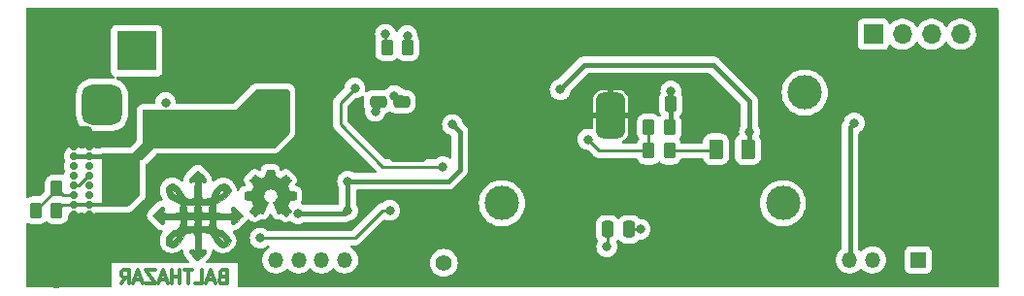
<source format=gbl>
G04 #@! TF.GenerationSoftware,KiCad,Pcbnew,(6.99.0-1603-g82820d4b1c)*
G04 #@! TF.CreationDate,2022-06-17T10:59:49+02:00*
G04 #@! TF.ProjectId,BalthazarPSU3,42616c74-6861-47a6-9172-505355332e6b,rev?*
G04 #@! TF.SameCoordinates,Original*
G04 #@! TF.FileFunction,Copper,L2,Bot*
G04 #@! TF.FilePolarity,Positive*
%FSLAX46Y46*%
G04 Gerber Fmt 4.6, Leading zero omitted, Abs format (unit mm)*
G04 Created by KiCad (PCBNEW (6.99.0-1603-g82820d4b1c)) date 2022-06-17 10:59:49*
%MOMM*%
%LPD*%
G01*
G04 APERTURE LIST*
G04 Aperture macros list*
%AMRoundRect*
0 Rectangle with rounded corners*
0 $1 Rounding radius*
0 $2 $3 $4 $5 $6 $7 $8 $9 X,Y pos of 4 corners*
0 Add a 4 corners polygon primitive as box body*
4,1,4,$2,$3,$4,$5,$6,$7,$8,$9,$2,$3,0*
0 Add four circle primitives for the rounded corners*
1,1,$1+$1,$2,$3*
1,1,$1+$1,$4,$5*
1,1,$1+$1,$6,$7*
1,1,$1+$1,$8,$9*
0 Add four rect primitives between the rounded corners*
20,1,$1+$1,$2,$3,$4,$5,0*
20,1,$1+$1,$4,$5,$6,$7,0*
20,1,$1+$1,$6,$7,$8,$9,0*
20,1,$1+$1,$8,$9,$2,$3,0*%
G04 Aperture macros list end*
%ADD10C,0.300000*%
G04 #@! TA.AperFunction,NonConductor*
%ADD11C,0.300000*%
G04 #@! TD*
G04 #@! TA.AperFunction,EtchedComponent*
%ADD12C,0.010000*%
G04 #@! TD*
G04 #@! TA.AperFunction,ComponentPad*
%ADD13C,0.500000*%
G04 #@! TD*
G04 #@! TA.AperFunction,SMDPad,CuDef*
%ADD14RoundRect,0.250001X-1.099999X-1.099999X1.099999X-1.099999X1.099999X1.099999X-1.099999X1.099999X0*%
G04 #@! TD*
G04 #@! TA.AperFunction,ComponentPad*
%ADD15C,1.400000*%
G04 #@! TD*
G04 #@! TA.AperFunction,SMDPad,CuDef*
%ADD16RoundRect,0.650000X0.650000X-1.350000X0.650000X1.350000X-0.650000X1.350000X-0.650000X-1.350000X0*%
G04 #@! TD*
G04 #@! TA.AperFunction,ComponentPad*
%ADD17R,3.000000X3.000000*%
G04 #@! TD*
G04 #@! TA.AperFunction,ComponentPad*
%ADD18C,3.000000*%
G04 #@! TD*
G04 #@! TA.AperFunction,ComponentPad*
%ADD19C,0.700000*%
G04 #@! TD*
G04 #@! TA.AperFunction,ComponentPad*
%ADD20O,2.400000X0.900000*%
G04 #@! TD*
G04 #@! TA.AperFunction,ComponentPad*
%ADD21O,1.700000X0.900000*%
G04 #@! TD*
G04 #@! TA.AperFunction,ComponentPad*
%ADD22R,3.500000X3.500000*%
G04 #@! TD*
G04 #@! TA.AperFunction,ComponentPad*
%ADD23RoundRect,0.750000X-0.750000X-1.000000X0.750000X-1.000000X0.750000X1.000000X-0.750000X1.000000X0*%
G04 #@! TD*
G04 #@! TA.AperFunction,ComponentPad*
%ADD24RoundRect,0.875000X-0.875000X-0.875000X0.875000X-0.875000X0.875000X0.875000X-0.875000X0.875000X0*%
G04 #@! TD*
G04 #@! TA.AperFunction,ComponentPad*
%ADD25R,1.700000X1.700000*%
G04 #@! TD*
G04 #@! TA.AperFunction,ComponentPad*
%ADD26O,1.700000X1.700000*%
G04 #@! TD*
G04 #@! TA.AperFunction,ComponentPad*
%ADD27R,1.350000X1.350000*%
G04 #@! TD*
G04 #@! TA.AperFunction,ComponentPad*
%ADD28O,1.350000X1.350000*%
G04 #@! TD*
G04 #@! TA.AperFunction,ComponentPad*
%ADD29C,4.400000*%
G04 #@! TD*
G04 #@! TA.AperFunction,SMDPad,CuDef*
%ADD30RoundRect,0.250000X0.375000X0.625000X-0.375000X0.625000X-0.375000X-0.625000X0.375000X-0.625000X0*%
G04 #@! TD*
G04 #@! TA.AperFunction,SMDPad,CuDef*
%ADD31RoundRect,0.250000X-0.262500X-0.450000X0.262500X-0.450000X0.262500X0.450000X-0.262500X0.450000X0*%
G04 #@! TD*
G04 #@! TA.AperFunction,SMDPad,CuDef*
%ADD32RoundRect,0.250000X-0.475000X0.250000X-0.475000X-0.250000X0.475000X-0.250000X0.475000X0.250000X0*%
G04 #@! TD*
G04 #@! TA.AperFunction,SMDPad,CuDef*
%ADD33RoundRect,0.250000X-0.250000X-0.475000X0.250000X-0.475000X0.250000X0.475000X-0.250000X0.475000X0*%
G04 #@! TD*
G04 #@! TA.AperFunction,ViaPad*
%ADD34C,0.800000*%
G04 #@! TD*
G04 #@! TA.AperFunction,Conductor*
%ADD35C,0.450000*%
G04 #@! TD*
G04 #@! TA.AperFunction,Conductor*
%ADD36C,0.250000*%
G04 #@! TD*
G04 #@! TA.AperFunction,Conductor*
%ADD37C,0.350000*%
G04 #@! TD*
G04 APERTURE END LIST*
D10*
D11*
X118499999Y-81981285D02*
X118328571Y-82038428D01*
X118328571Y-82038428D02*
X118271428Y-82095571D01*
X118271428Y-82095571D02*
X118214285Y-82209857D01*
X118214285Y-82209857D02*
X118214285Y-82381285D01*
X118214285Y-82381285D02*
X118271428Y-82495571D01*
X118271428Y-82495571D02*
X118328571Y-82552714D01*
X118328571Y-82552714D02*
X118442856Y-82609857D01*
X118442856Y-82609857D02*
X118899999Y-82609857D01*
X118899999Y-82609857D02*
X118899999Y-81409857D01*
X118899999Y-81409857D02*
X118499999Y-81409857D01*
X118499999Y-81409857D02*
X118385714Y-81467000D01*
X118385714Y-81467000D02*
X118328571Y-81524142D01*
X118328571Y-81524142D02*
X118271428Y-81638428D01*
X118271428Y-81638428D02*
X118271428Y-81752714D01*
X118271428Y-81752714D02*
X118328571Y-81867000D01*
X118328571Y-81867000D02*
X118385714Y-81924142D01*
X118385714Y-81924142D02*
X118499999Y-81981285D01*
X118499999Y-81981285D02*
X118899999Y-81981285D01*
X117757142Y-82267000D02*
X117185714Y-82267000D01*
X117871428Y-82609857D02*
X117471428Y-81409857D01*
X117471428Y-81409857D02*
X117071428Y-82609857D01*
X116100000Y-82609857D02*
X116671428Y-82609857D01*
X116671428Y-82609857D02*
X116671428Y-81409857D01*
X115871428Y-81409857D02*
X115185714Y-81409857D01*
X115528571Y-82609857D02*
X115528571Y-81409857D01*
X114785713Y-82609857D02*
X114785713Y-81409857D01*
X114785713Y-81981285D02*
X114099999Y-81981285D01*
X114099999Y-82609857D02*
X114099999Y-81409857D01*
X113585713Y-82267000D02*
X113014285Y-82267000D01*
X113699999Y-82609857D02*
X113299999Y-81409857D01*
X113299999Y-81409857D02*
X112899999Y-82609857D01*
X112614285Y-81409857D02*
X111814285Y-81409857D01*
X111814285Y-81409857D02*
X112614285Y-82609857D01*
X112614285Y-82609857D02*
X111814285Y-82609857D01*
X111414285Y-82267000D02*
X110842857Y-82267000D01*
X111528571Y-82609857D02*
X111128571Y-81409857D01*
X111128571Y-81409857D02*
X110728571Y-82609857D01*
X109642857Y-82609857D02*
X110042857Y-82038428D01*
X110328571Y-82609857D02*
X110328571Y-81409857D01*
X110328571Y-81409857D02*
X109871428Y-81409857D01*
X109871428Y-81409857D02*
X109757143Y-81467000D01*
X109757143Y-81467000D02*
X109700000Y-81524142D01*
X109700000Y-81524142D02*
X109642857Y-81638428D01*
X109642857Y-81638428D02*
X109642857Y-81809857D01*
X109642857Y-81809857D02*
X109700000Y-81924142D01*
X109700000Y-81924142D02*
X109757143Y-81981285D01*
X109757143Y-81981285D02*
X109871428Y-82038428D01*
X109871428Y-82038428D02*
X110328571Y-82038428D01*
G36*
X117652465Y-74670207D02*
G01*
X117839483Y-74359582D01*
X118081001Y-74090447D01*
X118336902Y-73900974D01*
X118567067Y-73829333D01*
X118761364Y-73890330D01*
X118973047Y-74044134D01*
X119141779Y-74238467D01*
X119210667Y-74421025D01*
X119163897Y-74615264D01*
X118986068Y-74884921D01*
X118705548Y-75146759D01*
X118354443Y-75365368D01*
X117879219Y-75599620D01*
X117888776Y-76005643D01*
X117898333Y-76411667D01*
X118639167Y-76436130D01*
X118899771Y-76442063D01*
X119189561Y-76433533D01*
X119338799Y-76397894D01*
X119364604Y-76329480D01*
X119284091Y-76222625D01*
X119227842Y-76076003D01*
X119278778Y-75928523D01*
X119408893Y-75861333D01*
X119474260Y-75888774D01*
X119633803Y-76011785D01*
X119830561Y-76195485D01*
X120022789Y-76397652D01*
X120168739Y-76576058D01*
X120226667Y-76688480D01*
X120183388Y-76762924D01*
X120046930Y-76923550D01*
X119849675Y-77127399D01*
X119701866Y-77268529D01*
X119539249Y-77398452D01*
X119430522Y-77431869D01*
X119339764Y-77387074D01*
X119275132Y-77305379D01*
X119256794Y-77119380D01*
X119268969Y-77064764D01*
X119244557Y-77009174D01*
X119142098Y-76978241D01*
X118931176Y-76964879D01*
X118581372Y-76962000D01*
X117856000Y-76962000D01*
X117856000Y-77272833D01*
X117857345Y-77322135D01*
X117927072Y-77612874D01*
X118082252Y-77816570D01*
X118294684Y-77893333D01*
X118370278Y-77913320D01*
X118559608Y-78033602D01*
X118780765Y-78226045D01*
X118991297Y-78448118D01*
X119148748Y-78657288D01*
X119210667Y-78811021D01*
X119197948Y-78913988D01*
X119069891Y-79159696D01*
X118846602Y-79344442D01*
X118580939Y-79417333D01*
X118482315Y-79411494D01*
X118175819Y-79300926D01*
X117906076Y-79042236D01*
X117661049Y-78625055D01*
X117556696Y-78417770D01*
X118150141Y-78417770D01*
X118160215Y-78507167D01*
X118290294Y-78693436D01*
X118436827Y-78846326D01*
X118546455Y-78909333D01*
X118566298Y-78907238D01*
X118617812Y-78832448D01*
X118579171Y-78691686D01*
X118463166Y-78541456D01*
X118384711Y-78479768D01*
X118240052Y-78410344D01*
X118150141Y-78417770D01*
X117556696Y-78417770D01*
X117532910Y-78370520D01*
X117423335Y-78227201D01*
X117287504Y-78159614D01*
X117078391Y-78127609D01*
X116984007Y-78118975D01*
X116766347Y-78110395D01*
X116649500Y-78123183D01*
X116635939Y-78148004D01*
X116610340Y-78306739D01*
X116592621Y-78576107D01*
X116586000Y-78915943D01*
X116586000Y-79674560D01*
X116796878Y-79621633D01*
X116964780Y-79611033D01*
X117062228Y-79710659D01*
X117067000Y-79745789D01*
X117006303Y-79905429D01*
X116862310Y-80106853D01*
X116675166Y-80305679D01*
X116485014Y-80457523D01*
X116332000Y-80518000D01*
X116289339Y-80511240D01*
X116120016Y-80416570D01*
X115926454Y-80244793D01*
X115748796Y-80040293D01*
X115627187Y-79847454D01*
X115601772Y-79710659D01*
X115685031Y-79615794D01*
X115867122Y-79621633D01*
X116078000Y-79674560D01*
X116078000Y-78925058D01*
X116077228Y-78770808D01*
X116070341Y-78458609D01*
X116057851Y-78234538D01*
X116041637Y-78139193D01*
X116013799Y-78129848D01*
X115857912Y-78122400D01*
X115620443Y-78133437D01*
X115594840Y-78135502D01*
X115386650Y-78162710D01*
X115251990Y-78227368D01*
X115142680Y-78368236D01*
X115010542Y-78624071D01*
X114955069Y-78732631D01*
X114696763Y-79118050D01*
X114416194Y-79343770D01*
X114104749Y-79417334D01*
X114095365Y-79417283D01*
X113795835Y-79345555D01*
X113604988Y-79148238D01*
X113540468Y-78852100D01*
X114048999Y-78852100D01*
X114115908Y-78909333D01*
X114117287Y-78909301D01*
X114221281Y-78849138D01*
X114367428Y-78714352D01*
X114497683Y-78564559D01*
X114554000Y-78459377D01*
X114551187Y-78439175D01*
X114473159Y-78399425D01*
X114331788Y-78443601D01*
X114186122Y-78556167D01*
X114079032Y-78714011D01*
X114048999Y-78852100D01*
X113540468Y-78852100D01*
X113538000Y-78840768D01*
X113563408Y-78640984D01*
X113666863Y-78447457D01*
X113880232Y-78218891D01*
X114026367Y-78091967D01*
X114234665Y-77948974D01*
X114382184Y-77893333D01*
X114606220Y-77818715D01*
X114754532Y-77610645D01*
X114805307Y-77310542D01*
X115316000Y-77310542D01*
X115316314Y-77376937D01*
X115330893Y-77560694D01*
X115385827Y-77624511D01*
X115506500Y-77608031D01*
X115642298Y-77579857D01*
X115887500Y-77555823D01*
X115988487Y-77543036D01*
X116060777Y-77460333D01*
X116078000Y-77258333D01*
X116586000Y-77258333D01*
X116598835Y-77451569D01*
X116666962Y-77537424D01*
X116833075Y-77554667D01*
X117031528Y-77567763D01*
X117214075Y-77606059D01*
X117290228Y-77614118D01*
X117336098Y-77529201D01*
X117348000Y-77309725D01*
X117348000Y-76962000D01*
X116967000Y-76962000D01*
X116797453Y-76963828D01*
X116649256Y-76990033D01*
X116594133Y-77076253D01*
X116586000Y-77258333D01*
X116078000Y-77258333D01*
X116075650Y-77126464D01*
X116041958Y-77011200D01*
X115931103Y-76968326D01*
X115697000Y-76962000D01*
X115316000Y-76962000D01*
X115316000Y-77310542D01*
X114805307Y-77310542D01*
X114808000Y-77294619D01*
X114808000Y-76962000D01*
X114082628Y-76962000D01*
X113831257Y-76963119D01*
X113577932Y-76972244D01*
X113443093Y-76996604D01*
X113396324Y-77043287D01*
X113407206Y-77119380D01*
X113415137Y-77153425D01*
X113385274Y-77310526D01*
X113279271Y-77411858D01*
X113148281Y-77401657D01*
X113087075Y-77348857D01*
X112933746Y-77194355D01*
X112743115Y-76987609D01*
X112425656Y-76632218D01*
X112780944Y-76246776D01*
X112955089Y-76071967D01*
X113138372Y-75919867D01*
X113255107Y-75861333D01*
X113385206Y-75928503D01*
X113436157Y-76075977D01*
X113379909Y-76222625D01*
X113317974Y-76294328D01*
X113302021Y-76376453D01*
X113403102Y-76423684D01*
X113638334Y-76441687D01*
X114024833Y-76436130D01*
X114765667Y-76411667D01*
X114791428Y-76010580D01*
X114811891Y-75692000D01*
X115306264Y-75692000D01*
X115332298Y-76051833D01*
X115344235Y-76197330D01*
X115382681Y-76347905D01*
X115484307Y-76403601D01*
X115697000Y-76411667D01*
X115834046Y-76410170D01*
X115977881Y-76380895D01*
X116037804Y-76277199D01*
X116061701Y-76051833D01*
X116087736Y-75692000D01*
X116576264Y-75692000D01*
X116602298Y-76051833D01*
X116614235Y-76197330D01*
X116652681Y-76347905D01*
X116754307Y-76403601D01*
X116967000Y-76411667D01*
X117104046Y-76410170D01*
X117247881Y-76380895D01*
X117307804Y-76277199D01*
X117331701Y-76051833D01*
X117357736Y-75692000D01*
X116576264Y-75692000D01*
X116087736Y-75692000D01*
X115306264Y-75692000D01*
X114811891Y-75692000D01*
X114817190Y-75609493D01*
X114344978Y-75385911D01*
X114261905Y-75344901D01*
X113864713Y-75081537D01*
X113620923Y-74782611D01*
X113566325Y-74568040D01*
X114061708Y-74568040D01*
X114135571Y-74684895D01*
X114282248Y-74805853D01*
X114438485Y-74886798D01*
X114541467Y-74886089D01*
X114541841Y-74885695D01*
X114524895Y-74797195D01*
X114436517Y-74636309D01*
X114327633Y-74509981D01*
X114186400Y-74429304D01*
X114083119Y-74445990D01*
X114061708Y-74568040D01*
X113566325Y-74568040D01*
X113538000Y-74456720D01*
X113553603Y-74337636D01*
X113674113Y-74091989D01*
X113872755Y-73904183D01*
X114100146Y-73829333D01*
X114135398Y-73831566D01*
X114370572Y-73925761D01*
X114625367Y-74130820D01*
X114859668Y-74408444D01*
X115033360Y-74720333D01*
X115142597Y-74946741D01*
X115272335Y-75085312D01*
X115455711Y-75149293D01*
X115533439Y-75163570D01*
X115767330Y-75190633D01*
X115915728Y-75153946D01*
X115999852Y-75027114D01*
X116040925Y-74783741D01*
X116060165Y-74397431D01*
X116084664Y-73655101D01*
X115870454Y-73708865D01*
X115764933Y-73727069D01*
X115620099Y-73691523D01*
X115597610Y-73564720D01*
X115696257Y-73363171D01*
X115914827Y-73103389D01*
X116090996Y-72929662D01*
X116251395Y-72784450D01*
X116332000Y-72728667D01*
X116397091Y-72771649D01*
X116549358Y-72907289D01*
X116749172Y-73103389D01*
X116868892Y-73231997D01*
X117035868Y-73461911D01*
X117065791Y-73611389D01*
X117009877Y-73695790D01*
X116858639Y-73737496D01*
X116684153Y-73639620D01*
X116672655Y-73629235D01*
X116628209Y-73629589D01*
X116603589Y-73733082D01*
X116596269Y-73961631D01*
X116603720Y-74337152D01*
X116611416Y-74557455D01*
X116635934Y-74885176D01*
X116688618Y-75082345D01*
X116788730Y-75174838D01*
X116955533Y-75188529D01*
X117208288Y-75149293D01*
X117375685Y-75094739D01*
X117508850Y-74966292D01*
X117548564Y-74886089D01*
X118122533Y-74886089D01*
X118222232Y-74887883D01*
X118377937Y-74808382D01*
X118525561Y-74687887D01*
X118602291Y-74568040D01*
X118593898Y-74463073D01*
X118504518Y-74424401D01*
X118367740Y-74484812D01*
X118227483Y-74636309D01*
X118225972Y-74638620D01*
X118138359Y-74798971D01*
X118122533Y-74886089D01*
X117548564Y-74886089D01*
X117630639Y-74720333D01*
X117652465Y-74670207D01*
G37*
D12*
X117652465Y-74670207D02*
X117839483Y-74359582D01*
X118081001Y-74090447D01*
X118336902Y-73900974D01*
X118567067Y-73829333D01*
X118761364Y-73890330D01*
X118973047Y-74044134D01*
X119141779Y-74238467D01*
X119210667Y-74421025D01*
X119163897Y-74615264D01*
X118986068Y-74884921D01*
X118705548Y-75146759D01*
X118354443Y-75365368D01*
X117879219Y-75599620D01*
X117888776Y-76005643D01*
X117898333Y-76411667D01*
X118639167Y-76436130D01*
X118899771Y-76442063D01*
X119189561Y-76433533D01*
X119338799Y-76397894D01*
X119364604Y-76329480D01*
X119284091Y-76222625D01*
X119227842Y-76076003D01*
X119278778Y-75928523D01*
X119408893Y-75861333D01*
X119474260Y-75888774D01*
X119633803Y-76011785D01*
X119830561Y-76195485D01*
X120022789Y-76397652D01*
X120168739Y-76576058D01*
X120226667Y-76688480D01*
X120183388Y-76762924D01*
X120046930Y-76923550D01*
X119849675Y-77127399D01*
X119701866Y-77268529D01*
X119539249Y-77398452D01*
X119430522Y-77431869D01*
X119339764Y-77387074D01*
X119275132Y-77305379D01*
X119256794Y-77119380D01*
X119268969Y-77064764D01*
X119244557Y-77009174D01*
X119142098Y-76978241D01*
X118931176Y-76964879D01*
X118581372Y-76962000D01*
X117856000Y-76962000D01*
X117856000Y-77272833D01*
X117857345Y-77322135D01*
X117927072Y-77612874D01*
X118082252Y-77816570D01*
X118294684Y-77893333D01*
X118370278Y-77913320D01*
X118559608Y-78033602D01*
X118780765Y-78226045D01*
X118991297Y-78448118D01*
X119148748Y-78657288D01*
X119210667Y-78811021D01*
X119197948Y-78913988D01*
X119069891Y-79159696D01*
X118846602Y-79344442D01*
X118580939Y-79417333D01*
X118482315Y-79411494D01*
X118175819Y-79300926D01*
X117906076Y-79042236D01*
X117661049Y-78625055D01*
X117556696Y-78417770D01*
X118150141Y-78417770D01*
X118160215Y-78507167D01*
X118290294Y-78693436D01*
X118436827Y-78846326D01*
X118546455Y-78909333D01*
X118566298Y-78907238D01*
X118617812Y-78832448D01*
X118579171Y-78691686D01*
X118463166Y-78541456D01*
X118384711Y-78479768D01*
X118240052Y-78410344D01*
X118150141Y-78417770D01*
X117556696Y-78417770D01*
X117532910Y-78370520D01*
X117423335Y-78227201D01*
X117287504Y-78159614D01*
X117078391Y-78127609D01*
X116984007Y-78118975D01*
X116766347Y-78110395D01*
X116649500Y-78123183D01*
X116635939Y-78148004D01*
X116610340Y-78306739D01*
X116592621Y-78576107D01*
X116586000Y-78915943D01*
X116586000Y-79674560D01*
X116796878Y-79621633D01*
X116964780Y-79611033D01*
X117062228Y-79710659D01*
X117067000Y-79745789D01*
X117006303Y-79905429D01*
X116862310Y-80106853D01*
X116675166Y-80305679D01*
X116485014Y-80457523D01*
X116332000Y-80518000D01*
X116289339Y-80511240D01*
X116120016Y-80416570D01*
X115926454Y-80244793D01*
X115748796Y-80040293D01*
X115627187Y-79847454D01*
X115601772Y-79710659D01*
X115685031Y-79615794D01*
X115867122Y-79621633D01*
X116078000Y-79674560D01*
X116078000Y-78925058D01*
X116077228Y-78770808D01*
X116070341Y-78458609D01*
X116057851Y-78234538D01*
X116041637Y-78139193D01*
X116013799Y-78129848D01*
X115857912Y-78122400D01*
X115620443Y-78133437D01*
X115594840Y-78135502D01*
X115386650Y-78162710D01*
X115251990Y-78227368D01*
X115142680Y-78368236D01*
X115010542Y-78624071D01*
X114955069Y-78732631D01*
X114696763Y-79118050D01*
X114416194Y-79343770D01*
X114104749Y-79417334D01*
X114095365Y-79417283D01*
X113795835Y-79345555D01*
X113604988Y-79148238D01*
X113540468Y-78852100D01*
X114048999Y-78852100D01*
X114115908Y-78909333D01*
X114117287Y-78909301D01*
X114221281Y-78849138D01*
X114367428Y-78714352D01*
X114497683Y-78564559D01*
X114554000Y-78459377D01*
X114551187Y-78439175D01*
X114473159Y-78399425D01*
X114331788Y-78443601D01*
X114186122Y-78556167D01*
X114079032Y-78714011D01*
X114048999Y-78852100D01*
X113540468Y-78852100D01*
X113538000Y-78840768D01*
X113563408Y-78640984D01*
X113666863Y-78447457D01*
X113880232Y-78218891D01*
X114026367Y-78091967D01*
X114234665Y-77948974D01*
X114382184Y-77893333D01*
X114606220Y-77818715D01*
X114754532Y-77610645D01*
X114805307Y-77310542D01*
X115316000Y-77310542D01*
X115316314Y-77376937D01*
X115330893Y-77560694D01*
X115385827Y-77624511D01*
X115506500Y-77608031D01*
X115642298Y-77579857D01*
X115887500Y-77555823D01*
X115988487Y-77543036D01*
X116060777Y-77460333D01*
X116078000Y-77258333D01*
X116586000Y-77258333D01*
X116598835Y-77451569D01*
X116666962Y-77537424D01*
X116833075Y-77554667D01*
X117031528Y-77567763D01*
X117214075Y-77606059D01*
X117290228Y-77614118D01*
X117336098Y-77529201D01*
X117348000Y-77309725D01*
X117348000Y-76962000D01*
X116967000Y-76962000D01*
X116797453Y-76963828D01*
X116649256Y-76990033D01*
X116594133Y-77076253D01*
X116586000Y-77258333D01*
X116078000Y-77258333D01*
X116075650Y-77126464D01*
X116041958Y-77011200D01*
X115931103Y-76968326D01*
X115697000Y-76962000D01*
X115316000Y-76962000D01*
X115316000Y-77310542D01*
X114805307Y-77310542D01*
X114808000Y-77294619D01*
X114808000Y-76962000D01*
X114082628Y-76962000D01*
X113831257Y-76963119D01*
X113577932Y-76972244D01*
X113443093Y-76996604D01*
X113396324Y-77043287D01*
X113407206Y-77119380D01*
X113415137Y-77153425D01*
X113385274Y-77310526D01*
X113279271Y-77411858D01*
X113148281Y-77401657D01*
X113087075Y-77348857D01*
X112933746Y-77194355D01*
X112743115Y-76987609D01*
X112425656Y-76632218D01*
X112780944Y-76246776D01*
X112955089Y-76071967D01*
X113138372Y-75919867D01*
X113255107Y-75861333D01*
X113385206Y-75928503D01*
X113436157Y-76075977D01*
X113379909Y-76222625D01*
X113317974Y-76294328D01*
X113302021Y-76376453D01*
X113403102Y-76423684D01*
X113638334Y-76441687D01*
X114024833Y-76436130D01*
X114765667Y-76411667D01*
X114791428Y-76010580D01*
X114811891Y-75692000D01*
X115306264Y-75692000D01*
X115332298Y-76051833D01*
X115344235Y-76197330D01*
X115382681Y-76347905D01*
X115484307Y-76403601D01*
X115697000Y-76411667D01*
X115834046Y-76410170D01*
X115977881Y-76380895D01*
X116037804Y-76277199D01*
X116061701Y-76051833D01*
X116087736Y-75692000D01*
X116576264Y-75692000D01*
X116602298Y-76051833D01*
X116614235Y-76197330D01*
X116652681Y-76347905D01*
X116754307Y-76403601D01*
X116967000Y-76411667D01*
X117104046Y-76410170D01*
X117247881Y-76380895D01*
X117307804Y-76277199D01*
X117331701Y-76051833D01*
X117357736Y-75692000D01*
X116576264Y-75692000D01*
X116087736Y-75692000D01*
X115306264Y-75692000D01*
X114811891Y-75692000D01*
X114817190Y-75609493D01*
X114344978Y-75385911D01*
X114261905Y-75344901D01*
X113864713Y-75081537D01*
X113620923Y-74782611D01*
X113566325Y-74568040D01*
X114061708Y-74568040D01*
X114135571Y-74684895D01*
X114282248Y-74805853D01*
X114438485Y-74886798D01*
X114541467Y-74886089D01*
X114541841Y-74885695D01*
X114524895Y-74797195D01*
X114436517Y-74636309D01*
X114327633Y-74509981D01*
X114186400Y-74429304D01*
X114083119Y-74445990D01*
X114061708Y-74568040D01*
X113566325Y-74568040D01*
X113538000Y-74456720D01*
X113553603Y-74337636D01*
X113674113Y-74091989D01*
X113872755Y-73904183D01*
X114100146Y-73829333D01*
X114135398Y-73831566D01*
X114370572Y-73925761D01*
X114625367Y-74130820D01*
X114859668Y-74408444D01*
X115033360Y-74720333D01*
X115142597Y-74946741D01*
X115272335Y-75085312D01*
X115455711Y-75149293D01*
X115533439Y-75163570D01*
X115767330Y-75190633D01*
X115915728Y-75153946D01*
X115999852Y-75027114D01*
X116040925Y-74783741D01*
X116060165Y-74397431D01*
X116084664Y-73655101D01*
X115870454Y-73708865D01*
X115764933Y-73727069D01*
X115620099Y-73691523D01*
X115597610Y-73564720D01*
X115696257Y-73363171D01*
X115914827Y-73103389D01*
X116090996Y-72929662D01*
X116251395Y-72784450D01*
X116332000Y-72728667D01*
X116397091Y-72771649D01*
X116549358Y-72907289D01*
X116749172Y-73103389D01*
X116868892Y-73231997D01*
X117035868Y-73461911D01*
X117065791Y-73611389D01*
X117009877Y-73695790D01*
X116858639Y-73737496D01*
X116684153Y-73639620D01*
X116672655Y-73629235D01*
X116628209Y-73629589D01*
X116603589Y-73733082D01*
X116596269Y-73961631D01*
X116603720Y-74337152D01*
X116611416Y-74557455D01*
X116635934Y-74885176D01*
X116688618Y-75082345D01*
X116788730Y-75174838D01*
X116955533Y-75188529D01*
X117208288Y-75149293D01*
X117375685Y-75094739D01*
X117508850Y-74966292D01*
X117548564Y-74886089D01*
X118122533Y-74886089D01*
X118222232Y-74887883D01*
X118377937Y-74808382D01*
X118525561Y-74687887D01*
X118602291Y-74568040D01*
X118593898Y-74463073D01*
X118504518Y-74424401D01*
X118367740Y-74484812D01*
X118227483Y-74636309D01*
X118225972Y-74638620D01*
X118138359Y-74798971D01*
X118122533Y-74886089D01*
X117548564Y-74886089D01*
X117630639Y-74720333D01*
X117652465Y-74670207D01*
G36*
X123046389Y-72982018D02*
G01*
X123103237Y-73283570D01*
X123313001Y-73370041D01*
X123522764Y-73456512D01*
X123774410Y-73285395D01*
X123824216Y-73251661D01*
X123890244Y-73207381D01*
X123947410Y-73169561D01*
X123992744Y-73140142D01*
X124023280Y-73121067D01*
X124036046Y-73114278D01*
X124043887Y-73119106D01*
X124067325Y-73139339D01*
X124102794Y-73172543D01*
X124147289Y-73215670D01*
X124197805Y-73265670D01*
X124251336Y-73319495D01*
X124304877Y-73374095D01*
X124355423Y-73426423D01*
X124399968Y-73473428D01*
X124435507Y-73512063D01*
X124459034Y-73539278D01*
X124467544Y-73552024D01*
X124465565Y-73557500D01*
X124451857Y-73581927D01*
X124426825Y-73622129D01*
X124392499Y-73674952D01*
X124350907Y-73737247D01*
X124304079Y-73805862D01*
X124278380Y-73843283D01*
X124234173Y-73908432D01*
X124196272Y-73965289D01*
X124166698Y-74010770D01*
X124147472Y-74041793D01*
X124140614Y-74055274D01*
X124140726Y-74056021D01*
X124146776Y-74073110D01*
X124160654Y-74108006D01*
X124180427Y-74156151D01*
X124204160Y-74212986D01*
X124229918Y-74273953D01*
X124255766Y-74334492D01*
X124279771Y-74390047D01*
X124299998Y-74436057D01*
X124314511Y-74467965D01*
X124321377Y-74481212D01*
X124325439Y-74482387D01*
X124350121Y-74487687D01*
X124394111Y-74496467D01*
X124453887Y-74508040D01*
X124525929Y-74521721D01*
X124606716Y-74536823D01*
X124649294Y-74544830D01*
X124727445Y-74560107D01*
X124795775Y-74574215D01*
X124850551Y-74586345D01*
X124888037Y-74595686D01*
X124904500Y-74601427D01*
X124907457Y-74607119D01*
X124912362Y-74634930D01*
X124916216Y-74681250D01*
X124919021Y-74741720D01*
X124920781Y-74811983D01*
X124921499Y-74887680D01*
X124921177Y-74964453D01*
X124919819Y-75037944D01*
X124917428Y-75103794D01*
X124914006Y-75157645D01*
X124909556Y-75195138D01*
X124904082Y-75211916D01*
X124900760Y-75213809D01*
X124875987Y-75221926D01*
X124833011Y-75232666D01*
X124776802Y-75244853D01*
X124712325Y-75257310D01*
X124690570Y-75261277D01*
X124590093Y-75279729D01*
X124511126Y-75294559D01*
X124450934Y-75306380D01*
X124406778Y-75315809D01*
X124375920Y-75323460D01*
X124355625Y-75329948D01*
X124343154Y-75335888D01*
X124335771Y-75341894D01*
X124334913Y-75342902D01*
X124322838Y-75363919D01*
X124304971Y-75402376D01*
X124283042Y-75453761D01*
X124258784Y-75513563D01*
X124233927Y-75577270D01*
X124210205Y-75640371D01*
X124189347Y-75698355D01*
X124173087Y-75746709D01*
X124163156Y-75780922D01*
X124161285Y-75796483D01*
X124162536Y-75798502D01*
X124175486Y-75818028D01*
X124199840Y-75854042D01*
X124233340Y-75903228D01*
X124273727Y-75962267D01*
X124318745Y-76027842D01*
X124331100Y-76045884D01*
X124374545Y-76110599D01*
X124412091Y-76168476D01*
X124441594Y-76216082D01*
X124460914Y-76249985D01*
X124467905Y-76266752D01*
X124466398Y-76271161D01*
X124450695Y-76292882D01*
X124419714Y-76328354D01*
X124375673Y-76375188D01*
X124320790Y-76430996D01*
X124257286Y-76493392D01*
X124220988Y-76528317D01*
X124163595Y-76582711D01*
X124113361Y-76629302D01*
X124072984Y-76665636D01*
X124045161Y-76689261D01*
X124032590Y-76697724D01*
X124023952Y-76694587D01*
X123997360Y-76679747D01*
X123958741Y-76655477D01*
X123913134Y-76624852D01*
X123880707Y-76602503D01*
X123815970Y-76558122D01*
X123746886Y-76510987D01*
X123683787Y-76468155D01*
X123560178Y-76384547D01*
X123456417Y-76440650D01*
X123431984Y-76453599D01*
X123387552Y-76475749D01*
X123353191Y-76491041D01*
X123334828Y-76496743D01*
X123328818Y-76489421D01*
X123313895Y-76461541D01*
X123291852Y-76415575D01*
X123263917Y-76354441D01*
X123231317Y-76281055D01*
X123195276Y-76198335D01*
X123157023Y-76109197D01*
X123117783Y-76016559D01*
X123078783Y-75923337D01*
X123041249Y-75832450D01*
X123006409Y-75746814D01*
X122975488Y-75669345D01*
X122949714Y-75602962D01*
X122930311Y-75550582D01*
X122918508Y-75515121D01*
X122915531Y-75499496D01*
X122915732Y-75499039D01*
X122929601Y-75484595D01*
X122958611Y-75461974D01*
X122996772Y-75435864D01*
X123008817Y-75427892D01*
X123100469Y-75352256D01*
X123176323Y-75262169D01*
X123234581Y-75161381D01*
X123273448Y-75053640D01*
X123291128Y-74942697D01*
X123285826Y-74832303D01*
X123264347Y-74734115D01*
X123225782Y-74634966D01*
X123169562Y-74546512D01*
X123092410Y-74462487D01*
X123062095Y-74435645D01*
X122964094Y-74369510D01*
X122858227Y-74324970D01*
X122747561Y-74301625D01*
X122635164Y-74299078D01*
X122524105Y-74316929D01*
X122417451Y-74354780D01*
X122318270Y-74412232D01*
X122229631Y-74488887D01*
X122154600Y-74584345D01*
X122140175Y-74607985D01*
X122091143Y-74716034D01*
X122065103Y-74828548D01*
X122061372Y-74942614D01*
X122079268Y-75055318D01*
X122118109Y-75163745D01*
X122177214Y-75264982D01*
X122255900Y-75356114D01*
X122353485Y-75434228D01*
X122356654Y-75436333D01*
X122394411Y-75462940D01*
X122422709Y-75485561D01*
X122435634Y-75499496D01*
X122434003Y-75510421D01*
X122423864Y-75542231D01*
X122405884Y-75591534D01*
X122381292Y-75655413D01*
X122351311Y-75730948D01*
X122317170Y-75815223D01*
X122280092Y-75905320D01*
X122241306Y-75998321D01*
X122202036Y-76091308D01*
X122163509Y-76181364D01*
X122126950Y-76265571D01*
X122093586Y-76341010D01*
X122064643Y-76404765D01*
X122041346Y-76453917D01*
X122024923Y-76485549D01*
X122016598Y-76496743D01*
X122009674Y-76495227D01*
X121982477Y-76484331D01*
X121942280Y-76465228D01*
X121895009Y-76440650D01*
X121791248Y-76384547D01*
X121667639Y-76468155D01*
X121631120Y-76492913D01*
X121563194Y-76539171D01*
X121495475Y-76585503D01*
X121438291Y-76624852D01*
X121406732Y-76646297D01*
X121365714Y-76672939D01*
X121335301Y-76691178D01*
X121320446Y-76697941D01*
X121314065Y-76695070D01*
X121290996Y-76677485D01*
X121255433Y-76646523D01*
X121210471Y-76605231D01*
X121159206Y-76556653D01*
X121104733Y-76503835D01*
X121050148Y-76449823D01*
X120998547Y-76397661D01*
X120953024Y-76350396D01*
X120916675Y-76311072D01*
X120892595Y-76282736D01*
X120883881Y-76268432D01*
X120884383Y-76265711D01*
X120894755Y-76243560D01*
X120916912Y-76205235D01*
X120948712Y-76154200D01*
X120988016Y-76093914D01*
X121032681Y-76027842D01*
X121045207Y-76009617D01*
X121089193Y-75945485D01*
X121127937Y-75888789D01*
X121159182Y-75842844D01*
X121180669Y-75810970D01*
X121190140Y-75796483D01*
X121190373Y-75795862D01*
X121187578Y-75778139D01*
X121176903Y-75742235D01*
X121160081Y-75692662D01*
X121138843Y-75633932D01*
X121114921Y-75570556D01*
X121090046Y-75507046D01*
X121065950Y-75447913D01*
X121044365Y-75397669D01*
X121027023Y-75360826D01*
X121015655Y-75341894D01*
X121014516Y-75340719D01*
X121006376Y-75334773D01*
X120992629Y-75328776D01*
X120970537Y-75322114D01*
X120937363Y-75314173D01*
X120890370Y-75304337D01*
X120826820Y-75291991D01*
X120743976Y-75276520D01*
X120639100Y-75257310D01*
X120617348Y-75253267D01*
X120555036Y-75240769D01*
X120502619Y-75228927D01*
X120465066Y-75218917D01*
X120447343Y-75211916D01*
X120444378Y-75206075D01*
X120439435Y-75178016D01*
X120435518Y-75131500D01*
X120432629Y-75070886D01*
X120430773Y-75000532D01*
X120429952Y-74924796D01*
X120430168Y-74848037D01*
X120431426Y-74774612D01*
X120433728Y-74708880D01*
X120437076Y-74655200D01*
X120441474Y-74617930D01*
X120446926Y-74601427D01*
X120452491Y-74598989D01*
X120480178Y-74591305D01*
X120526979Y-74580436D01*
X120589157Y-74567192D01*
X120662979Y-74552384D01*
X120744710Y-74536823D01*
X120789336Y-74528509D01*
X120865824Y-74514092D01*
X120931660Y-74501467D01*
X120983323Y-74491321D01*
X121017293Y-74484341D01*
X121030048Y-74481212D01*
X121030528Y-74480568D01*
X121038651Y-74464181D01*
X121054137Y-74429852D01*
X121075050Y-74382136D01*
X121099455Y-74325586D01*
X121125416Y-74264758D01*
X121150997Y-74204206D01*
X121174262Y-74148485D01*
X121193277Y-74102150D01*
X121206105Y-74069755D01*
X121210812Y-74055855D01*
X121208736Y-74050965D01*
X121194920Y-74027692D01*
X121169860Y-73988519D01*
X121135568Y-73936520D01*
X121094059Y-73874768D01*
X121047346Y-73806336D01*
X121021718Y-73768860D01*
X120977490Y-73703156D01*
X120939570Y-73645492D01*
X120909980Y-73599014D01*
X120890743Y-73566865D01*
X120883881Y-73552190D01*
X120888649Y-73544230D01*
X120908593Y-73520446D01*
X120941313Y-73484451D01*
X120983805Y-73439295D01*
X121033065Y-73388028D01*
X121086091Y-73333701D01*
X121139877Y-73279364D01*
X121191421Y-73228067D01*
X121237720Y-73182859D01*
X121275769Y-73146792D01*
X121302565Y-73122914D01*
X121315105Y-73114278D01*
X121322066Y-73117636D01*
X121347627Y-73133210D01*
X121388874Y-73159715D01*
X121442837Y-73195210D01*
X121506542Y-73237750D01*
X121577016Y-73285395D01*
X121828662Y-73456512D01*
X122248188Y-73283570D01*
X122305036Y-72982018D01*
X122361885Y-72680466D01*
X122989540Y-72680466D01*
X123046389Y-72982018D01*
G37*
X123046389Y-72982018D02*
X123103237Y-73283570D01*
X123313001Y-73370041D01*
X123522764Y-73456512D01*
X123774410Y-73285395D01*
X123824216Y-73251661D01*
X123890244Y-73207381D01*
X123947410Y-73169561D01*
X123992744Y-73140142D01*
X124023280Y-73121067D01*
X124036046Y-73114278D01*
X124043887Y-73119106D01*
X124067325Y-73139339D01*
X124102794Y-73172543D01*
X124147289Y-73215670D01*
X124197805Y-73265670D01*
X124251336Y-73319495D01*
X124304877Y-73374095D01*
X124355423Y-73426423D01*
X124399968Y-73473428D01*
X124435507Y-73512063D01*
X124459034Y-73539278D01*
X124467544Y-73552024D01*
X124465565Y-73557500D01*
X124451857Y-73581927D01*
X124426825Y-73622129D01*
X124392499Y-73674952D01*
X124350907Y-73737247D01*
X124304079Y-73805862D01*
X124278380Y-73843283D01*
X124234173Y-73908432D01*
X124196272Y-73965289D01*
X124166698Y-74010770D01*
X124147472Y-74041793D01*
X124140614Y-74055274D01*
X124140726Y-74056021D01*
X124146776Y-74073110D01*
X124160654Y-74108006D01*
X124180427Y-74156151D01*
X124204160Y-74212986D01*
X124229918Y-74273953D01*
X124255766Y-74334492D01*
X124279771Y-74390047D01*
X124299998Y-74436057D01*
X124314511Y-74467965D01*
X124321377Y-74481212D01*
X124325439Y-74482387D01*
X124350121Y-74487687D01*
X124394111Y-74496467D01*
X124453887Y-74508040D01*
X124525929Y-74521721D01*
X124606716Y-74536823D01*
X124649294Y-74544830D01*
X124727445Y-74560107D01*
X124795775Y-74574215D01*
X124850551Y-74586345D01*
X124888037Y-74595686D01*
X124904500Y-74601427D01*
X124907457Y-74607119D01*
X124912362Y-74634930D01*
X124916216Y-74681250D01*
X124919021Y-74741720D01*
X124920781Y-74811983D01*
X124921499Y-74887680D01*
X124921177Y-74964453D01*
X124919819Y-75037944D01*
X124917428Y-75103794D01*
X124914006Y-75157645D01*
X124909556Y-75195138D01*
X124904082Y-75211916D01*
X124900760Y-75213809D01*
X124875987Y-75221926D01*
X124833011Y-75232666D01*
X124776802Y-75244853D01*
X124712325Y-75257310D01*
X124690570Y-75261277D01*
X124590093Y-75279729D01*
X124511126Y-75294559D01*
X124450934Y-75306380D01*
X124406778Y-75315809D01*
X124375920Y-75323460D01*
X124355625Y-75329948D01*
X124343154Y-75335888D01*
X124335771Y-75341894D01*
X124334913Y-75342902D01*
X124322838Y-75363919D01*
X124304971Y-75402376D01*
X124283042Y-75453761D01*
X124258784Y-75513563D01*
X124233927Y-75577270D01*
X124210205Y-75640371D01*
X124189347Y-75698355D01*
X124173087Y-75746709D01*
X124163156Y-75780922D01*
X124161285Y-75796483D01*
X124162536Y-75798502D01*
X124175486Y-75818028D01*
X124199840Y-75854042D01*
X124233340Y-75903228D01*
X124273727Y-75962267D01*
X124318745Y-76027842D01*
X124331100Y-76045884D01*
X124374545Y-76110599D01*
X124412091Y-76168476D01*
X124441594Y-76216082D01*
X124460914Y-76249985D01*
X124467905Y-76266752D01*
X124466398Y-76271161D01*
X124450695Y-76292882D01*
X124419714Y-76328354D01*
X124375673Y-76375188D01*
X124320790Y-76430996D01*
X124257286Y-76493392D01*
X124220988Y-76528317D01*
X124163595Y-76582711D01*
X124113361Y-76629302D01*
X124072984Y-76665636D01*
X124045161Y-76689261D01*
X124032590Y-76697724D01*
X124023952Y-76694587D01*
X123997360Y-76679747D01*
X123958741Y-76655477D01*
X123913134Y-76624852D01*
X123880707Y-76602503D01*
X123815970Y-76558122D01*
X123746886Y-76510987D01*
X123683787Y-76468155D01*
X123560178Y-76384547D01*
X123456417Y-76440650D01*
X123431984Y-76453599D01*
X123387552Y-76475749D01*
X123353191Y-76491041D01*
X123334828Y-76496743D01*
X123328818Y-76489421D01*
X123313895Y-76461541D01*
X123291852Y-76415575D01*
X123263917Y-76354441D01*
X123231317Y-76281055D01*
X123195276Y-76198335D01*
X123157023Y-76109197D01*
X123117783Y-76016559D01*
X123078783Y-75923337D01*
X123041249Y-75832450D01*
X123006409Y-75746814D01*
X122975488Y-75669345D01*
X122949714Y-75602962D01*
X122930311Y-75550582D01*
X122918508Y-75515121D01*
X122915531Y-75499496D01*
X122915732Y-75499039D01*
X122929601Y-75484595D01*
X122958611Y-75461974D01*
X122996772Y-75435864D01*
X123008817Y-75427892D01*
X123100469Y-75352256D01*
X123176323Y-75262169D01*
X123234581Y-75161381D01*
X123273448Y-75053640D01*
X123291128Y-74942697D01*
X123285826Y-74832303D01*
X123264347Y-74734115D01*
X123225782Y-74634966D01*
X123169562Y-74546512D01*
X123092410Y-74462487D01*
X123062095Y-74435645D01*
X122964094Y-74369510D01*
X122858227Y-74324970D01*
X122747561Y-74301625D01*
X122635164Y-74299078D01*
X122524105Y-74316929D01*
X122417451Y-74354780D01*
X122318270Y-74412232D01*
X122229631Y-74488887D01*
X122154600Y-74584345D01*
X122140175Y-74607985D01*
X122091143Y-74716034D01*
X122065103Y-74828548D01*
X122061372Y-74942614D01*
X122079268Y-75055318D01*
X122118109Y-75163745D01*
X122177214Y-75264982D01*
X122255900Y-75356114D01*
X122353485Y-75434228D01*
X122356654Y-75436333D01*
X122394411Y-75462940D01*
X122422709Y-75485561D01*
X122435634Y-75499496D01*
X122434003Y-75510421D01*
X122423864Y-75542231D01*
X122405884Y-75591534D01*
X122381292Y-75655413D01*
X122351311Y-75730948D01*
X122317170Y-75815223D01*
X122280092Y-75905320D01*
X122241306Y-75998321D01*
X122202036Y-76091308D01*
X122163509Y-76181364D01*
X122126950Y-76265571D01*
X122093586Y-76341010D01*
X122064643Y-76404765D01*
X122041346Y-76453917D01*
X122024923Y-76485549D01*
X122016598Y-76496743D01*
X122009674Y-76495227D01*
X121982477Y-76484331D01*
X121942280Y-76465228D01*
X121895009Y-76440650D01*
X121791248Y-76384547D01*
X121667639Y-76468155D01*
X121631120Y-76492913D01*
X121563194Y-76539171D01*
X121495475Y-76585503D01*
X121438291Y-76624852D01*
X121406732Y-76646297D01*
X121365714Y-76672939D01*
X121335301Y-76691178D01*
X121320446Y-76697941D01*
X121314065Y-76695070D01*
X121290996Y-76677485D01*
X121255433Y-76646523D01*
X121210471Y-76605231D01*
X121159206Y-76556653D01*
X121104733Y-76503835D01*
X121050148Y-76449823D01*
X120998547Y-76397661D01*
X120953024Y-76350396D01*
X120916675Y-76311072D01*
X120892595Y-76282736D01*
X120883881Y-76268432D01*
X120884383Y-76265711D01*
X120894755Y-76243560D01*
X120916912Y-76205235D01*
X120948712Y-76154200D01*
X120988016Y-76093914D01*
X121032681Y-76027842D01*
X121045207Y-76009617D01*
X121089193Y-75945485D01*
X121127937Y-75888789D01*
X121159182Y-75842844D01*
X121180669Y-75810970D01*
X121190140Y-75796483D01*
X121190373Y-75795862D01*
X121187578Y-75778139D01*
X121176903Y-75742235D01*
X121160081Y-75692662D01*
X121138843Y-75633932D01*
X121114921Y-75570556D01*
X121090046Y-75507046D01*
X121065950Y-75447913D01*
X121044365Y-75397669D01*
X121027023Y-75360826D01*
X121015655Y-75341894D01*
X121014516Y-75340719D01*
X121006376Y-75334773D01*
X120992629Y-75328776D01*
X120970537Y-75322114D01*
X120937363Y-75314173D01*
X120890370Y-75304337D01*
X120826820Y-75291991D01*
X120743976Y-75276520D01*
X120639100Y-75257310D01*
X120617348Y-75253267D01*
X120555036Y-75240769D01*
X120502619Y-75228927D01*
X120465066Y-75218917D01*
X120447343Y-75211916D01*
X120444378Y-75206075D01*
X120439435Y-75178016D01*
X120435518Y-75131500D01*
X120432629Y-75070886D01*
X120430773Y-75000532D01*
X120429952Y-74924796D01*
X120430168Y-74848037D01*
X120431426Y-74774612D01*
X120433728Y-74708880D01*
X120437076Y-74655200D01*
X120441474Y-74617930D01*
X120446926Y-74601427D01*
X120452491Y-74598989D01*
X120480178Y-74591305D01*
X120526979Y-74580436D01*
X120589157Y-74567192D01*
X120662979Y-74552384D01*
X120744710Y-74536823D01*
X120789336Y-74528509D01*
X120865824Y-74514092D01*
X120931660Y-74501467D01*
X120983323Y-74491321D01*
X121017293Y-74484341D01*
X121030048Y-74481212D01*
X121030528Y-74480568D01*
X121038651Y-74464181D01*
X121054137Y-74429852D01*
X121075050Y-74382136D01*
X121099455Y-74325586D01*
X121125416Y-74264758D01*
X121150997Y-74204206D01*
X121174262Y-74148485D01*
X121193277Y-74102150D01*
X121206105Y-74069755D01*
X121210812Y-74055855D01*
X121208736Y-74050965D01*
X121194920Y-74027692D01*
X121169860Y-73988519D01*
X121135568Y-73936520D01*
X121094059Y-73874768D01*
X121047346Y-73806336D01*
X121021718Y-73768860D01*
X120977490Y-73703156D01*
X120939570Y-73645492D01*
X120909980Y-73599014D01*
X120890743Y-73566865D01*
X120883881Y-73552190D01*
X120888649Y-73544230D01*
X120908593Y-73520446D01*
X120941313Y-73484451D01*
X120983805Y-73439295D01*
X121033065Y-73388028D01*
X121086091Y-73333701D01*
X121139877Y-73279364D01*
X121191421Y-73228067D01*
X121237720Y-73182859D01*
X121275769Y-73146792D01*
X121302565Y-73122914D01*
X121315105Y-73114278D01*
X121322066Y-73117636D01*
X121347627Y-73133210D01*
X121388874Y-73159715D01*
X121442837Y-73195210D01*
X121506542Y-73237750D01*
X121577016Y-73285395D01*
X121828662Y-73456512D01*
X122248188Y-73283570D01*
X122305036Y-72982018D01*
X122361885Y-72680466D01*
X122989540Y-72680466D01*
X123046389Y-72982018D01*
D13*
X133520000Y-68750000D03*
X133520000Y-69850000D03*
X133520000Y-70950000D03*
X134620000Y-68750000D03*
X134620000Y-69850000D03*
D14*
X134620000Y-69850000D03*
D13*
X134620000Y-70950000D03*
X135720000Y-68750000D03*
X135720000Y-69850000D03*
X135720000Y-70950000D03*
D15*
X135275000Y-80772000D03*
X137815000Y-80772000D03*
D13*
X153401000Y-68976000D03*
X153401000Y-67960000D03*
X153401000Y-66944000D03*
X152385000Y-68976000D03*
X152385000Y-67960000D03*
X152385000Y-66944000D03*
D16*
X152360000Y-67960000D03*
D13*
X151369000Y-68976000D03*
X151369000Y-67960000D03*
X151369000Y-66944000D03*
D17*
X142874999Y-80644999D03*
D18*
X142875000Y-75565000D03*
D17*
X169290999Y-60832999D03*
D18*
X169291000Y-65913000D03*
D17*
X167385999Y-80644999D03*
D18*
X167386000Y-75565000D03*
D19*
X106895000Y-70612000D03*
X106895000Y-71462000D03*
X106895000Y-72312000D03*
X106895000Y-73162000D03*
X106895000Y-74012000D03*
X106895000Y-74862000D03*
X106895000Y-75712000D03*
X106895000Y-76562000D03*
X105545000Y-76562000D03*
X105545000Y-75712000D03*
X105545000Y-74862000D03*
X105545000Y-74012000D03*
X105545000Y-73162000D03*
X105545000Y-72312000D03*
X105545000Y-71462000D03*
X105545000Y-70612000D03*
D20*
X105914999Y-69261999D03*
D21*
X102534999Y-69261999D03*
D20*
X105914999Y-77911999D03*
D21*
X102534999Y-77911999D03*
D22*
X110997999Y-62288499D03*
D23*
X104998000Y-62288500D03*
D24*
X107998000Y-66988500D03*
D25*
X175259999Y-60832999D03*
D26*
X177799999Y-60832999D03*
X180339999Y-60832999D03*
X182879999Y-60832999D03*
D27*
X121157999Y-80517999D03*
D28*
X123157999Y-80517999D03*
X125157999Y-80517999D03*
X127157999Y-80517999D03*
X129157999Y-80517999D03*
D27*
X179196999Y-80517999D03*
D28*
X177196999Y-80517999D03*
X175196999Y-80517999D03*
X173196999Y-80517999D03*
D29*
X104013000Y-80772000D03*
X183515000Y-80645000D03*
D30*
X164341000Y-70866000D03*
X161541000Y-70866000D03*
D31*
X155678500Y-70993000D03*
X157503500Y-70993000D03*
X155678500Y-68961000D03*
X157503500Y-68961000D03*
X132842000Y-61976000D03*
X134667000Y-61976000D03*
D32*
X132080000Y-64810500D03*
X132080000Y-66710500D03*
D33*
X155702000Y-66929000D03*
X157602000Y-66929000D03*
D32*
X134112000Y-64810500D03*
X134112000Y-66710500D03*
D31*
X102211500Y-74295000D03*
X104036500Y-74295000D03*
X102211500Y-76200000D03*
X104036500Y-76200000D03*
D33*
X152085000Y-77851000D03*
X153985000Y-77851000D03*
D34*
X114046000Y-72009000D03*
X180213000Y-64770000D03*
X151384000Y-59499500D03*
X138430000Y-59436000D03*
X138430000Y-65278000D03*
X144018000Y-70612000D03*
X115316000Y-72009000D03*
X136017000Y-77089000D03*
X149225000Y-71501000D03*
X144780000Y-59436000D03*
X129032000Y-59436000D03*
X180213004Y-69850000D03*
X152400000Y-65024000D03*
X155067000Y-80645000D03*
X132715000Y-60833000D03*
X147955000Y-65659000D03*
X129413000Y-73660000D03*
X129413000Y-76200000D03*
X125082575Y-76483857D03*
X164465000Y-69342000D03*
X138557000Y-68707000D03*
X123190000Y-66802000D03*
X122428000Y-67564000D03*
X113538000Y-66802000D03*
X122428000Y-66040000D03*
X114427000Y-67818000D03*
X114427000Y-69215000D03*
X123190000Y-68326000D03*
X113538000Y-67818000D03*
X131826000Y-67564000D03*
X152019000Y-79375000D03*
X154940000Y-77851000D03*
X130048000Y-65532000D03*
X137705000Y-72390000D03*
X121793000Y-78613000D03*
X133096000Y-76200000D03*
X134620000Y-60960000D03*
X173609000Y-68580000D03*
X157607000Y-65786000D03*
X133477000Y-66197020D03*
X150368000Y-70014500D03*
D35*
X105114000Y-77912000D02*
X105114000Y-80687000D01*
X136525000Y-68707000D02*
X136525000Y-69215000D01*
X135181000Y-64823000D02*
X135720000Y-65362000D01*
X134620000Y-69850000D02*
X133545000Y-70925000D01*
X104140000Y-62103000D02*
X104140000Y-64053000D01*
X136525000Y-68453000D02*
X136525000Y-68707000D01*
X134620000Y-67945000D02*
X133477000Y-67945000D01*
X135695000Y-70925000D02*
X135695000Y-71560000D01*
X151369000Y-68976000D02*
X151369000Y-68951000D01*
X134620000Y-69850000D02*
X132715000Y-69850000D01*
X136073553Y-68750000D02*
X135720000Y-68750000D01*
X135695000Y-70925000D02*
X136330000Y-70925000D01*
X135695000Y-71560000D02*
X135763000Y-71628000D01*
X133520000Y-67988000D02*
X133520000Y-68750000D01*
X136017000Y-67945000D02*
X136525000Y-68453000D01*
X104140000Y-64053000D02*
X105029000Y-64942000D01*
X133477000Y-67945000D02*
X133520000Y-67988000D01*
X133477000Y-67945000D02*
X133350000Y-67945000D01*
X135255000Y-67945000D02*
X135763000Y-67945000D01*
X134620000Y-71755000D02*
X133350000Y-71755000D01*
X105114000Y-80687000D02*
X105029000Y-80772000D01*
X135720000Y-67988000D02*
X135720000Y-68750000D01*
X136330000Y-70925000D02*
X136525000Y-71120000D01*
X136525000Y-68707000D02*
X136482000Y-68750000D01*
X105029000Y-64942000D02*
X105029000Y-66294000D01*
X152360000Y-65064000D02*
X152400000Y-65024000D01*
X134112000Y-64823000D02*
X135181000Y-64823000D01*
X135720000Y-65362000D02*
X135720000Y-68750000D01*
X134620000Y-69850000D02*
X133520000Y-68750000D01*
X136482000Y-68750000D02*
X136073553Y-68750000D01*
X132080000Y-64823000D02*
X134112000Y-64823000D01*
X105029000Y-66294000D02*
X105029000Y-69177000D01*
X134620000Y-69850000D02*
X134620000Y-68775000D01*
X136525000Y-69215000D02*
X136525000Y-71120000D01*
X135255000Y-67945000D02*
X134620000Y-67945000D01*
X135695000Y-69850000D02*
X136525000Y-69850000D01*
X136525000Y-71120000D02*
X135890000Y-71755000D01*
X134620000Y-69850000D02*
X135695000Y-69850000D01*
X133545000Y-71560000D02*
X133350000Y-71755000D01*
X134620000Y-69850000D02*
X134620000Y-71755000D01*
X132910000Y-70925000D02*
X132715000Y-70925000D01*
X134620000Y-69850000D02*
X134620000Y-70925000D01*
X152360000Y-67960000D02*
X152360000Y-67935000D01*
X132715000Y-71120000D02*
X132910000Y-70925000D01*
X134620000Y-69850000D02*
X135695000Y-70925000D01*
X132715000Y-68775000D02*
X133545000Y-68775000D01*
X152385000Y-67985000D02*
X152360000Y-67960000D01*
X135763000Y-71628000D02*
X135890000Y-71755000D01*
X134620000Y-69850000D02*
X134620000Y-67945000D01*
X133350000Y-71755000D02*
X132715000Y-71120000D01*
X135763000Y-67945000D02*
X135720000Y-67988000D01*
X134620000Y-69850000D02*
X133545000Y-69850000D01*
X132080000Y-64810500D02*
X132080000Y-64897000D01*
X135890000Y-71755000D02*
X134620000Y-71755000D01*
X152360000Y-67960000D02*
X152385000Y-67960000D01*
X132715000Y-71120000D02*
X132715000Y-68580000D01*
X134620000Y-69850000D02*
X133545000Y-68775000D01*
X133545000Y-70925000D02*
X133545000Y-71560000D01*
X105029000Y-69177000D02*
X105114000Y-69262000D01*
X133545000Y-70925000D02*
X132910000Y-70925000D01*
X132715000Y-68580000D02*
X133350000Y-67945000D01*
X135695000Y-68775000D02*
X134620000Y-69850000D01*
X135763000Y-67945000D02*
X136017000Y-67945000D01*
D36*
X132715000Y-61849000D02*
X132842000Y-61976000D01*
X132715000Y-60833000D02*
X132715000Y-61849000D01*
D35*
X164465000Y-69342000D02*
X164465000Y-66674992D01*
X129413000Y-73660000D02*
X129413000Y-76200000D01*
X139192000Y-72644000D02*
X139192000Y-69342000D01*
X125082575Y-76483857D02*
X129129143Y-76483857D01*
X164465000Y-69342000D02*
X164465000Y-70742000D01*
X147955000Y-65616410D02*
X147955000Y-65659000D01*
X138176000Y-73660000D02*
X139192000Y-72644000D01*
X150071410Y-63500000D02*
X147955000Y-65616410D01*
X164465000Y-66674992D02*
X161290008Y-63500000D01*
X139192000Y-69342000D02*
X138430000Y-68580000D01*
X164465000Y-70742000D02*
X164341000Y-70866000D01*
X129413000Y-73660000D02*
X138176000Y-73660000D01*
X129129143Y-76483857D02*
X129413000Y-76200000D01*
X161290008Y-63500000D02*
X150071410Y-63500000D01*
D36*
X121412000Y-65786000D02*
X119634000Y-67564000D01*
D35*
X112395000Y-70358000D02*
X111887000Y-70358000D01*
D36*
X111633000Y-67564000D02*
X111633000Y-70485000D01*
X122174000Y-67564000D02*
X122173982Y-67309982D01*
X113792000Y-67564000D02*
X113538000Y-67818000D01*
D37*
X110216000Y-75712000D02*
X105545000Y-75712000D01*
D36*
X131826000Y-67564000D02*
X132080000Y-67310000D01*
D37*
X111125000Y-74803000D02*
X110216000Y-75712000D01*
D36*
X122936000Y-67564000D02*
X113792000Y-67564000D01*
D37*
X112395000Y-70358000D02*
X111125000Y-71628000D01*
D36*
X112395000Y-70358000D02*
X112649000Y-70612000D01*
D35*
X111887000Y-70358000D02*
X110744000Y-71501000D01*
D36*
X104524500Y-75712000D02*
X104036500Y-76200000D01*
D37*
X113030000Y-69215000D02*
X114427000Y-69215000D01*
D36*
X122936000Y-70612000D02*
X124206000Y-69342000D01*
X119634000Y-67564000D02*
X111633000Y-67564000D01*
D37*
X110744000Y-71501000D02*
X113030000Y-69215000D01*
D35*
X105584000Y-71501000D02*
X110744000Y-71501000D01*
D36*
X123190000Y-66802000D02*
X123190000Y-68326000D01*
X123190000Y-67310000D02*
X123190000Y-66802000D01*
X111633000Y-70485000D02*
X111760000Y-70612000D01*
X105545000Y-75712000D02*
X104524500Y-75712000D01*
X122173982Y-67309982D02*
X122173982Y-66294000D01*
X124206000Y-65786000D02*
X121412000Y-65786000D01*
X122174000Y-67564000D02*
X122936000Y-67564000D01*
D35*
X105545000Y-71462000D02*
X105584000Y-71501000D01*
D36*
X122936000Y-67564000D02*
X123190000Y-67310000D01*
X112649000Y-70612000D02*
X122936000Y-70612000D01*
D37*
X110617000Y-75311000D02*
X110783000Y-75145000D01*
D36*
X124206000Y-69342000D02*
X124206000Y-65786000D01*
X132080000Y-67310000D02*
X132080000Y-66548000D01*
D37*
X111125000Y-71628000D02*
X111125000Y-74803000D01*
D36*
X152085000Y-79309000D02*
X152085000Y-77851000D01*
X152019000Y-79375000D02*
X152085000Y-79309000D01*
X153985000Y-77851000D02*
X154940000Y-77851000D01*
X155067000Y-77724000D02*
X154940000Y-77851000D01*
X128778000Y-66802000D02*
X130048000Y-65532000D01*
X129540000Y-66040000D02*
X130048000Y-65532000D01*
X128778000Y-68707000D02*
X128778000Y-66802000D01*
X132461000Y-72390000D02*
X128778000Y-68707000D01*
X137705000Y-72390000D02*
X132461000Y-72390000D01*
X161541000Y-70993000D02*
X161668000Y-71120000D01*
X157503500Y-70993000D02*
X161541000Y-70993000D01*
X105941096Y-74012000D02*
X106791096Y-73162000D01*
X106791096Y-73162000D02*
X106895000Y-73162000D01*
X105545000Y-74012000D02*
X105941096Y-74012000D01*
X130048000Y-78613000D02*
X132461000Y-76200000D01*
X132461000Y-76200000D02*
X133096000Y-76200000D01*
X121793000Y-78613000D02*
X130048000Y-78613000D01*
X134667000Y-61976000D02*
X134620000Y-61929000D01*
X134620000Y-61929000D02*
X134620000Y-60960000D01*
D35*
X173228000Y-68961000D02*
X173228000Y-80487000D01*
X173609000Y-68580000D02*
X173228000Y-68961000D01*
D36*
X173197000Y-80518000D02*
X173228000Y-80487000D01*
D35*
X157607000Y-66924000D02*
X157602000Y-66929000D01*
X157607000Y-68857500D02*
X157503500Y-68961000D01*
X157607000Y-65786000D02*
X157607000Y-66924000D01*
X157607000Y-65786000D02*
X157607000Y-68857500D01*
D36*
X104036500Y-74375000D02*
X102211500Y-76200000D01*
X104603500Y-74862000D02*
X105545000Y-74862000D01*
X104036500Y-74295000D02*
X104036500Y-74375000D01*
X104036500Y-74295000D02*
X104603500Y-74862000D01*
X134112000Y-66266335D02*
X134042685Y-66197020D01*
X134112000Y-66548000D02*
X134112000Y-66266335D01*
X134042685Y-66197020D02*
X133477000Y-66197020D01*
X151346500Y-70993000D02*
X155678500Y-70993000D01*
X150368000Y-70014500D02*
X151346500Y-70993000D01*
X150368000Y-70014500D02*
X150368000Y-69977016D01*
X155678500Y-68961000D02*
X155678500Y-70993000D01*
G04 #@! TA.AperFunction,Conductor*
G36*
X111252000Y-71776167D02*
G01*
X111252000Y-74877810D01*
X111231998Y-74945931D01*
X111215095Y-74966905D01*
X110399905Y-75782095D01*
X110337593Y-75816121D01*
X110310810Y-75819000D01*
X108076000Y-75819000D01*
X108007879Y-75798998D01*
X107961386Y-75745342D01*
X107950000Y-75693000D01*
X107950000Y-71373000D01*
X107970002Y-71304879D01*
X108023658Y-71258386D01*
X108076000Y-71247000D01*
X110617000Y-71247000D01*
X111252000Y-71776167D01*
G37*
G04 #@! TD.AperFunction*
G04 #@! TA.AperFunction,Conductor*
G36*
X124275121Y-65679002D02*
G01*
X124321614Y-65732658D01*
X124333000Y-65785000D01*
X124333000Y-69289810D01*
X124312998Y-69357931D01*
X124296095Y-69378905D01*
X122972905Y-70702095D01*
X122910593Y-70736121D01*
X122883810Y-70739000D01*
X112522000Y-70739000D01*
X111460363Y-71800637D01*
X111398051Y-71834663D01*
X111327236Y-71829598D01*
X111290607Y-71808339D01*
X110617000Y-71247000D01*
X111506000Y-70358000D01*
X111506000Y-67563000D01*
X111526002Y-67494879D01*
X111579658Y-67448386D01*
X111632000Y-67437000D01*
X119634000Y-67437000D01*
X121375095Y-65695905D01*
X121437407Y-65661879D01*
X121464190Y-65659000D01*
X124207000Y-65659000D01*
X124275121Y-65679002D01*
G37*
G04 #@! TD.AperFunction*
G04 #@! TA.AperFunction,Conductor*
G36*
X186123621Y-58567502D02*
G01*
X186170114Y-58621158D01*
X186181500Y-58673500D01*
X186181500Y-82804500D01*
X186161498Y-82872621D01*
X186107842Y-82919114D01*
X186055500Y-82930500D01*
X119925214Y-82930500D01*
X119857093Y-82910498D01*
X119810600Y-82856842D01*
X119799214Y-82804500D01*
X119799214Y-80835500D01*
X117173295Y-80835500D01*
X117105174Y-80815498D01*
X117058681Y-80761842D01*
X117048577Y-80691568D01*
X117081543Y-80623143D01*
X117234580Y-80460552D01*
X117235018Y-80460091D01*
X117258689Y-80435357D01*
X117259934Y-80433615D01*
X117261398Y-80432060D01*
X117280975Y-80404188D01*
X117281552Y-80403374D01*
X117301344Y-80375689D01*
X117392147Y-80248669D01*
X117406114Y-80232292D01*
X117419631Y-80218946D01*
X117437656Y-80186427D01*
X117440600Y-80181782D01*
X117440431Y-80181679D01*
X117442778Y-80177845D01*
X117445396Y-80174182D01*
X117458162Y-80149530D01*
X117459774Y-80146523D01*
X117473229Y-80122249D01*
X117474829Y-80118042D01*
X117476725Y-80113958D01*
X117476904Y-80114041D01*
X117479141Y-80109021D01*
X117486794Y-80094244D01*
X117496238Y-80076008D01*
X117499867Y-80057364D01*
X117505772Y-80036656D01*
X117522374Y-79992991D01*
X117528612Y-79980745D01*
X117528468Y-79980678D01*
X117532274Y-79972513D01*
X117537207Y-79964967D01*
X117546663Y-79933668D01*
X117552086Y-79915715D01*
X117554923Y-79907384D01*
X117560029Y-79893955D01*
X117562970Y-79880838D01*
X117565297Y-79871984D01*
X117577303Y-79832243D01*
X117577303Y-79832242D01*
X117579909Y-79823616D01*
X117579979Y-79814605D01*
X117581331Y-79805695D01*
X117581371Y-79805701D01*
X117581582Y-79803855D01*
X117581542Y-79803852D01*
X117582242Y-79794873D01*
X117584214Y-79786074D01*
X117583111Y-79769137D01*
X117581595Y-79745878D01*
X117597125Y-79676601D01*
X117647645Y-79626718D01*
X117717113Y-79612067D01*
X117783475Y-79637298D01*
X117794541Y-79646747D01*
X117818092Y-79669333D01*
X117819009Y-79670222D01*
X117825527Y-79676601D01*
X117869421Y-79719559D01*
X117877377Y-79723793D01*
X117877379Y-79723794D01*
X117897097Y-79734287D01*
X117911288Y-79743091D01*
X117936770Y-79761348D01*
X117945273Y-79764318D01*
X117945276Y-79764320D01*
X117981789Y-79777075D01*
X118003468Y-79784648D01*
X118004639Y-79785065D01*
X118265488Y-79879166D01*
X118281748Y-79886365D01*
X118306995Y-79899752D01*
X118315823Y-79901559D01*
X118315825Y-79901560D01*
X118379234Y-79914541D01*
X118379418Y-79914579D01*
X118442057Y-79927500D01*
X118442058Y-79927500D01*
X118450886Y-79929321D01*
X118479357Y-79926976D01*
X118497145Y-79926771D01*
X118500608Y-79926976D01*
X118518176Y-79928016D01*
X118530880Y-79929418D01*
X118562801Y-79934590D01*
X118562804Y-79934590D01*
X118571698Y-79936031D01*
X118631868Y-79928471D01*
X118637008Y-79927933D01*
X118697422Y-79922867D01*
X118705827Y-79919614D01*
X118705828Y-79919614D01*
X118735991Y-79907941D01*
X118748128Y-79903939D01*
X118954625Y-79847281D01*
X118980970Y-79840053D01*
X118981539Y-79839898D01*
X118995627Y-79836108D01*
X119008517Y-79832640D01*
X119042602Y-79823470D01*
X119042604Y-79823469D01*
X119051306Y-79821128D01*
X119075135Y-79806570D01*
X119076642Y-79805649D01*
X119092034Y-79797645D01*
X119119256Y-79785795D01*
X119174747Y-79739418D01*
X119175226Y-79739020D01*
X119190854Y-79726090D01*
X119390046Y-79561281D01*
X119392868Y-79559015D01*
X119428156Y-79531517D01*
X119436651Y-79524897D01*
X119436652Y-79524896D01*
X119443755Y-79519361D01*
X119449010Y-79512050D01*
X119449016Y-79512044D01*
X119465637Y-79488921D01*
X119474626Y-79477804D01*
X119486235Y-79465007D01*
X119499815Y-79450038D01*
X119527933Y-79392005D01*
X119529578Y-79388731D01*
X119533624Y-79380969D01*
X119642847Y-79171398D01*
X119647235Y-79163660D01*
X119674041Y-79120065D01*
X119687393Y-79071001D01*
X119690072Y-79062395D01*
X119706912Y-79014431D01*
X119709575Y-78963327D01*
X119710354Y-78954439D01*
X119712103Y-78940281D01*
X119716346Y-78921916D01*
X119717349Y-78916652D01*
X119720277Y-78908135D01*
X119721160Y-78888758D01*
X119722509Y-78859117D01*
X119723329Y-78849401D01*
X119724245Y-78841985D01*
X119724796Y-78837525D01*
X119724481Y-78821725D01*
X119724587Y-78813489D01*
X119726585Y-78769630D01*
X119726584Y-78769623D01*
X119726994Y-78760627D01*
X119724853Y-78751879D01*
X119724076Y-78743922D01*
X119722776Y-78736000D01*
X119722596Y-78726989D01*
X119706678Y-78676512D01*
X119704465Y-78668603D01*
X119700704Y-78653240D01*
X119696228Y-78642127D01*
X119692943Y-78632962D01*
X119688718Y-78619565D01*
X119686648Y-78613000D01*
X120879496Y-78613000D01*
X120880186Y-78619565D01*
X120897787Y-78787026D01*
X120899458Y-78802928D01*
X120958473Y-78984556D01*
X120961776Y-78990278D01*
X120961777Y-78990279D01*
X120965820Y-78997282D01*
X121053960Y-79149944D01*
X121058378Y-79154851D01*
X121058379Y-79154852D01*
X121173350Y-79282540D01*
X121181747Y-79291866D01*
X121240923Y-79334860D01*
X121329054Y-79398891D01*
X121336248Y-79404118D01*
X121342276Y-79406802D01*
X121342278Y-79406803D01*
X121493972Y-79474341D01*
X121510712Y-79481794D01*
X121590869Y-79498832D01*
X121691056Y-79520128D01*
X121691061Y-79520128D01*
X121697513Y-79521500D01*
X121888487Y-79521500D01*
X121894939Y-79520128D01*
X121894944Y-79520128D01*
X121995131Y-79498832D01*
X122075288Y-79481794D01*
X122092028Y-79474341D01*
X122243722Y-79406803D01*
X122243724Y-79406802D01*
X122249752Y-79404118D01*
X122255093Y-79400237D01*
X122260811Y-79396936D01*
X122261940Y-79398891D01*
X122318989Y-79378529D01*
X122321834Y-79379190D01*
X122339339Y-79342504D01*
X122359099Y-79324672D01*
X122404253Y-79291866D01*
X122408668Y-79286962D01*
X122413580Y-79282540D01*
X122414705Y-79283789D01*
X122468014Y-79250949D01*
X122501200Y-79246500D01*
X122520547Y-79246500D01*
X122588668Y-79266502D01*
X122635161Y-79320158D01*
X122645265Y-79390432D01*
X122615771Y-79455012D01*
X122586878Y-79479627D01*
X122547553Y-79503976D01*
X122499494Y-79533733D01*
X122437872Y-79550707D01*
X122425983Y-79581254D01*
X122411081Y-79597438D01*
X122356992Y-79646747D01*
X122279636Y-79717266D01*
X122147457Y-79892299D01*
X122126399Y-79934590D01*
X122055981Y-80076008D01*
X122049691Y-80088639D01*
X122048097Y-80094241D01*
X122048096Y-80094244D01*
X122014859Y-80211064D01*
X121989668Y-80299601D01*
X121969430Y-80518000D01*
X121989668Y-80736399D01*
X121991262Y-80742003D01*
X121991263Y-80742006D01*
X122019137Y-80839975D01*
X122049691Y-80947361D01*
X122052286Y-80952573D01*
X122052287Y-80952575D01*
X122067265Y-80982655D01*
X122147457Y-81143701D01*
X122279636Y-81318734D01*
X122441727Y-81466499D01*
X122446675Y-81469562D01*
X122446678Y-81469565D01*
X122565448Y-81543104D01*
X122628209Y-81581964D01*
X122633640Y-81584068D01*
X122633642Y-81584069D01*
X122699088Y-81609423D01*
X122832732Y-81661197D01*
X122940532Y-81681348D01*
X123042608Y-81700430D01*
X123042610Y-81700430D01*
X123048333Y-81701500D01*
X123267667Y-81701500D01*
X123273390Y-81700430D01*
X123273392Y-81700430D01*
X123375468Y-81681348D01*
X123483268Y-81661197D01*
X123616912Y-81609423D01*
X123682358Y-81584069D01*
X123682360Y-81584068D01*
X123687791Y-81581964D01*
X123750552Y-81543104D01*
X123869322Y-81469565D01*
X123869325Y-81469562D01*
X123874273Y-81466499D01*
X124036364Y-81318734D01*
X124057451Y-81290810D01*
X124114464Y-81248504D01*
X124185301Y-81243737D01*
X124247469Y-81278024D01*
X124258546Y-81290807D01*
X124279636Y-81318734D01*
X124441727Y-81466499D01*
X124446675Y-81469562D01*
X124446678Y-81469565D01*
X124565448Y-81543104D01*
X124628209Y-81581964D01*
X124633640Y-81584068D01*
X124633642Y-81584069D01*
X124699088Y-81609423D01*
X124832732Y-81661197D01*
X124940532Y-81681348D01*
X125042608Y-81700430D01*
X125042610Y-81700430D01*
X125048333Y-81701500D01*
X125267667Y-81701500D01*
X125273390Y-81700430D01*
X125273392Y-81700430D01*
X125375468Y-81681348D01*
X125483268Y-81661197D01*
X125616912Y-81609423D01*
X125682358Y-81584069D01*
X125682360Y-81584068D01*
X125687791Y-81581964D01*
X125750552Y-81543104D01*
X125869322Y-81469565D01*
X125869325Y-81469562D01*
X125874273Y-81466499D01*
X126036364Y-81318734D01*
X126057451Y-81290810D01*
X126114464Y-81248504D01*
X126185301Y-81243737D01*
X126247469Y-81278024D01*
X126258546Y-81290807D01*
X126279636Y-81318734D01*
X126441727Y-81466499D01*
X126446675Y-81469562D01*
X126446678Y-81469565D01*
X126565448Y-81543104D01*
X126628209Y-81581964D01*
X126633640Y-81584068D01*
X126633642Y-81584069D01*
X126699088Y-81609423D01*
X126832732Y-81661197D01*
X126940532Y-81681348D01*
X127042608Y-81700430D01*
X127042610Y-81700430D01*
X127048333Y-81701500D01*
X127267667Y-81701500D01*
X127273390Y-81700430D01*
X127273392Y-81700430D01*
X127375468Y-81681348D01*
X127483268Y-81661197D01*
X127616912Y-81609423D01*
X127682358Y-81584069D01*
X127682360Y-81584068D01*
X127687791Y-81581964D01*
X127750552Y-81543104D01*
X127869322Y-81469565D01*
X127869325Y-81469562D01*
X127874273Y-81466499D01*
X128036364Y-81318734D01*
X128057451Y-81290810D01*
X128114464Y-81248504D01*
X128185301Y-81243737D01*
X128247469Y-81278024D01*
X128258546Y-81290807D01*
X128279636Y-81318734D01*
X128441727Y-81466499D01*
X128446675Y-81469562D01*
X128446678Y-81469565D01*
X128565448Y-81543104D01*
X128628209Y-81581964D01*
X128633640Y-81584068D01*
X128633642Y-81584069D01*
X128699088Y-81609423D01*
X128832732Y-81661197D01*
X128940532Y-81681348D01*
X129042608Y-81700430D01*
X129042610Y-81700430D01*
X129048333Y-81701500D01*
X129267667Y-81701500D01*
X129273390Y-81700430D01*
X129273392Y-81700430D01*
X129375468Y-81681348D01*
X129483268Y-81661197D01*
X129616912Y-81609423D01*
X129682358Y-81584069D01*
X129682360Y-81584068D01*
X129687791Y-81581964D01*
X129750552Y-81543104D01*
X129869322Y-81469565D01*
X129869325Y-81469562D01*
X129874273Y-81466499D01*
X130036364Y-81318734D01*
X130168543Y-81143701D01*
X130248735Y-80982655D01*
X130263713Y-80952575D01*
X130263714Y-80952573D01*
X130266309Y-80947361D01*
X130296863Y-80839975D01*
X130316203Y-80772000D01*
X136601884Y-80772000D01*
X136620314Y-80982655D01*
X136675044Y-81186910D01*
X136677366Y-81191891D01*
X136677367Y-81191892D01*
X136736515Y-81318734D01*
X136764411Y-81378558D01*
X136885699Y-81551776D01*
X137035224Y-81701301D01*
X137208442Y-81822589D01*
X137213420Y-81824910D01*
X137213423Y-81824912D01*
X137395108Y-81909633D01*
X137400090Y-81911956D01*
X137405398Y-81913378D01*
X137405400Y-81913379D01*
X137599030Y-81965262D01*
X137599032Y-81965262D01*
X137604345Y-81966686D01*
X137815000Y-81985116D01*
X138025655Y-81966686D01*
X138030968Y-81965262D01*
X138030970Y-81965262D01*
X138224600Y-81913379D01*
X138224602Y-81913378D01*
X138229910Y-81911956D01*
X138234892Y-81909633D01*
X138416577Y-81824912D01*
X138416580Y-81824910D01*
X138421558Y-81822589D01*
X138594776Y-81701301D01*
X138744301Y-81551776D01*
X138865589Y-81378558D01*
X138893486Y-81318734D01*
X138952633Y-81191892D01*
X138952634Y-81191891D01*
X138954956Y-81186910D01*
X139009686Y-80982655D01*
X139028116Y-80772000D01*
X139009686Y-80561345D01*
X139008262Y-80556030D01*
X138998072Y-80518000D01*
X172008430Y-80518000D01*
X172028668Y-80736399D01*
X172030262Y-80742003D01*
X172030263Y-80742006D01*
X172058137Y-80839975D01*
X172088691Y-80947361D01*
X172091286Y-80952573D01*
X172091287Y-80952575D01*
X172106265Y-80982655D01*
X172186457Y-81143701D01*
X172318636Y-81318734D01*
X172480727Y-81466499D01*
X172485675Y-81469562D01*
X172485678Y-81469565D01*
X172604448Y-81543104D01*
X172667209Y-81581964D01*
X172672640Y-81584068D01*
X172672642Y-81584069D01*
X172738088Y-81609423D01*
X172871732Y-81661197D01*
X172979532Y-81681348D01*
X173081608Y-81700430D01*
X173081610Y-81700430D01*
X173087333Y-81701500D01*
X173306667Y-81701500D01*
X173312390Y-81700430D01*
X173312392Y-81700430D01*
X173414468Y-81681348D01*
X173522268Y-81661197D01*
X173655912Y-81609423D01*
X173721358Y-81584069D01*
X173721360Y-81584068D01*
X173726791Y-81581964D01*
X173789552Y-81543104D01*
X173908322Y-81469565D01*
X173908325Y-81469562D01*
X173913273Y-81466499D01*
X174075364Y-81318734D01*
X174096451Y-81290810D01*
X174153464Y-81248504D01*
X174224301Y-81243737D01*
X174286469Y-81278024D01*
X174297546Y-81290807D01*
X174318636Y-81318734D01*
X174480727Y-81466499D01*
X174485675Y-81469562D01*
X174485678Y-81469565D01*
X174604448Y-81543104D01*
X174667209Y-81581964D01*
X174672640Y-81584068D01*
X174672642Y-81584069D01*
X174738088Y-81609423D01*
X174871732Y-81661197D01*
X174979532Y-81681348D01*
X175081608Y-81700430D01*
X175081610Y-81700430D01*
X175087333Y-81701500D01*
X175306667Y-81701500D01*
X175312390Y-81700430D01*
X175312392Y-81700430D01*
X175414468Y-81681348D01*
X175522268Y-81661197D01*
X175655912Y-81609423D01*
X175721358Y-81584069D01*
X175721360Y-81584068D01*
X175726791Y-81581964D01*
X175789552Y-81543104D01*
X175908322Y-81469565D01*
X175908325Y-81469562D01*
X175913273Y-81466499D01*
X176075364Y-81318734D01*
X176133584Y-81241638D01*
X178013500Y-81241638D01*
X178020011Y-81302201D01*
X178071111Y-81439204D01*
X178158739Y-81556261D01*
X178275796Y-81643889D01*
X178412799Y-81694989D01*
X178449705Y-81698957D01*
X178470012Y-81701140D01*
X178470015Y-81701140D01*
X178473362Y-81701500D01*
X179920638Y-81701500D01*
X179923985Y-81701140D01*
X179923988Y-81701140D01*
X179944295Y-81698957D01*
X179981201Y-81694989D01*
X180118204Y-81643889D01*
X180235261Y-81556261D01*
X180322889Y-81439204D01*
X180373989Y-81302201D01*
X180380500Y-81241638D01*
X180380500Y-79794362D01*
X180379966Y-79789389D01*
X180376588Y-79757976D01*
X180373989Y-79733799D01*
X180322889Y-79596796D01*
X180311255Y-79581254D01*
X180244563Y-79492165D01*
X180235261Y-79479739D01*
X180157622Y-79421619D01*
X180125418Y-79397511D01*
X180125416Y-79397510D01*
X180118204Y-79392111D01*
X179981201Y-79341011D01*
X179944295Y-79337043D01*
X179923988Y-79334860D01*
X179923985Y-79334860D01*
X179920638Y-79334500D01*
X178473362Y-79334500D01*
X178470015Y-79334860D01*
X178470012Y-79334860D01*
X178449705Y-79337043D01*
X178412799Y-79341011D01*
X178275796Y-79392111D01*
X178268584Y-79397510D01*
X178268582Y-79397511D01*
X178236378Y-79421619D01*
X178158739Y-79479739D01*
X178149437Y-79492165D01*
X178082746Y-79581254D01*
X178071111Y-79596796D01*
X178020011Y-79733799D01*
X178017412Y-79757976D01*
X178014035Y-79789389D01*
X178013500Y-79794362D01*
X178013500Y-81241638D01*
X176133584Y-81241638D01*
X176207543Y-81143701D01*
X176287735Y-80982655D01*
X176302713Y-80952575D01*
X176302714Y-80952573D01*
X176305309Y-80947361D01*
X176335863Y-80839975D01*
X176363737Y-80742006D01*
X176363738Y-80742003D01*
X176365332Y-80736399D01*
X176385570Y-80518000D01*
X176365332Y-80299601D01*
X176340142Y-80211064D01*
X176306904Y-80094244D01*
X176306903Y-80094241D01*
X176305309Y-80088639D01*
X176299020Y-80076008D01*
X176228601Y-79934590D01*
X176207543Y-79892299D01*
X176075364Y-79717266D01*
X175913273Y-79569501D01*
X175908325Y-79566438D01*
X175908322Y-79566435D01*
X175766849Y-79478839D01*
X175726791Y-79454036D01*
X175721360Y-79451932D01*
X175721358Y-79451931D01*
X175587920Y-79400237D01*
X175522268Y-79374803D01*
X175356225Y-79343764D01*
X175312392Y-79335570D01*
X175312390Y-79335570D01*
X175306667Y-79334500D01*
X175087333Y-79334500D01*
X175081610Y-79335570D01*
X175081608Y-79335570D01*
X175037775Y-79343764D01*
X174871732Y-79374803D01*
X174806080Y-79400237D01*
X174672642Y-79451931D01*
X174672640Y-79451932D01*
X174667209Y-79454036D01*
X174627151Y-79478839D01*
X174485678Y-79566435D01*
X174485675Y-79566438D01*
X174480727Y-79569501D01*
X174318636Y-79717266D01*
X174300235Y-79741633D01*
X174297550Y-79745189D01*
X174240536Y-79787496D01*
X174169699Y-79792263D01*
X174107531Y-79757976D01*
X174096450Y-79745189D01*
X174093765Y-79741633D01*
X174075364Y-79717266D01*
X174002615Y-79650947D01*
X173965748Y-79590273D01*
X173961500Y-79557832D01*
X173961500Y-69499360D01*
X173981502Y-69431239D01*
X174036250Y-69384254D01*
X174059717Y-69373806D01*
X174059725Y-69373801D01*
X174065752Y-69371118D01*
X174078224Y-69362057D01*
X174142373Y-69315449D01*
X174220253Y-69258866D01*
X174230938Y-69246999D01*
X174343621Y-69121852D01*
X174343622Y-69121851D01*
X174348040Y-69116944D01*
X174430874Y-68973471D01*
X174440223Y-68957279D01*
X174440224Y-68957278D01*
X174443527Y-68951556D01*
X174502542Y-68769928D01*
X174504554Y-68750791D01*
X174521814Y-68586565D01*
X174522504Y-68580000D01*
X174511210Y-68472543D01*
X174503232Y-68396635D01*
X174503232Y-68396633D01*
X174502542Y-68390072D01*
X174443527Y-68208444D01*
X174438507Y-68199748D01*
X174351341Y-68048774D01*
X174348040Y-68043056D01*
X174342901Y-68037348D01*
X174224675Y-67906045D01*
X174224674Y-67906044D01*
X174220253Y-67901134D01*
X174103872Y-67816578D01*
X174071094Y-67792763D01*
X174071093Y-67792762D01*
X174065752Y-67788882D01*
X174059724Y-67786198D01*
X174059722Y-67786197D01*
X173897319Y-67713891D01*
X173897318Y-67713891D01*
X173891288Y-67711206D01*
X173781572Y-67687885D01*
X173710944Y-67672872D01*
X173710939Y-67672872D01*
X173704487Y-67671500D01*
X173513513Y-67671500D01*
X173507061Y-67672872D01*
X173507056Y-67672872D01*
X173436428Y-67687885D01*
X173326712Y-67711206D01*
X173320682Y-67713891D01*
X173320681Y-67713891D01*
X173158278Y-67786197D01*
X173158276Y-67786198D01*
X173152248Y-67788882D01*
X173146907Y-67792762D01*
X173146906Y-67792763D01*
X173114128Y-67816578D01*
X172997747Y-67901134D01*
X172993326Y-67906044D01*
X172993325Y-67906045D01*
X172875100Y-68037348D01*
X172869960Y-68043056D01*
X172866659Y-68048774D01*
X172779494Y-68199748D01*
X172774473Y-68208444D01*
X172715458Y-68390072D01*
X172714768Y-68396639D01*
X172714693Y-68397348D01*
X172714546Y-68397681D01*
X172713394Y-68403100D01*
X172712259Y-68402859D01*
X172683504Y-68467951D01*
X172681732Y-68469942D01*
X172679131Y-68472543D01*
X172676854Y-68475423D01*
X172660389Y-68496246D01*
X172658074Y-68499087D01*
X172615720Y-68549562D01*
X172615715Y-68549569D01*
X172610998Y-68555191D01*
X172607703Y-68561751D01*
X172606321Y-68563853D01*
X172605910Y-68564422D01*
X172605671Y-68564797D01*
X172605337Y-68565395D01*
X172604005Y-68567555D01*
X172599456Y-68573308D01*
X172596355Y-68579958D01*
X172568496Y-68639702D01*
X172566903Y-68642993D01*
X172534044Y-68708421D01*
X172532350Y-68715570D01*
X172531496Y-68717916D01*
X172531226Y-68718568D01*
X172531071Y-68719012D01*
X172530888Y-68719658D01*
X172530091Y-68722063D01*
X172526991Y-68728711D01*
X172517185Y-68776206D01*
X172512184Y-68800425D01*
X172511396Y-68803977D01*
X172494500Y-68875266D01*
X172494500Y-68882609D01*
X172494206Y-68885124D01*
X172494098Y-68885792D01*
X172494050Y-68886257D01*
X172494020Y-68886952D01*
X172493801Y-68889453D01*
X172492318Y-68896636D01*
X172492531Y-68903964D01*
X172492531Y-68903966D01*
X172494447Y-68969806D01*
X172494500Y-68973471D01*
X172494500Y-79501311D01*
X172474498Y-79569432D01*
X172453385Y-79594426D01*
X172356307Y-79682924D01*
X172318636Y-79717266D01*
X172186457Y-79892299D01*
X172165399Y-79934590D01*
X172094981Y-80076008D01*
X172088691Y-80088639D01*
X172087097Y-80094241D01*
X172087096Y-80094244D01*
X172053859Y-80211064D01*
X172028668Y-80299601D01*
X172008430Y-80518000D01*
X138998072Y-80518000D01*
X138956379Y-80362400D01*
X138956378Y-80362398D01*
X138954956Y-80357090D01*
X138951340Y-80349336D01*
X138867912Y-80170423D01*
X138867910Y-80170420D01*
X138865589Y-80165442D01*
X138744301Y-79992224D01*
X138594776Y-79842699D01*
X138421558Y-79721411D01*
X138416580Y-79719090D01*
X138416577Y-79719088D01*
X138234892Y-79634367D01*
X138234891Y-79634366D01*
X138229910Y-79632044D01*
X138224602Y-79630622D01*
X138224600Y-79630621D01*
X138030970Y-79578738D01*
X138030968Y-79578738D01*
X138025655Y-79577314D01*
X137815000Y-79558884D01*
X137604345Y-79577314D01*
X137599032Y-79578738D01*
X137599030Y-79578738D01*
X137405400Y-79630621D01*
X137405398Y-79630622D01*
X137400090Y-79632044D01*
X137395109Y-79634366D01*
X137395108Y-79634367D01*
X137213423Y-79719088D01*
X137213420Y-79719090D01*
X137208442Y-79721411D01*
X137035224Y-79842699D01*
X136885699Y-79992224D01*
X136764411Y-80165442D01*
X136762090Y-80170420D01*
X136762088Y-80170423D01*
X136678660Y-80349336D01*
X136675044Y-80357090D01*
X136673622Y-80362398D01*
X136673621Y-80362400D01*
X136621738Y-80556030D01*
X136620314Y-80561345D01*
X136601884Y-80772000D01*
X130316203Y-80772000D01*
X130324737Y-80742006D01*
X130324738Y-80742003D01*
X130326332Y-80736399D01*
X130346570Y-80518000D01*
X130326332Y-80299601D01*
X130301142Y-80211064D01*
X130267904Y-80094244D01*
X130267903Y-80094241D01*
X130266309Y-80088639D01*
X130260020Y-80076008D01*
X130189601Y-79934590D01*
X130168543Y-79892299D01*
X130036364Y-79717266D01*
X129874273Y-79569501D01*
X129869325Y-79566438D01*
X129869322Y-79566435D01*
X129729122Y-79479627D01*
X129681735Y-79426760D01*
X129670452Y-79356666D01*
X129698856Y-79291599D01*
X129757929Y-79252217D01*
X129795453Y-79246500D01*
X129969233Y-79246500D01*
X129980416Y-79247027D01*
X129987909Y-79248702D01*
X129995835Y-79248453D01*
X129995836Y-79248453D01*
X130055986Y-79246562D01*
X130059945Y-79246500D01*
X130087856Y-79246500D01*
X130091791Y-79246003D01*
X130091856Y-79245995D01*
X130103693Y-79245062D01*
X130135951Y-79244048D01*
X130139970Y-79243922D01*
X130147889Y-79243673D01*
X130167343Y-79238021D01*
X130186700Y-79234013D01*
X130198930Y-79232468D01*
X130198931Y-79232468D01*
X130206797Y-79231474D01*
X130214168Y-79228555D01*
X130214170Y-79228555D01*
X130247912Y-79215196D01*
X130259142Y-79211351D01*
X130293983Y-79201229D01*
X130293984Y-79201229D01*
X130301593Y-79199018D01*
X130308412Y-79194985D01*
X130308417Y-79194983D01*
X130319028Y-79188707D01*
X130336776Y-79180012D01*
X130355617Y-79172552D01*
X130374978Y-79158486D01*
X130391387Y-79146564D01*
X130401307Y-79140048D01*
X130432535Y-79121580D01*
X130432538Y-79121578D01*
X130439362Y-79117542D01*
X130453683Y-79103221D01*
X130468717Y-79090380D01*
X130476810Y-79084500D01*
X130485107Y-79078472D01*
X130513298Y-79044395D01*
X130521288Y-79035616D01*
X132527183Y-77029721D01*
X132589495Y-76995695D01*
X132660310Y-77000760D01*
X132667526Y-77003709D01*
X132807677Y-77066108D01*
X132807685Y-77066111D01*
X132813712Y-77068794D01*
X132906797Y-77088580D01*
X132994056Y-77107128D01*
X132994061Y-77107128D01*
X133000513Y-77108500D01*
X133191487Y-77108500D01*
X133197939Y-77107128D01*
X133197944Y-77107128D01*
X133285203Y-77088580D01*
X133378288Y-77068794D01*
X133386628Y-77065081D01*
X133546722Y-76993803D01*
X133546724Y-76993802D01*
X133552752Y-76991118D01*
X133564968Y-76982243D01*
X133651402Y-76919444D01*
X133707253Y-76878866D01*
X133714660Y-76870640D01*
X133830621Y-76741852D01*
X133830622Y-76741851D01*
X133835040Y-76736944D01*
X133902031Y-76620913D01*
X133927223Y-76577279D01*
X133927224Y-76577278D01*
X133930527Y-76571556D01*
X133989542Y-76389928D01*
X133991706Y-76369344D01*
X134008814Y-76206565D01*
X134009504Y-76200000D01*
X133989542Y-76010072D01*
X133930527Y-75828444D01*
X133925033Y-75818927D01*
X133881206Y-75743017D01*
X133835040Y-75663056D01*
X133818881Y-75645109D01*
X133746750Y-75565000D01*
X140861807Y-75565000D01*
X140862101Y-75569298D01*
X140880228Y-75834302D01*
X140880558Y-75839130D01*
X140881431Y-75843332D01*
X140881432Y-75843338D01*
X140923148Y-76044085D01*
X140936462Y-76108153D01*
X141028477Y-76367058D01*
X141030452Y-76370869D01*
X141030453Y-76370872D01*
X141055378Y-76418975D01*
X141154889Y-76611023D01*
X141313343Y-76835502D01*
X141316281Y-76838648D01*
X141316282Y-76838649D01*
X141497952Y-77033170D01*
X141497957Y-77033175D01*
X141500889Y-77036314D01*
X141714031Y-77209718D01*
X141717700Y-77211949D01*
X141717704Y-77211952D01*
X141907211Y-77327193D01*
X141948800Y-77352484D01*
X141952746Y-77354198D01*
X142077760Y-77408499D01*
X142200823Y-77461953D01*
X142465404Y-77536085D01*
X142737615Y-77573500D01*
X143012385Y-77573500D01*
X143284596Y-77536085D01*
X143549177Y-77461953D01*
X143672241Y-77408499D01*
X143797254Y-77354198D01*
X143801200Y-77352484D01*
X143842789Y-77327193D01*
X143845647Y-77325455D01*
X151076500Y-77325455D01*
X151076501Y-78376544D01*
X151076826Y-78379721D01*
X151076826Y-78379730D01*
X151078167Y-78392852D01*
X151087113Y-78480426D01*
X151142885Y-78648738D01*
X151228183Y-78787026D01*
X151230661Y-78791044D01*
X151249398Y-78859523D01*
X151232539Y-78920191D01*
X151220937Y-78940286D01*
X151188031Y-78997282D01*
X151184473Y-79003444D01*
X151125458Y-79185072D01*
X151124768Y-79191633D01*
X151124768Y-79191635D01*
X151110884Y-79323732D01*
X151105496Y-79375000D01*
X151106186Y-79381565D01*
X151124204Y-79552993D01*
X151125458Y-79564928D01*
X151184473Y-79746556D01*
X151279960Y-79911944D01*
X151284378Y-79916851D01*
X151284379Y-79916852D01*
X151348737Y-79988329D01*
X151407747Y-80053866D01*
X151492488Y-80115434D01*
X151539490Y-80149583D01*
X151562248Y-80166118D01*
X151568276Y-80168802D01*
X151568278Y-80168803D01*
X151727921Y-80239880D01*
X151736712Y-80243794D01*
X151818666Y-80261214D01*
X151917056Y-80282128D01*
X151917061Y-80282128D01*
X151923513Y-80283500D01*
X152114487Y-80283500D01*
X152120939Y-80282128D01*
X152120944Y-80282128D01*
X152219334Y-80261214D01*
X152301288Y-80243794D01*
X152310079Y-80239880D01*
X152469722Y-80168803D01*
X152469724Y-80168802D01*
X152475752Y-80166118D01*
X152498511Y-80149583D01*
X152545512Y-80115434D01*
X152630253Y-80053866D01*
X152689263Y-79988329D01*
X152753621Y-79916852D01*
X152753622Y-79916851D01*
X152758040Y-79911944D01*
X152853527Y-79746556D01*
X152912542Y-79564928D01*
X152913797Y-79552993D01*
X152931814Y-79381565D01*
X152932504Y-79375000D01*
X152927116Y-79323732D01*
X152913232Y-79191635D01*
X152913232Y-79191633D01*
X152912542Y-79185072D01*
X152865349Y-79039827D01*
X152855568Y-79009725D01*
X152855567Y-79009724D01*
X152853527Y-79003444D01*
X152850244Y-78997758D01*
X152840809Y-78927407D01*
X152870914Y-78863109D01*
X152876256Y-78857426D01*
X152934030Y-78799652D01*
X152936837Y-78795102D01*
X152994110Y-78754549D01*
X153065035Y-78751362D01*
X153126424Y-78787026D01*
X153132525Y-78794066D01*
X153135970Y-78799652D01*
X153261348Y-78925030D01*
X153267595Y-78928883D01*
X153267596Y-78928884D01*
X153286082Y-78940286D01*
X153412262Y-79018115D01*
X153465078Y-79035616D01*
X153574048Y-79071725D01*
X153574052Y-79071726D01*
X153580574Y-79073887D01*
X153587408Y-79074585D01*
X153587412Y-79074586D01*
X153681271Y-79084175D01*
X153681277Y-79084175D01*
X153684455Y-79084500D01*
X153984953Y-79084500D01*
X154285544Y-79084499D01*
X154288721Y-79084174D01*
X154288730Y-79084174D01*
X154337467Y-79079195D01*
X154389426Y-79073887D01*
X154557738Y-79018115D01*
X154683918Y-78940286D01*
X154702404Y-78928884D01*
X154702405Y-78928883D01*
X154708652Y-78925030D01*
X154834030Y-78799652D01*
X154835561Y-78801183D01*
X154884811Y-78766317D01*
X154925693Y-78759500D01*
X155035487Y-78759500D01*
X155041939Y-78758128D01*
X155041944Y-78758128D01*
X155128887Y-78739647D01*
X155222288Y-78719794D01*
X155228319Y-78717109D01*
X155390722Y-78644803D01*
X155390724Y-78644802D01*
X155396752Y-78642118D01*
X155427794Y-78619565D01*
X155531521Y-78544202D01*
X155551253Y-78529866D01*
X155601925Y-78473589D01*
X155674621Y-78392852D01*
X155674622Y-78392851D01*
X155679040Y-78387944D01*
X155774527Y-78222556D01*
X155833542Y-78040928D01*
X155837696Y-78001410D01*
X155852814Y-77857565D01*
X155853504Y-77851000D01*
X155843029Y-77751334D01*
X155834232Y-77667635D01*
X155834232Y-77667633D01*
X155833542Y-77661072D01*
X155774527Y-77479444D01*
X155679040Y-77314056D01*
X155661915Y-77295036D01*
X155555675Y-77177045D01*
X155555674Y-77177044D01*
X155551253Y-77172134D01*
X155440420Y-77091609D01*
X155402094Y-77063763D01*
X155402093Y-77063762D01*
X155396752Y-77059882D01*
X155390724Y-77057198D01*
X155390722Y-77057197D01*
X155228319Y-76984891D01*
X155228318Y-76984891D01*
X155222288Y-76982206D01*
X155118782Y-76960205D01*
X155041944Y-76943872D01*
X155041939Y-76943872D01*
X155035487Y-76942500D01*
X154925693Y-76942500D01*
X154857572Y-76922498D01*
X154834655Y-76901723D01*
X154834030Y-76902348D01*
X154708652Y-76776970D01*
X154687826Y-76764124D01*
X154605380Y-76713271D01*
X154557738Y-76683885D01*
X154466967Y-76653807D01*
X154395952Y-76630275D01*
X154395948Y-76630274D01*
X154389426Y-76628113D01*
X154382592Y-76627415D01*
X154382588Y-76627414D01*
X154288729Y-76617825D01*
X154288723Y-76617825D01*
X154285545Y-76617500D01*
X153985047Y-76617500D01*
X153684456Y-76617501D01*
X153681279Y-76617826D01*
X153681270Y-76617826D01*
X153632533Y-76622805D01*
X153580574Y-76628113D01*
X153412262Y-76683885D01*
X153364620Y-76713271D01*
X153282175Y-76764124D01*
X153261348Y-76776970D01*
X153135970Y-76902348D01*
X153133163Y-76906898D01*
X153075890Y-76947451D01*
X153004965Y-76950638D01*
X152943576Y-76914974D01*
X152937475Y-76907934D01*
X152934030Y-76902348D01*
X152808652Y-76776970D01*
X152787826Y-76764124D01*
X152705380Y-76713271D01*
X152657738Y-76683885D01*
X152566967Y-76653807D01*
X152495952Y-76630275D01*
X152495948Y-76630274D01*
X152489426Y-76628113D01*
X152482592Y-76627415D01*
X152482588Y-76627414D01*
X152388729Y-76617825D01*
X152388723Y-76617825D01*
X152385545Y-76617500D01*
X152085047Y-76617500D01*
X151784456Y-76617501D01*
X151781279Y-76617826D01*
X151781270Y-76617826D01*
X151732533Y-76622805D01*
X151680574Y-76628113D01*
X151512262Y-76683885D01*
X151464620Y-76713271D01*
X151382175Y-76764124D01*
X151361348Y-76776970D01*
X151235970Y-76902348D01*
X151232117Y-76908595D01*
X151232116Y-76908596D01*
X151219762Y-76928625D01*
X151142885Y-77053262D01*
X151130178Y-77091609D01*
X151089320Y-77214915D01*
X151087113Y-77221574D01*
X151086415Y-77228408D01*
X151086414Y-77228412D01*
X151077080Y-77319774D01*
X151076500Y-77325455D01*
X143845647Y-77325455D01*
X144032296Y-77211952D01*
X144032300Y-77211949D01*
X144035969Y-77209718D01*
X144249111Y-77036314D01*
X144252043Y-77033175D01*
X144252048Y-77033170D01*
X144433718Y-76838649D01*
X144433719Y-76838648D01*
X144436657Y-76835502D01*
X144595111Y-76611023D01*
X144694622Y-76418975D01*
X144719547Y-76370872D01*
X144719548Y-76370869D01*
X144721523Y-76367058D01*
X144813538Y-76108153D01*
X144826852Y-76044085D01*
X144868568Y-75843338D01*
X144868569Y-75843332D01*
X144869442Y-75839130D01*
X144869773Y-75834302D01*
X144887899Y-75569298D01*
X144888193Y-75565000D01*
X165372807Y-75565000D01*
X165373101Y-75569298D01*
X165391228Y-75834302D01*
X165391558Y-75839130D01*
X165392431Y-75843332D01*
X165392432Y-75843338D01*
X165434148Y-76044085D01*
X165447462Y-76108153D01*
X165539477Y-76367058D01*
X165541452Y-76370869D01*
X165541453Y-76370872D01*
X165566378Y-76418975D01*
X165665889Y-76611023D01*
X165824343Y-76835502D01*
X165827281Y-76838648D01*
X165827282Y-76838649D01*
X166008952Y-77033170D01*
X166008957Y-77033175D01*
X166011889Y-77036314D01*
X166225031Y-77209718D01*
X166228700Y-77211949D01*
X166228704Y-77211952D01*
X166418211Y-77327193D01*
X166459800Y-77352484D01*
X166463746Y-77354198D01*
X166588760Y-77408499D01*
X166711823Y-77461953D01*
X166976404Y-77536085D01*
X167248615Y-77573500D01*
X167523385Y-77573500D01*
X167795596Y-77536085D01*
X168060177Y-77461953D01*
X168183241Y-77408499D01*
X168308254Y-77354198D01*
X168312200Y-77352484D01*
X168353789Y-77327193D01*
X168543296Y-77211952D01*
X168543300Y-77211949D01*
X168546969Y-77209718D01*
X168760111Y-77036314D01*
X168763043Y-77033175D01*
X168763048Y-77033170D01*
X168944718Y-76838649D01*
X168944719Y-76838648D01*
X168947657Y-76835502D01*
X169106111Y-76611023D01*
X169205622Y-76418975D01*
X169230547Y-76370872D01*
X169230548Y-76370869D01*
X169232523Y-76367058D01*
X169324538Y-76108153D01*
X169337852Y-76044085D01*
X169379568Y-75843338D01*
X169379569Y-75843332D01*
X169380442Y-75839130D01*
X169380773Y-75834302D01*
X169398899Y-75569298D01*
X169399193Y-75565000D01*
X169396395Y-75524096D01*
X169380736Y-75295163D01*
X169380735Y-75295158D01*
X169380442Y-75290870D01*
X169378594Y-75281974D01*
X169325413Y-75026057D01*
X169325412Y-75026055D01*
X169324538Y-75021847D01*
X169232523Y-74762942D01*
X169219936Y-74738649D01*
X169154048Y-74611492D01*
X169106111Y-74518977D01*
X168947657Y-74294498D01*
X168932905Y-74278702D01*
X168763048Y-74096830D01*
X168763043Y-74096825D01*
X168760111Y-74093686D01*
X168546969Y-73920282D01*
X168543300Y-73918051D01*
X168543296Y-73918048D01*
X168315877Y-73779752D01*
X168312200Y-73777516D01*
X168263020Y-73756154D01*
X168064112Y-73669756D01*
X168064109Y-73669755D01*
X168060177Y-73668047D01*
X167795596Y-73593915D01*
X167523385Y-73556500D01*
X167248615Y-73556500D01*
X166976404Y-73593915D01*
X166711823Y-73668047D01*
X166707891Y-73669755D01*
X166707888Y-73669756D01*
X166508980Y-73756154D01*
X166459800Y-73777516D01*
X166456123Y-73779752D01*
X166228704Y-73918048D01*
X166228700Y-73918051D01*
X166225031Y-73920282D01*
X166011889Y-74093686D01*
X166008957Y-74096825D01*
X166008952Y-74096830D01*
X165839095Y-74278702D01*
X165824343Y-74294498D01*
X165665889Y-74518977D01*
X165617952Y-74611492D01*
X165552065Y-74738649D01*
X165539477Y-74762942D01*
X165447462Y-75021847D01*
X165446588Y-75026055D01*
X165446587Y-75026057D01*
X165393407Y-75281974D01*
X165391558Y-75290870D01*
X165391265Y-75295158D01*
X165391264Y-75295163D01*
X165375605Y-75524096D01*
X165372807Y-75565000D01*
X144888193Y-75565000D01*
X144885395Y-75524096D01*
X144869736Y-75295163D01*
X144869735Y-75295158D01*
X144869442Y-75290870D01*
X144867594Y-75281974D01*
X144814413Y-75026057D01*
X144814412Y-75026055D01*
X144813538Y-75021847D01*
X144721523Y-74762942D01*
X144708936Y-74738649D01*
X144643048Y-74611492D01*
X144595111Y-74518977D01*
X144436657Y-74294498D01*
X144421905Y-74278702D01*
X144252048Y-74096830D01*
X144252043Y-74096825D01*
X144249111Y-74093686D01*
X144035969Y-73920282D01*
X144032300Y-73918051D01*
X144032296Y-73918048D01*
X143804877Y-73779752D01*
X143801200Y-73777516D01*
X143752020Y-73756154D01*
X143553112Y-73669756D01*
X143553109Y-73669755D01*
X143549177Y-73668047D01*
X143284596Y-73593915D01*
X143012385Y-73556500D01*
X142737615Y-73556500D01*
X142465404Y-73593915D01*
X142200823Y-73668047D01*
X142196891Y-73669755D01*
X142196888Y-73669756D01*
X141997980Y-73756154D01*
X141948800Y-73777516D01*
X141945123Y-73779752D01*
X141717704Y-73918048D01*
X141717700Y-73918051D01*
X141714031Y-73920282D01*
X141500889Y-74093686D01*
X141497957Y-74096825D01*
X141497952Y-74096830D01*
X141328095Y-74278702D01*
X141313343Y-74294498D01*
X141154889Y-74518977D01*
X141106952Y-74611492D01*
X141041065Y-74738649D01*
X141028477Y-74762942D01*
X140936462Y-75021847D01*
X140935588Y-75026055D01*
X140935587Y-75026057D01*
X140882407Y-75281974D01*
X140880558Y-75290870D01*
X140880265Y-75295158D01*
X140880264Y-75295163D01*
X140864605Y-75524096D01*
X140861807Y-75565000D01*
X133746750Y-75565000D01*
X133711675Y-75526045D01*
X133711672Y-75526042D01*
X133707253Y-75521134D01*
X133571738Y-75422676D01*
X133558094Y-75412763D01*
X133558093Y-75412762D01*
X133552752Y-75408882D01*
X133546724Y-75406198D01*
X133546722Y-75406197D01*
X133384319Y-75333891D01*
X133384318Y-75333891D01*
X133378288Y-75331206D01*
X133284887Y-75311353D01*
X133197944Y-75292872D01*
X133197939Y-75292872D01*
X133191487Y-75291500D01*
X133000513Y-75291500D01*
X132994061Y-75292872D01*
X132994056Y-75292872D01*
X132907113Y-75311353D01*
X132813712Y-75331206D01*
X132807682Y-75333891D01*
X132807681Y-75333891D01*
X132645278Y-75406197D01*
X132645276Y-75406198D01*
X132639248Y-75408882D01*
X132633907Y-75412762D01*
X132633906Y-75412763D01*
X132579574Y-75452238D01*
X132484747Y-75521134D01*
X132480331Y-75526038D01*
X132480327Y-75526042D01*
X132479646Y-75526798D01*
X132479143Y-75527108D01*
X132475420Y-75530460D01*
X132474807Y-75529779D01*
X132419198Y-75564034D01*
X132389973Y-75568420D01*
X132376642Y-75568839D01*
X132361110Y-75569327D01*
X132351799Y-75572032D01*
X132341658Y-75574978D01*
X132322306Y-75578986D01*
X132315235Y-75579880D01*
X132302203Y-75581526D01*
X132294834Y-75584443D01*
X132294832Y-75584444D01*
X132261097Y-75597800D01*
X132249869Y-75601645D01*
X132207407Y-75613982D01*
X132200585Y-75618016D01*
X132200579Y-75618019D01*
X132189968Y-75624294D01*
X132172218Y-75632990D01*
X132160756Y-75637528D01*
X132160751Y-75637531D01*
X132153383Y-75640448D01*
X132146968Y-75645109D01*
X132117625Y-75666427D01*
X132107707Y-75672943D01*
X132094542Y-75680729D01*
X132069637Y-75695458D01*
X132055313Y-75709782D01*
X132040281Y-75722621D01*
X132023893Y-75734528D01*
X131999543Y-75763962D01*
X131995712Y-75768593D01*
X131987722Y-75777373D01*
X129822500Y-77942595D01*
X129760188Y-77976621D01*
X129733405Y-77979500D01*
X122501200Y-77979500D01*
X122433079Y-77959498D01*
X122413853Y-77943157D01*
X122413580Y-77943460D01*
X122408668Y-77939037D01*
X122404253Y-77934134D01*
X122331410Y-77881210D01*
X122255094Y-77825763D01*
X122255093Y-77825762D01*
X122249752Y-77821882D01*
X122243724Y-77819198D01*
X122243722Y-77819197D01*
X122081319Y-77746891D01*
X122081318Y-77746891D01*
X122075288Y-77744206D01*
X121981887Y-77724353D01*
X121894944Y-77705872D01*
X121894939Y-77705872D01*
X121888487Y-77704500D01*
X121697513Y-77704500D01*
X121691061Y-77705872D01*
X121691056Y-77705872D01*
X121604113Y-77724353D01*
X121510712Y-77744206D01*
X121504682Y-77746891D01*
X121504681Y-77746891D01*
X121342278Y-77819197D01*
X121342276Y-77819198D01*
X121336248Y-77821882D01*
X121330907Y-77825762D01*
X121330906Y-77825763D01*
X121289549Y-77855811D01*
X121181747Y-77934134D01*
X121177326Y-77939044D01*
X121177325Y-77939045D01*
X121079937Y-78047206D01*
X121053960Y-78076056D01*
X120958473Y-78241444D01*
X120899458Y-78423072D01*
X120898768Y-78429633D01*
X120898768Y-78429635D01*
X120883610Y-78573858D01*
X120879496Y-78613000D01*
X119686648Y-78613000D01*
X119678185Y-78586165D01*
X119673164Y-78578684D01*
X119670843Y-78573858D01*
X119662018Y-78557192D01*
X119656787Y-78544202D01*
X119644945Y-78514801D01*
X119638774Y-78494842D01*
X119636277Y-78483507D01*
X119636274Y-78483499D01*
X119634336Y-78474703D01*
X119616109Y-78441532D01*
X119613318Y-78436150D01*
X119613026Y-78435551D01*
X119611344Y-78431377D01*
X119596628Y-78406011D01*
X119595189Y-78403462D01*
X119586662Y-78387944D01*
X119581093Y-78377809D01*
X119578382Y-78374208D01*
X119578026Y-78373657D01*
X119574856Y-78368483D01*
X119560388Y-78343543D01*
X119560387Y-78343542D01*
X119555865Y-78335747D01*
X119540916Y-78321553D01*
X119527006Y-78305956D01*
X119483177Y-78247729D01*
X119407186Y-78146777D01*
X119405083Y-78143898D01*
X119404900Y-78143640D01*
X119381804Y-78076506D01*
X119398670Y-78007542D01*
X119450143Y-77958644D01*
X119487618Y-77947320D01*
X119488871Y-77947358D01*
X119507104Y-77942595D01*
X119529309Y-77936795D01*
X119541651Y-77934223D01*
X119541831Y-77934195D01*
X119541839Y-77934193D01*
X119546277Y-77933498D01*
X119550570Y-77932179D01*
X119550577Y-77932177D01*
X119568348Y-77926716D01*
X119573514Y-77925248D01*
X119623018Y-77912316D01*
X119631738Y-77910038D01*
X119639203Y-77905552D01*
X119650234Y-77901547D01*
X119664416Y-77897188D01*
X119674074Y-77894220D01*
X119680439Y-77892445D01*
X119727024Y-77880763D01*
X119727026Y-77880762D01*
X119735764Y-77878571D01*
X119774496Y-77855810D01*
X119784551Y-77850496D01*
X119796005Y-77845090D01*
X119825192Y-77831314D01*
X119867841Y-77793408D01*
X119872877Y-77789163D01*
X119967349Y-77713685D01*
X120008747Y-77680611D01*
X120014235Y-77676466D01*
X120026259Y-77667891D01*
X120026260Y-77667890D01*
X120029916Y-77665283D01*
X120033292Y-77662060D01*
X120036077Y-77659401D01*
X120044427Y-77652104D01*
X120047566Y-77649596D01*
X120051082Y-77646787D01*
X120054162Y-77643507D01*
X120054169Y-77643500D01*
X120064273Y-77632738D01*
X120069120Y-77627850D01*
X120126043Y-77573500D01*
X120180392Y-77521608D01*
X120188019Y-77515043D01*
X120189603Y-77513624D01*
X120193156Y-77510872D01*
X120196279Y-77507644D01*
X120196284Y-77507640D01*
X120209900Y-77493568D01*
X120213416Y-77490074D01*
X120230847Y-77473432D01*
X120233621Y-77469900D01*
X120235039Y-77468338D01*
X120241671Y-77460736D01*
X120337341Y-77361868D01*
X120398595Y-77298567D01*
X120405699Y-77291777D01*
X120411120Y-77286986D01*
X120411124Y-77286982D01*
X120414498Y-77284000D01*
X120417637Y-77280306D01*
X120424868Y-77271795D01*
X120430342Y-77265758D01*
X120438357Y-77257475D01*
X120438359Y-77257473D01*
X120441486Y-77254241D01*
X120448386Y-77244701D01*
X120454424Y-77237003D01*
X120528345Y-77149991D01*
X120534386Y-77143612D01*
X120540258Y-77139457D01*
X120579152Y-77090304D01*
X120581933Y-77086912D01*
X120590304Y-77077058D01*
X120598510Y-77067399D01*
X120600907Y-77063587D01*
X120603552Y-77059982D01*
X120606074Y-77056280D01*
X120608861Y-77052758D01*
X120611333Y-77048507D01*
X120621731Y-77030621D01*
X120624001Y-77026869D01*
X120648360Y-76988138D01*
X120701558Y-76941123D01*
X120771730Y-76930332D01*
X120840246Y-76962417D01*
X120857270Y-76978051D01*
X120859434Y-76980038D01*
X120860873Y-76981381D01*
X120881547Y-77000972D01*
X120881578Y-77001000D01*
X120883928Y-77003227D01*
X120884387Y-77003552D01*
X120888394Y-77007191D01*
X120890554Y-77009696D01*
X120910903Y-77027412D01*
X120911856Y-77028242D01*
X120914343Y-77030466D01*
X120931842Y-77046536D01*
X120935146Y-77049570D01*
X120936653Y-77050601D01*
X120945815Y-77058845D01*
X120950490Y-77063602D01*
X120954067Y-77066329D01*
X120957445Y-77069308D01*
X120957167Y-77069623D01*
X120970141Y-77081736D01*
X120976539Y-77089036D01*
X121015708Y-77113899D01*
X121024564Y-77120068D01*
X121025960Y-77121132D01*
X121031971Y-77125714D01*
X121035903Y-77127906D01*
X121035905Y-77127907D01*
X121048118Y-77134715D01*
X121054291Y-77138391D01*
X121069880Y-77148286D01*
X121072853Y-77149624D01*
X121079376Y-77153474D01*
X121080353Y-77154104D01*
X121096807Y-77164706D01*
X121096809Y-77164707D01*
X121104383Y-77169587D01*
X121113029Y-77172137D01*
X121115143Y-77173105D01*
X121116620Y-77173605D01*
X121120677Y-77175158D01*
X121128541Y-77179542D01*
X121137323Y-77181533D01*
X121137326Y-77181534D01*
X121158489Y-77186331D01*
X121165715Y-77187969D01*
X121172690Y-77189761D01*
X121174462Y-77190271D01*
X121176380Y-77190823D01*
X121177169Y-77191053D01*
X121236579Y-77208572D01*
X121246013Y-77211354D01*
X121247790Y-77211356D01*
X121249494Y-77211846D01*
X121270524Y-77211728D01*
X121270534Y-77213534D01*
X121272615Y-77213161D01*
X121272554Y-77212187D01*
X121277195Y-77211896D01*
X121280280Y-77211791D01*
X121280955Y-77211670D01*
X121282053Y-77211664D01*
X121282630Y-77211710D01*
X121284370Y-77211651D01*
X121295442Y-77211589D01*
X121321247Y-77211444D01*
X121321815Y-77211442D01*
X121379882Y-77211511D01*
X121385150Y-77211517D01*
X121393674Y-77211527D01*
X121395378Y-77211029D01*
X121397152Y-77211019D01*
X121405315Y-77208572D01*
X121405318Y-77208572D01*
X121439964Y-77198188D01*
X121448678Y-77196408D01*
X121457011Y-77194239D01*
X121465964Y-77193234D01*
X121474269Y-77189748D01*
X121474273Y-77189747D01*
X121481701Y-77186629D01*
X121495113Y-77181871D01*
X121496157Y-77181566D01*
X121496175Y-77181560D01*
X121499790Y-77180503D01*
X121501081Y-77179915D01*
X121502376Y-77179481D01*
X121529958Y-77171214D01*
X121538596Y-77168625D01*
X121546152Y-77163709D01*
X121546154Y-77163708D01*
X121558528Y-77155657D01*
X121566685Y-77150957D01*
X121567906Y-77150444D01*
X121571758Y-77148134D01*
X121574583Y-77146703D01*
X121577393Y-77145173D01*
X121581492Y-77143307D01*
X121585277Y-77140881D01*
X121585284Y-77140877D01*
X121598905Y-77132145D01*
X121606715Y-77127862D01*
X121606595Y-77127645D01*
X121610543Y-77125465D01*
X121614622Y-77123578D01*
X121635843Y-77109795D01*
X121639585Y-77107458D01*
X121661309Y-77094430D01*
X121663820Y-77092387D01*
X121664942Y-77091670D01*
X121664964Y-77091659D01*
X121689891Y-77074721D01*
X121691966Y-77073341D01*
X121699105Y-77068704D01*
X121699110Y-77068702D01*
X121699771Y-77069720D01*
X121699857Y-77069637D01*
X121699208Y-77068638D01*
X121703103Y-77066108D01*
X121704701Y-77065070D01*
X121704702Y-77065070D01*
X121713472Y-77059373D01*
X121713473Y-77059372D01*
X121717236Y-77056928D01*
X121720318Y-77054231D01*
X121723863Y-77051672D01*
X121726467Y-77049880D01*
X121727960Y-77048853D01*
X121728467Y-77048507D01*
X121731368Y-77046536D01*
X121757273Y-77028933D01*
X121758187Y-77028100D01*
X121759103Y-77027424D01*
X121776665Y-77015339D01*
X121779411Y-77013450D01*
X121846867Y-76991311D01*
X121894503Y-76999056D01*
X121907916Y-77004011D01*
X121916907Y-77004626D01*
X121916908Y-77004626D01*
X121926271Y-77005266D01*
X121947412Y-77008532D01*
X121960230Y-77011645D01*
X121969225Y-77011219D01*
X121969226Y-77011219D01*
X121972571Y-77011060D01*
X121987166Y-77010369D01*
X122002272Y-77010561D01*
X122052910Y-77014251D01*
X122054059Y-77014003D01*
X122055232Y-77014083D01*
X122063705Y-77012212D01*
X122063706Y-77012212D01*
X122084757Y-77007564D01*
X122089892Y-77006880D01*
X122089874Y-77006788D01*
X122098728Y-77005084D01*
X122107725Y-77004657D01*
X122116276Y-77001700D01*
X122117938Y-77001125D01*
X122132503Y-76997049D01*
X122142134Y-76994967D01*
X122197238Y-76983058D01*
X122198269Y-76982497D01*
X122199419Y-76982243D01*
X122235458Y-76962417D01*
X122244319Y-76957542D01*
X122244917Y-76957213D01*
X122247276Y-76956397D01*
X122250259Y-76954274D01*
X122262888Y-76947326D01*
X122263351Y-76947073D01*
X122319274Y-76916635D01*
X122319276Y-76916634D01*
X122326931Y-76912467D01*
X122327765Y-76911635D01*
X122328794Y-76911069D01*
X122334935Y-76904890D01*
X122334937Y-76904888D01*
X122373487Y-76866095D01*
X122385258Y-76855645D01*
X122392248Y-76850181D01*
X122392251Y-76850178D01*
X122399349Y-76844629D01*
X122404597Y-76837304D01*
X122405113Y-76836766D01*
X122417729Y-76821914D01*
X122431484Y-76808196D01*
X122445675Y-76782289D01*
X122455072Y-76767640D01*
X122456192Y-76766135D01*
X122456198Y-76766126D01*
X122458881Y-76762518D01*
X122460944Y-76758711D01*
X122461219Y-76758273D01*
X122463738Y-76754756D01*
X122465814Y-76750758D01*
X122465818Y-76750751D01*
X122478039Y-76727211D01*
X122479089Y-76725231D01*
X122479527Y-76724423D01*
X122483233Y-76717586D01*
X122484959Y-76714715D01*
X122484936Y-76714702D01*
X122487147Y-76710786D01*
X122489633Y-76707036D01*
X122492933Y-76700074D01*
X122496012Y-76694007D01*
X122507269Y-76673236D01*
X122511561Y-76665317D01*
X122512536Y-76660768D01*
X122514005Y-76657938D01*
X122515472Y-76653738D01*
X122517057Y-76650479D01*
X122517036Y-76650470D01*
X122524822Y-76633319D01*
X122530032Y-76621844D01*
X122530897Y-76619978D01*
X122542458Y-76595589D01*
X122542460Y-76595583D01*
X122544389Y-76591514D01*
X122545083Y-76589269D01*
X122548072Y-76582743D01*
X122548354Y-76582293D01*
X122560468Y-76554901D01*
X122606313Y-76500691D01*
X122674189Y-76479872D01*
X122742545Y-76499054D01*
X122790305Y-76553499D01*
X122795458Y-76564775D01*
X122796001Y-76565982D01*
X122808749Y-76594678D01*
X122808784Y-76594755D01*
X122809546Y-76596469D01*
X122809660Y-76596651D01*
X122812264Y-76602289D01*
X122812959Y-76604500D01*
X122826300Y-76632321D01*
X122827260Y-76634372D01*
X122840065Y-76662395D01*
X122840055Y-76662400D01*
X122840833Y-76663970D01*
X122842301Y-76667256D01*
X122843839Y-76671489D01*
X122844805Y-76673294D01*
X122845498Y-76675256D01*
X122845505Y-76675253D01*
X122849028Y-76683547D01*
X122851335Y-76692258D01*
X122856002Y-76699966D01*
X122856003Y-76699967D01*
X122864059Y-76713271D01*
X122864808Y-76714662D01*
X122866320Y-76719529D01*
X122879596Y-76739500D01*
X122885743Y-76749775D01*
X122893423Y-76764124D01*
X122896087Y-76767745D01*
X122896090Y-76767750D01*
X122898165Y-76770570D01*
X122904446Y-76779961D01*
X122908604Y-76786828D01*
X122917490Y-76797654D01*
X122925019Y-76807831D01*
X122948065Y-76842499D01*
X122954965Y-76848293D01*
X122955907Y-76849084D01*
X122955960Y-76849133D01*
X122958937Y-76853180D01*
X122976422Y-76866498D01*
X122981095Y-76870236D01*
X122991371Y-76878866D01*
X122994278Y-76881307D01*
X122998264Y-76884800D01*
X123042806Y-76925527D01*
X123050540Y-76929312D01*
X123051095Y-76929732D01*
X123053950Y-76931589D01*
X123054550Y-76931921D01*
X123061142Y-76937457D01*
X123069391Y-76941071D01*
X123069394Y-76941073D01*
X123116417Y-76961675D01*
X123121235Y-76963908D01*
X123167339Y-76986469D01*
X123167344Y-76986471D01*
X123175437Y-76990431D01*
X123183927Y-76991884D01*
X123184575Y-76992130D01*
X123187827Y-76993105D01*
X123188503Y-76993256D01*
X123196392Y-76996712D01*
X123230865Y-77001125D01*
X123256227Y-77004372D01*
X123261480Y-77005157D01*
X123312101Y-77013820D01*
X123312106Y-77013820D01*
X123320981Y-77015339D01*
X123329533Y-77014342D01*
X123330224Y-77014395D01*
X123333623Y-77014414D01*
X123334320Y-77014368D01*
X123342857Y-77015461D01*
X123351753Y-77014041D01*
X123351757Y-77014041D01*
X123397339Y-77006765D01*
X123405424Y-77006163D01*
X123413037Y-77005144D01*
X123422048Y-77005231D01*
X123430719Y-77002776D01*
X123439651Y-77001580D01*
X123439667Y-77001700D01*
X123442151Y-77001208D01*
X123458690Y-76999279D01*
X123458698Y-76999277D01*
X123467648Y-76998233D01*
X123471887Y-76996432D01*
X123540631Y-76998266D01*
X123573167Y-77014250D01*
X123589291Y-77025304D01*
X123589733Y-77025607D01*
X123589988Y-77025782D01*
X123592353Y-77027412D01*
X123594520Y-77029002D01*
X123596383Y-77030684D01*
X123600121Y-77033194D01*
X123623695Y-77049025D01*
X123624951Y-77049880D01*
X123650055Y-77067181D01*
X123651316Y-77068077D01*
X123654416Y-77070709D01*
X123658227Y-77073104D01*
X123677312Y-77085098D01*
X123680509Y-77087175D01*
X123699233Y-77099748D01*
X123699240Y-77099752D01*
X123702966Y-77102254D01*
X123705037Y-77103250D01*
X123710750Y-77106968D01*
X123711717Y-77107706D01*
X123716661Y-77112565D01*
X123738425Y-77124206D01*
X123746733Y-77129793D01*
X123746871Y-77129568D01*
X123754549Y-77134274D01*
X123761486Y-77140031D01*
X123769760Y-77143598D01*
X123769761Y-77143599D01*
X123786064Y-77150628D01*
X123797578Y-77156305D01*
X123801860Y-77158695D01*
X123801864Y-77158697D01*
X123805785Y-77160885D01*
X123809816Y-77162431D01*
X123810336Y-77162669D01*
X123814151Y-77164709D01*
X123839665Y-77173975D01*
X123846534Y-77176700D01*
X123897080Y-77198494D01*
X123906023Y-77199586D01*
X123906025Y-77199586D01*
X123907010Y-77199706D01*
X123906993Y-77199848D01*
X123908307Y-77200204D01*
X123909012Y-77200474D01*
X123909432Y-77200508D01*
X123919138Y-77201292D01*
X123924252Y-77201811D01*
X123936704Y-77203331D01*
X123943674Y-77204182D01*
X123954113Y-77205904D01*
X124000056Y-77215483D01*
X124009036Y-77214763D01*
X124009041Y-77214763D01*
X124009197Y-77214750D01*
X124034542Y-77215275D01*
X124043652Y-77216387D01*
X124089960Y-77208717D01*
X124100466Y-77207428D01*
X124108587Y-77206777D01*
X124138262Y-77204397D01*
X124138265Y-77204396D01*
X124147244Y-77203676D01*
X124155662Y-77200453D01*
X124155666Y-77200452D01*
X124155818Y-77200394D01*
X124180273Y-77193760D01*
X124180435Y-77193733D01*
X124180437Y-77193732D01*
X124189328Y-77192260D01*
X124230101Y-77172579D01*
X124242324Y-77167942D01*
X124247256Y-77165749D01*
X124255933Y-77163295D01*
X124257997Y-77161997D01*
X124261477Y-77161532D01*
X124260945Y-77160144D01*
X124264730Y-77158695D01*
X124285143Y-77150880D01*
X124296896Y-77141922D01*
X124363199Y-77116537D01*
X124432701Y-77131029D01*
X124461691Y-77153735D01*
X124461995Y-77153397D01*
X124466907Y-77157820D01*
X124471322Y-77162723D01*
X124476661Y-77166602D01*
X124578688Y-77240729D01*
X124625823Y-77274975D01*
X124631851Y-77277659D01*
X124631853Y-77277660D01*
X124781804Y-77344422D01*
X124800287Y-77352651D01*
X124893687Y-77372504D01*
X124980631Y-77390985D01*
X124980636Y-77390985D01*
X124987088Y-77392357D01*
X125178062Y-77392357D01*
X125184514Y-77390985D01*
X125184519Y-77390985D01*
X125271463Y-77372504D01*
X125364863Y-77352651D01*
X125383346Y-77344422D01*
X125533297Y-77277660D01*
X125533299Y-77277659D01*
X125539327Y-77274975D01*
X125585510Y-77241421D01*
X125652378Y-77217563D01*
X125659571Y-77217357D01*
X129066527Y-77217357D01*
X129084789Y-77218687D01*
X129100405Y-77220975D01*
X129100409Y-77220975D01*
X129107665Y-77222038D01*
X129114970Y-77221399D01*
X129114975Y-77221399D01*
X129155695Y-77217836D01*
X129166676Y-77217357D01*
X129171861Y-77217357D01*
X129201858Y-77213851D01*
X129205479Y-77213481D01*
X129214212Y-77212717D01*
X129271170Y-77207734D01*
X129271175Y-77207733D01*
X129278479Y-77207094D01*
X129285442Y-77204787D01*
X129287924Y-77204274D01*
X129288593Y-77204166D01*
X129289042Y-77204066D01*
X129289721Y-77203874D01*
X129292159Y-77203296D01*
X129299451Y-77202444D01*
X129306348Y-77199934D01*
X129306355Y-77199932D01*
X129368269Y-77177397D01*
X129371728Y-77176194D01*
X129408978Y-77163850D01*
X129441244Y-77153158D01*
X129447493Y-77149304D01*
X129449772Y-77148241D01*
X129450411Y-77147976D01*
X129450824Y-77147777D01*
X129451423Y-77147442D01*
X129453678Y-77146310D01*
X129460578Y-77143798D01*
X129466712Y-77139763D01*
X129466717Y-77139761D01*
X129497168Y-77119733D01*
X129540209Y-77101757D01*
X129563835Y-77096735D01*
X129695288Y-77068794D01*
X129703628Y-77065081D01*
X129863722Y-76993803D01*
X129863724Y-76993802D01*
X129869752Y-76991118D01*
X129881968Y-76982243D01*
X129968402Y-76919444D01*
X130024253Y-76878866D01*
X130031660Y-76870640D01*
X130147621Y-76741852D01*
X130147622Y-76741851D01*
X130152040Y-76736944D01*
X130219031Y-76620913D01*
X130244223Y-76577279D01*
X130244224Y-76577278D01*
X130247527Y-76571556D01*
X130306542Y-76389928D01*
X130308706Y-76369344D01*
X130325814Y-76206565D01*
X130326504Y-76200000D01*
X130306542Y-76010072D01*
X130247527Y-75828444D01*
X130242033Y-75818927D01*
X130163381Y-75682699D01*
X130146500Y-75619699D01*
X130146500Y-74519500D01*
X130166502Y-74451379D01*
X130220158Y-74404886D01*
X130272500Y-74393500D01*
X138113384Y-74393500D01*
X138131646Y-74394830D01*
X138147262Y-74397118D01*
X138147266Y-74397118D01*
X138154522Y-74398181D01*
X138161827Y-74397542D01*
X138161832Y-74397542D01*
X138202552Y-74393979D01*
X138213533Y-74393500D01*
X138218718Y-74393500D01*
X138248715Y-74389994D01*
X138252336Y-74389624D01*
X138261739Y-74388801D01*
X138318027Y-74383877D01*
X138318032Y-74383876D01*
X138325336Y-74383237D01*
X138332299Y-74380930D01*
X138334781Y-74380417D01*
X138335450Y-74380309D01*
X138335899Y-74380209D01*
X138336578Y-74380017D01*
X138339016Y-74379439D01*
X138346308Y-74378587D01*
X138353205Y-74376077D01*
X138353212Y-74376075D01*
X138415126Y-74353540D01*
X138418585Y-74352337D01*
X138456019Y-74339932D01*
X138488101Y-74329301D01*
X138494350Y-74325447D01*
X138496629Y-74324384D01*
X138497268Y-74324119D01*
X138497681Y-74323920D01*
X138498280Y-74323585D01*
X138500535Y-74322452D01*
X138507435Y-74319941D01*
X138513566Y-74315908D01*
X138513569Y-74315907D01*
X138568589Y-74279719D01*
X138571682Y-74277749D01*
X138627788Y-74243143D01*
X138627793Y-74243139D01*
X138634040Y-74239286D01*
X138639232Y-74234094D01*
X138641210Y-74232530D01*
X138641769Y-74232126D01*
X138642120Y-74231840D01*
X138642633Y-74231370D01*
X138644563Y-74229751D01*
X138650694Y-74225718D01*
X138700928Y-74172473D01*
X138703482Y-74169844D01*
X139666386Y-73206940D01*
X139680239Y-73194968D01*
X139692898Y-73185544D01*
X139692905Y-73185538D01*
X139698785Y-73181160D01*
X139729768Y-73144236D01*
X139737194Y-73136132D01*
X139740869Y-73132457D01*
X139759618Y-73108745D01*
X139761926Y-73105913D01*
X139804280Y-73055438D01*
X139804285Y-73055431D01*
X139809002Y-73049809D01*
X139812297Y-73043249D01*
X139813679Y-73041147D01*
X139814090Y-73040578D01*
X139814329Y-73040203D01*
X139814663Y-73039605D01*
X139815995Y-73037445D01*
X139820544Y-73031692D01*
X139851507Y-72965291D01*
X139853101Y-72962000D01*
X139854791Y-72958636D01*
X139885956Y-72896579D01*
X139887650Y-72889430D01*
X139888504Y-72887084D01*
X139888774Y-72886432D01*
X139888929Y-72885988D01*
X139889112Y-72885342D01*
X139889909Y-72882937D01*
X139893009Y-72876289D01*
X139907819Y-72804560D01*
X139908610Y-72800994D01*
X139908673Y-72800732D01*
X139925500Y-72729734D01*
X139925500Y-72722391D01*
X139925794Y-72719876D01*
X139925902Y-72719208D01*
X139925950Y-72718743D01*
X139925980Y-72718048D01*
X139926199Y-72715547D01*
X139927682Y-72708364D01*
X139927176Y-72690949D01*
X139925553Y-72635194D01*
X139925500Y-72631529D01*
X139925500Y-70014500D01*
X149454496Y-70014500D01*
X149455186Y-70021065D01*
X149472990Y-70190456D01*
X149474458Y-70204428D01*
X149533473Y-70386056D01*
X149628960Y-70551444D01*
X149633378Y-70556351D01*
X149633379Y-70556352D01*
X149712032Y-70643705D01*
X149756747Y-70693366D01*
X149911248Y-70805618D01*
X149917276Y-70808302D01*
X149917278Y-70808303D01*
X150079681Y-70880609D01*
X150085712Y-70883294D01*
X150179113Y-70903147D01*
X150266056Y-70921628D01*
X150266061Y-70921628D01*
X150272513Y-70923000D01*
X150328405Y-70923000D01*
X150396526Y-70943002D01*
X150417501Y-70959905D01*
X150632064Y-71174469D01*
X150842853Y-71385258D01*
X150850387Y-71393537D01*
X150854500Y-71400018D01*
X150904151Y-71446643D01*
X150906993Y-71449398D01*
X150926730Y-71469135D01*
X150929927Y-71471615D01*
X150938947Y-71479318D01*
X150971179Y-71509586D01*
X150978125Y-71513405D01*
X150978128Y-71513407D01*
X150988934Y-71519348D01*
X151005453Y-71530199D01*
X151021459Y-71542614D01*
X151028728Y-71545759D01*
X151028732Y-71545762D01*
X151062037Y-71560174D01*
X151072687Y-71565391D01*
X151111440Y-71586695D01*
X151119115Y-71588666D01*
X151119116Y-71588666D01*
X151131062Y-71591733D01*
X151149767Y-71598137D01*
X151168355Y-71606181D01*
X151176178Y-71607420D01*
X151176188Y-71607423D01*
X151212024Y-71613099D01*
X151223644Y-71615505D01*
X151258789Y-71624528D01*
X151266470Y-71626500D01*
X151286724Y-71626500D01*
X151306434Y-71628051D01*
X151326443Y-71631220D01*
X151334335Y-71630474D01*
X151359967Y-71628051D01*
X151370462Y-71627059D01*
X151382319Y-71626500D01*
X154586761Y-71626500D01*
X154654882Y-71646502D01*
X154701375Y-71700158D01*
X154706366Y-71712867D01*
X154723885Y-71765738D01*
X154816970Y-71916652D01*
X154942348Y-72042030D01*
X155093262Y-72135115D01*
X155156807Y-72156171D01*
X155255048Y-72188725D01*
X155255052Y-72188726D01*
X155261574Y-72190887D01*
X155268408Y-72191585D01*
X155268412Y-72191586D01*
X155362271Y-72201175D01*
X155362277Y-72201175D01*
X155365455Y-72201500D01*
X155678451Y-72201500D01*
X155991544Y-72201499D01*
X155994721Y-72201174D01*
X155994730Y-72201174D01*
X156043467Y-72196195D01*
X156095426Y-72190887D01*
X156263738Y-72135115D01*
X156414652Y-72042030D01*
X156501905Y-71954777D01*
X156564217Y-71920751D01*
X156635032Y-71925816D01*
X156680095Y-71954777D01*
X156767348Y-72042030D01*
X156918262Y-72135115D01*
X156981807Y-72156171D01*
X157080048Y-72188725D01*
X157080052Y-72188726D01*
X157086574Y-72190887D01*
X157093408Y-72191585D01*
X157093412Y-72191586D01*
X157187271Y-72201175D01*
X157187277Y-72201175D01*
X157190455Y-72201500D01*
X157503451Y-72201500D01*
X157816544Y-72201499D01*
X157819721Y-72201174D01*
X157819730Y-72201174D01*
X157868467Y-72196195D01*
X157920426Y-72190887D01*
X158088738Y-72135115D01*
X158239652Y-72042030D01*
X158365030Y-71916652D01*
X158458115Y-71765738D01*
X158475634Y-71712868D01*
X158516048Y-71654496D01*
X158581604Y-71627240D01*
X158595239Y-71626500D01*
X160320856Y-71626500D01*
X160388977Y-71646502D01*
X160435470Y-71700158D01*
X160440459Y-71712862D01*
X160473885Y-71813738D01*
X160486393Y-71834017D01*
X160539892Y-71920751D01*
X160566970Y-71964652D01*
X160692348Y-72090030D01*
X160843262Y-72183115D01*
X160897762Y-72201174D01*
X161005048Y-72236725D01*
X161005052Y-72236726D01*
X161011574Y-72238887D01*
X161018408Y-72239585D01*
X161018412Y-72239586D01*
X161112271Y-72249175D01*
X161112277Y-72249175D01*
X161115455Y-72249500D01*
X161540933Y-72249500D01*
X161966544Y-72249499D01*
X161969721Y-72249174D01*
X161969730Y-72249174D01*
X162019983Y-72244040D01*
X162070426Y-72238887D01*
X162238738Y-72183115D01*
X162389652Y-72090030D01*
X162515030Y-71964652D01*
X162542109Y-71920751D01*
X162595607Y-71834017D01*
X162608115Y-71813738D01*
X162639438Y-71719211D01*
X162661725Y-71651952D01*
X162661726Y-71651948D01*
X162663887Y-71645426D01*
X162664962Y-71634911D01*
X162674175Y-71544729D01*
X162674175Y-71544723D01*
X162674500Y-71541545D01*
X162674499Y-70190456D01*
X162673657Y-70182207D01*
X162669195Y-70138533D01*
X162663887Y-70086574D01*
X162608115Y-69918262D01*
X162533316Y-69796994D01*
X162518884Y-69773596D01*
X162518883Y-69773595D01*
X162515030Y-69767348D01*
X162389652Y-69641970D01*
X162364528Y-69626473D01*
X162293964Y-69582949D01*
X162238738Y-69548885D01*
X162128360Y-69512310D01*
X162076952Y-69495275D01*
X162076948Y-69495274D01*
X162070426Y-69493113D01*
X162063592Y-69492415D01*
X162063588Y-69492414D01*
X161969729Y-69482825D01*
X161969723Y-69482825D01*
X161966545Y-69482500D01*
X161541067Y-69482500D01*
X161115456Y-69482501D01*
X161112279Y-69482826D01*
X161112270Y-69482826D01*
X161063533Y-69487805D01*
X161011574Y-69493113D01*
X160843262Y-69548885D01*
X160788036Y-69582949D01*
X160717473Y-69626473D01*
X160692348Y-69641970D01*
X160566970Y-69767348D01*
X160563117Y-69773595D01*
X160563116Y-69773596D01*
X160548684Y-69796994D01*
X160473885Y-69918262D01*
X160462026Y-69954052D01*
X160421751Y-70075596D01*
X160418113Y-70086574D01*
X160417415Y-70093408D01*
X160417414Y-70093412D01*
X160407825Y-70187270D01*
X160407500Y-70190455D01*
X160407500Y-70233500D01*
X160387498Y-70301621D01*
X160333842Y-70348114D01*
X160281500Y-70359500D01*
X158595239Y-70359500D01*
X158527118Y-70339498D01*
X158480625Y-70285842D01*
X158475634Y-70273132D01*
X158458115Y-70220262D01*
X158365030Y-70069348D01*
X158359837Y-70064155D01*
X158355291Y-70058406D01*
X158356889Y-70057143D01*
X158327751Y-70003783D01*
X158332816Y-69932968D01*
X158356315Y-69896404D01*
X158355291Y-69895594D01*
X158359837Y-69889845D01*
X158365030Y-69884652D01*
X158389083Y-69845657D01*
X158405960Y-69818294D01*
X158458115Y-69733738D01*
X158489800Y-69638117D01*
X158511725Y-69571952D01*
X158511726Y-69571948D01*
X158513887Y-69565426D01*
X158515184Y-69552736D01*
X158524175Y-69464729D01*
X158524175Y-69464723D01*
X158524500Y-69461545D01*
X158524499Y-68460456D01*
X158521814Y-68434166D01*
X158517309Y-68390072D01*
X158513887Y-68356574D01*
X158458115Y-68188262D01*
X158389217Y-68076561D01*
X158370480Y-68008082D01*
X158391739Y-67940343D01*
X158407363Y-67921319D01*
X158451030Y-67877652D01*
X158473705Y-67840891D01*
X158520345Y-67765275D01*
X158544115Y-67726738D01*
X158567912Y-67654922D01*
X158597725Y-67564952D01*
X158597726Y-67564948D01*
X158599887Y-67558426D01*
X158604210Y-67516118D01*
X158610175Y-67457729D01*
X158610175Y-67457723D01*
X158610500Y-67454545D01*
X158610499Y-66403456D01*
X158608657Y-66385419D01*
X158603297Y-66332955D01*
X158599887Y-66299574D01*
X158572509Y-66216952D01*
X158546423Y-66138226D01*
X158546422Y-66138223D01*
X158544115Y-66131262D01*
X158513129Y-66081026D01*
X158494392Y-66012548D01*
X158498446Y-65988948D01*
X158497128Y-65988668D01*
X158498501Y-65982209D01*
X158500542Y-65975928D01*
X158501992Y-65962141D01*
X158519814Y-65792565D01*
X158520504Y-65786000D01*
X158518653Y-65768385D01*
X158501232Y-65602635D01*
X158501232Y-65602633D01*
X158500542Y-65596072D01*
X158441527Y-65414444D01*
X158433290Y-65400176D01*
X158384892Y-65316350D01*
X158346040Y-65249056D01*
X158329882Y-65231110D01*
X158222675Y-65112045D01*
X158222674Y-65112044D01*
X158218253Y-65107134D01*
X158063752Y-64994882D01*
X158057724Y-64992198D01*
X158057722Y-64992197D01*
X157895319Y-64919891D01*
X157895318Y-64919891D01*
X157889288Y-64917206D01*
X157795888Y-64897353D01*
X157708944Y-64878872D01*
X157708939Y-64878872D01*
X157702487Y-64877500D01*
X157511513Y-64877500D01*
X157505061Y-64878872D01*
X157505056Y-64878872D01*
X157418112Y-64897353D01*
X157324712Y-64917206D01*
X157318682Y-64919891D01*
X157318681Y-64919891D01*
X157156278Y-64992197D01*
X157156276Y-64992198D01*
X157150248Y-64994882D01*
X156995747Y-65107134D01*
X156991326Y-65112044D01*
X156991325Y-65112045D01*
X156884119Y-65231110D01*
X156867960Y-65249056D01*
X156829108Y-65316350D01*
X156780711Y-65400176D01*
X156772473Y-65414444D01*
X156713458Y-65596072D01*
X156712768Y-65602633D01*
X156712768Y-65602635D01*
X156695347Y-65768385D01*
X156693496Y-65786000D01*
X156694186Y-65792565D01*
X156712009Y-65962138D01*
X156713458Y-65975928D01*
X156714193Y-65978189D01*
X156708912Y-66047414D01*
X156698306Y-66068971D01*
X156663739Y-66125012D01*
X156663736Y-66125019D01*
X156659885Y-66131262D01*
X156653655Y-66150064D01*
X156606601Y-66292066D01*
X156604113Y-66299574D01*
X156603415Y-66306408D01*
X156603414Y-66306412D01*
X156594862Y-66390120D01*
X156593500Y-66403455D01*
X156593501Y-67454544D01*
X156593826Y-67457721D01*
X156593826Y-67457730D01*
X156596507Y-67483970D01*
X156604113Y-67558426D01*
X156659885Y-67726738D01*
X156663736Y-67732981D01*
X156663739Y-67732988D01*
X156719245Y-67822976D01*
X156737983Y-67891455D01*
X156716724Y-67959194D01*
X156701100Y-67978218D01*
X156680095Y-67999223D01*
X156617783Y-68033249D01*
X156546968Y-68028184D01*
X156501905Y-67999223D01*
X156414652Y-67911970D01*
X156369444Y-67884085D01*
X156295062Y-67838206D01*
X156263738Y-67818885D01*
X156184906Y-67792763D01*
X156101952Y-67765275D01*
X156101948Y-67765274D01*
X156095426Y-67763113D01*
X156088592Y-67762415D01*
X156088588Y-67762414D01*
X155994729Y-67752825D01*
X155994723Y-67752825D01*
X155991545Y-67752500D01*
X155678549Y-67752500D01*
X155365456Y-67752501D01*
X155362279Y-67752826D01*
X155362270Y-67752826D01*
X155313533Y-67757805D01*
X155261574Y-67763113D01*
X155093262Y-67818885D01*
X155061938Y-67838206D01*
X154987557Y-67884085D01*
X154942348Y-67911970D01*
X154816970Y-68037348D01*
X154723885Y-68188262D01*
X154707881Y-68236559D01*
X154675115Y-68335444D01*
X154668113Y-68356574D01*
X154667415Y-68363408D01*
X154667414Y-68363412D01*
X154659945Y-68436519D01*
X154657500Y-68460455D01*
X154657501Y-69461544D01*
X154657826Y-69464721D01*
X154657826Y-69464730D01*
X154660726Y-69493113D01*
X154668113Y-69565426D01*
X154723885Y-69733738D01*
X154776040Y-69818294D01*
X154792918Y-69845657D01*
X154816970Y-69884652D01*
X154822163Y-69889845D01*
X154826709Y-69895594D01*
X154825111Y-69896857D01*
X154854249Y-69950217D01*
X154849184Y-70021032D01*
X154825685Y-70057596D01*
X154826709Y-70058406D01*
X154822163Y-70064155D01*
X154816970Y-70069348D01*
X154723885Y-70220262D01*
X154706366Y-70273132D01*
X154665952Y-70331504D01*
X154600396Y-70358760D01*
X154586761Y-70359500D01*
X153457488Y-70359500D01*
X153389367Y-70339498D01*
X153342874Y-70285842D01*
X153332770Y-70215568D01*
X153362264Y-70150988D01*
X153400285Y-70121233D01*
X153496994Y-70071957D01*
X153508005Y-70064807D01*
X153644775Y-69954052D01*
X153654052Y-69944775D01*
X153764807Y-69808005D01*
X153771957Y-69796994D01*
X153851854Y-69640187D01*
X153856558Y-69627934D01*
X153902321Y-69457144D01*
X153904268Y-69445810D01*
X153909807Y-69375438D01*
X153910000Y-69370513D01*
X153910000Y-68232115D01*
X153905525Y-68216876D01*
X153904135Y-68215671D01*
X153896452Y-68214000D01*
X150828115Y-68214000D01*
X150812876Y-68218475D01*
X150811671Y-68219865D01*
X150810000Y-68227548D01*
X150810000Y-69024901D01*
X150789998Y-69093022D01*
X150736342Y-69139515D01*
X150666068Y-69149619D01*
X150651430Y-69146214D01*
X150650288Y-69145706D01*
X150612595Y-69137694D01*
X150469944Y-69107372D01*
X150469939Y-69107372D01*
X150463487Y-69106000D01*
X150272513Y-69106000D01*
X150266061Y-69107372D01*
X150266056Y-69107372D01*
X150179113Y-69125853D01*
X150085712Y-69145706D01*
X150079682Y-69148391D01*
X150079681Y-69148391D01*
X149917278Y-69220697D01*
X149917276Y-69220698D01*
X149911248Y-69223382D01*
X149905907Y-69227262D01*
X149905906Y-69227263D01*
X149878862Y-69246912D01*
X149756747Y-69335634D01*
X149752326Y-69340544D01*
X149752325Y-69340545D01*
X149640509Y-69464730D01*
X149628960Y-69477556D01*
X149574460Y-69571952D01*
X149542983Y-69626473D01*
X149533473Y-69642944D01*
X149474458Y-69824572D01*
X149473768Y-69831133D01*
X149473768Y-69831135D01*
X149465267Y-69912019D01*
X149454496Y-70014500D01*
X139925500Y-70014500D01*
X139925500Y-69404617D01*
X139926830Y-69386356D01*
X139927138Y-69384254D01*
X139930181Y-69363479D01*
X139925979Y-69315449D01*
X139925500Y-69304468D01*
X139925500Y-69299282D01*
X139921994Y-69269284D01*
X139921623Y-69265657D01*
X139915877Y-69199973D01*
X139915876Y-69199968D01*
X139915237Y-69192664D01*
X139912930Y-69185701D01*
X139912417Y-69183219D01*
X139912309Y-69182550D01*
X139912209Y-69182101D01*
X139912017Y-69181422D01*
X139911439Y-69178985D01*
X139910587Y-69171692D01*
X139885540Y-69102876D01*
X139884337Y-69099415D01*
X139881726Y-69091535D01*
X139861302Y-69029900D01*
X139857446Y-69023649D01*
X139856386Y-69021376D01*
X139856120Y-69020733D01*
X139855918Y-69020317D01*
X139855580Y-69019711D01*
X139854452Y-69017465D01*
X139851941Y-69010565D01*
X139811687Y-68949362D01*
X139809745Y-68946313D01*
X139809103Y-68945271D01*
X139771286Y-68883960D01*
X139766094Y-68878768D01*
X139764530Y-68876790D01*
X139764129Y-68876234D01*
X139763840Y-68875879D01*
X139763370Y-68875367D01*
X139761751Y-68873437D01*
X139757718Y-68867306D01*
X139704473Y-68817072D01*
X139701844Y-68814518D01*
X139487512Y-68600186D01*
X139453486Y-68537874D01*
X139451298Y-68524265D01*
X139450542Y-68517072D01*
X139434582Y-68467951D01*
X139398792Y-68357803D01*
X139391527Y-68335444D01*
X139296040Y-68170056D01*
X139228523Y-68095070D01*
X139172675Y-68033045D01*
X139172674Y-68033044D01*
X139168253Y-68028134D01*
X139040831Y-67935556D01*
X139019094Y-67919763D01*
X139019091Y-67919761D01*
X139013752Y-67915882D01*
X139007724Y-67913198D01*
X139007722Y-67913197D01*
X138845319Y-67840891D01*
X138845318Y-67840891D01*
X138839288Y-67838206D01*
X138737537Y-67816578D01*
X138658944Y-67799872D01*
X138658939Y-67799872D01*
X138652487Y-67798500D01*
X138461513Y-67798500D01*
X138455061Y-67799872D01*
X138455056Y-67799872D01*
X138376463Y-67816578D01*
X138274712Y-67838206D01*
X138268682Y-67840891D01*
X138268681Y-67840891D01*
X138106279Y-67913197D01*
X138100248Y-67915882D01*
X138061238Y-67944224D01*
X138046979Y-67953191D01*
X138006418Y-67975062D01*
X137979269Y-67999223D01*
X137956043Y-68019892D01*
X137955000Y-68020731D01*
X137951085Y-68024256D01*
X137945747Y-68028134D01*
X137941872Y-68032438D01*
X137941460Y-68032635D01*
X137941576Y-68032766D01*
X137883812Y-68084171D01*
X137883809Y-68084175D01*
X137878327Y-68089053D01*
X137874117Y-68095066D01*
X137874113Y-68095070D01*
X137838788Y-68145520D01*
X137829212Y-68157560D01*
X137817960Y-68170056D01*
X137814662Y-68175768D01*
X137814660Y-68175771D01*
X137803566Y-68194986D01*
X137797663Y-68204251D01*
X137788824Y-68216876D01*
X137779977Y-68229511D01*
X137775298Y-68241289D01*
X137767320Y-68257766D01*
X137722473Y-68335444D01*
X137663458Y-68517072D01*
X137662768Y-68523633D01*
X137662768Y-68523635D01*
X137647882Y-68665268D01*
X137643496Y-68707000D01*
X137644186Y-68713565D01*
X137662752Y-68890208D01*
X137663458Y-68896928D01*
X137722473Y-69078556D01*
X137725776Y-69084278D01*
X137725777Y-69084279D01*
X137738318Y-69106000D01*
X137817960Y-69243944D01*
X137822378Y-69248851D01*
X137822379Y-69248852D01*
X137941325Y-69380955D01*
X137945747Y-69385866D01*
X138028253Y-69445810D01*
X138092399Y-69492415D01*
X138100248Y-69498118D01*
X138106276Y-69500802D01*
X138106278Y-69500803D01*
X138268681Y-69573109D01*
X138274712Y-69575794D01*
X138281173Y-69577167D01*
X138281178Y-69577169D01*
X138358697Y-69593647D01*
X138421171Y-69627375D01*
X138455492Y-69689525D01*
X138458500Y-69716893D01*
X138458500Y-71567194D01*
X138438498Y-71635315D01*
X138384842Y-71681808D01*
X138314568Y-71691912D01*
X138258441Y-71669131D01*
X138171798Y-71606181D01*
X138167094Y-71602763D01*
X138167093Y-71602762D01*
X138161752Y-71598882D01*
X138155724Y-71596198D01*
X138155722Y-71596197D01*
X137993319Y-71523891D01*
X137993318Y-71523891D01*
X137987288Y-71521206D01*
X137893887Y-71501353D01*
X137806944Y-71482872D01*
X137806939Y-71482872D01*
X137800487Y-71481500D01*
X137609513Y-71481500D01*
X137603061Y-71482872D01*
X137603056Y-71482872D01*
X137516113Y-71501353D01*
X137422712Y-71521206D01*
X137416682Y-71523891D01*
X137416681Y-71523891D01*
X137254278Y-71596197D01*
X137254276Y-71596198D01*
X137248248Y-71598882D01*
X137242907Y-71602762D01*
X137242906Y-71602763D01*
X137193596Y-71638589D01*
X137093747Y-71711134D01*
X137089332Y-71716037D01*
X137084420Y-71720460D01*
X137083295Y-71719211D01*
X137029986Y-71752051D01*
X136996800Y-71756500D01*
X132775594Y-71756500D01*
X132707473Y-71736498D01*
X132686499Y-71719595D01*
X129448405Y-68481500D01*
X129414379Y-68419188D01*
X129411500Y-68392405D01*
X129411500Y-67116594D01*
X129431502Y-67048473D01*
X129448405Y-67027499D01*
X129998499Y-66477405D01*
X130060811Y-66443379D01*
X130087594Y-66440500D01*
X130143487Y-66440500D01*
X130149939Y-66439128D01*
X130149944Y-66439128D01*
X130272101Y-66413162D01*
X130330288Y-66400794D01*
X130336319Y-66398109D01*
X130498722Y-66325803D01*
X130498724Y-66325802D01*
X130504752Y-66323118D01*
X130522808Y-66310000D01*
X130655424Y-66213648D01*
X130722292Y-66189790D01*
X130791443Y-66205870D01*
X130840923Y-66256784D01*
X130854833Y-66328390D01*
X130846837Y-66406660D01*
X130846500Y-66409955D01*
X130846501Y-67011044D01*
X130846826Y-67014221D01*
X130846826Y-67014230D01*
X130851285Y-67057873D01*
X130857113Y-67114926D01*
X130859820Y-67123095D01*
X130910577Y-67276274D01*
X130910578Y-67276277D01*
X130912885Y-67283238D01*
X130916736Y-67289481D01*
X130919839Y-67296135D01*
X130918253Y-67296874D01*
X130934561Y-67356491D01*
X130932597Y-67373644D01*
X130932458Y-67374072D01*
X130931769Y-67380631D01*
X130931768Y-67380634D01*
X130916710Y-67523906D01*
X130912496Y-67564000D01*
X130913186Y-67570565D01*
X130927824Y-67709834D01*
X130932458Y-67753928D01*
X130991473Y-67935556D01*
X130994776Y-67941278D01*
X130994777Y-67941279D01*
X131004241Y-67957671D01*
X131086960Y-68100944D01*
X131091378Y-68105851D01*
X131091379Y-68105852D01*
X131192785Y-68218475D01*
X131214747Y-68242866D01*
X131220192Y-68246822D01*
X131362273Y-68350050D01*
X131369248Y-68355118D01*
X131375276Y-68357802D01*
X131375278Y-68357803D01*
X131513152Y-68419188D01*
X131543712Y-68432794D01*
X131637112Y-68452647D01*
X131724056Y-68471128D01*
X131724061Y-68471128D01*
X131730513Y-68472500D01*
X131921487Y-68472500D01*
X131927939Y-68471128D01*
X131927944Y-68471128D01*
X132014888Y-68452647D01*
X132108288Y-68432794D01*
X132138848Y-68419188D01*
X132276722Y-68357803D01*
X132276724Y-68357802D01*
X132282752Y-68355118D01*
X132289728Y-68350050D01*
X132431808Y-68246822D01*
X132437253Y-68242866D01*
X132459215Y-68218475D01*
X132560621Y-68105852D01*
X132560622Y-68105851D01*
X132565040Y-68100944D01*
X132647759Y-67957671D01*
X132657223Y-67941279D01*
X132657224Y-67941278D01*
X132660527Y-67935556D01*
X132717649Y-67759755D01*
X132757721Y-67701150D01*
X132797848Y-67679087D01*
X132877738Y-67652615D01*
X133028652Y-67559530D01*
X133030184Y-67562014D01*
X133083667Y-67540426D01*
X133153419Y-67553664D01*
X133163120Y-67559899D01*
X133163348Y-67559530D01*
X133314262Y-67652615D01*
X133371254Y-67671500D01*
X133476048Y-67706225D01*
X133476052Y-67706226D01*
X133482574Y-67708387D01*
X133489408Y-67709085D01*
X133489412Y-67709086D01*
X133583271Y-67718675D01*
X133583277Y-67718675D01*
X133586455Y-67719000D01*
X134111918Y-67719000D01*
X134637544Y-67718999D01*
X134640721Y-67718674D01*
X134640730Y-67718674D01*
X134689467Y-67713695D01*
X134741426Y-67708387D01*
X134803298Y-67687885D01*
X150810000Y-67687885D01*
X150814475Y-67703124D01*
X150815865Y-67704329D01*
X150823548Y-67706000D01*
X152087885Y-67706000D01*
X152103124Y-67701525D01*
X152104329Y-67700135D01*
X152106000Y-67692452D01*
X152106000Y-67687885D01*
X152614000Y-67687885D01*
X152618475Y-67703124D01*
X152619865Y-67704329D01*
X152627548Y-67706000D01*
X153891885Y-67706000D01*
X153907124Y-67701525D01*
X153908329Y-67700135D01*
X153910000Y-67692452D01*
X153910000Y-66549488D01*
X153909807Y-66544562D01*
X153904268Y-66474190D01*
X153902321Y-66462856D01*
X153856558Y-66292066D01*
X153851854Y-66279813D01*
X153771957Y-66123006D01*
X153764807Y-66111995D01*
X153654052Y-65975225D01*
X153644775Y-65965948D01*
X153508005Y-65855193D01*
X153496994Y-65848043D01*
X153340187Y-65768146D01*
X153327934Y-65763442D01*
X153157144Y-65717679D01*
X153145810Y-65715732D01*
X153075438Y-65710193D01*
X153070512Y-65710000D01*
X152632115Y-65710000D01*
X152616876Y-65714475D01*
X152615671Y-65715865D01*
X152614000Y-65723548D01*
X152614000Y-67687885D01*
X152106000Y-67687885D01*
X152106000Y-65728115D01*
X152101525Y-65712876D01*
X152100135Y-65711671D01*
X152092452Y-65710000D01*
X151649488Y-65710000D01*
X151644562Y-65710193D01*
X151574190Y-65715732D01*
X151562856Y-65717679D01*
X151392066Y-65763442D01*
X151379813Y-65768146D01*
X151223006Y-65848043D01*
X151211995Y-65855193D01*
X151075225Y-65965948D01*
X151065948Y-65975225D01*
X150955193Y-66111995D01*
X150948043Y-66123006D01*
X150868146Y-66279813D01*
X150863442Y-66292066D01*
X150817679Y-66462856D01*
X150815732Y-66474190D01*
X150810193Y-66544562D01*
X150810000Y-66549488D01*
X150810000Y-67687885D01*
X134803298Y-67687885D01*
X134909738Y-67652615D01*
X135060652Y-67559530D01*
X135186030Y-67434152D01*
X135193035Y-67422796D01*
X135246964Y-67335362D01*
X135279115Y-67283238D01*
X135312164Y-67183502D01*
X135332725Y-67121452D01*
X135332726Y-67121448D01*
X135334887Y-67114926D01*
X135335939Y-67104637D01*
X135345175Y-67014229D01*
X135345175Y-67014223D01*
X135345500Y-67011045D01*
X135345499Y-66409956D01*
X135345163Y-66406660D01*
X135338531Y-66341749D01*
X135334887Y-66306074D01*
X135279115Y-66137762D01*
X135213509Y-66031399D01*
X135189884Y-65993096D01*
X135189883Y-65993095D01*
X135186030Y-65986848D01*
X135060652Y-65861470D01*
X135050497Y-65855206D01*
X134931242Y-65781649D01*
X134909738Y-65768385D01*
X134825407Y-65740441D01*
X134747952Y-65714775D01*
X134747948Y-65714774D01*
X134741426Y-65712613D01*
X134734592Y-65711915D01*
X134734588Y-65711914D01*
X134640729Y-65702325D01*
X134640723Y-65702325D01*
X134637545Y-65702000D01*
X134486940Y-65702000D01*
X134418393Y-65679728D01*
X134418005Y-65680433D01*
X134414310Y-65678402D01*
X134409670Y-65675851D01*
X134400251Y-65670672D01*
X134383732Y-65659821D01*
X134383268Y-65659461D01*
X134382674Y-65659000D01*
X147041496Y-65659000D01*
X147042186Y-65665565D01*
X147058398Y-65819809D01*
X147061458Y-65848928D01*
X147120473Y-66030556D01*
X147123776Y-66036278D01*
X147123777Y-66036279D01*
X147157686Y-66095010D01*
X147215960Y-66195944D01*
X147220378Y-66200851D01*
X147220379Y-66200852D01*
X147308165Y-66298348D01*
X147343747Y-66337866D01*
X147400949Y-66379426D01*
X147490425Y-66444434D01*
X147498248Y-66450118D01*
X147504276Y-66452802D01*
X147504278Y-66452803D01*
X147666681Y-66525109D01*
X147672712Y-66527794D01*
X147751599Y-66544562D01*
X147853056Y-66566128D01*
X147853061Y-66566128D01*
X147859513Y-66567500D01*
X148050487Y-66567500D01*
X148056939Y-66566128D01*
X148056944Y-66566128D01*
X148158401Y-66544562D01*
X148237288Y-66527794D01*
X148243319Y-66525109D01*
X148405722Y-66452803D01*
X148405724Y-66452802D01*
X148411752Y-66450118D01*
X148419576Y-66444434D01*
X148509051Y-66379426D01*
X148566253Y-66337866D01*
X148601835Y-66298348D01*
X148689621Y-66200852D01*
X148689622Y-66200851D01*
X148694040Y-66195944D01*
X148752314Y-66095010D01*
X148786223Y-66036279D01*
X148786224Y-66036278D01*
X148789527Y-66030556D01*
X148848542Y-65848928D01*
X148854300Y-65794145D01*
X148881313Y-65728488D01*
X148890515Y-65718221D01*
X149613854Y-64994882D01*
X150338330Y-64270405D01*
X150400642Y-64236380D01*
X150427425Y-64233500D01*
X160933992Y-64233500D01*
X161002113Y-64253502D01*
X161023087Y-64270405D01*
X163694595Y-66941912D01*
X163728621Y-67004224D01*
X163731500Y-67031007D01*
X163731500Y-68761699D01*
X163714619Y-68824699D01*
X163645007Y-68945271D01*
X163630473Y-68970444D01*
X163571458Y-69152072D01*
X163570768Y-69158633D01*
X163570768Y-69158635D01*
X163557454Y-69285314D01*
X163551496Y-69342000D01*
X163552186Y-69348565D01*
X163569220Y-69510636D01*
X163556448Y-69580474D01*
X163510057Y-69631047D01*
X163492348Y-69641970D01*
X163366970Y-69767348D01*
X163363117Y-69773595D01*
X163363116Y-69773596D01*
X163348684Y-69796994D01*
X163273885Y-69918262D01*
X163262026Y-69954052D01*
X163221751Y-70075596D01*
X163218113Y-70086574D01*
X163217415Y-70093408D01*
X163217414Y-70093412D01*
X163207825Y-70187270D01*
X163207500Y-70190455D01*
X163207501Y-71541544D01*
X163207826Y-71544721D01*
X163207826Y-71544730D01*
X163212113Y-71586695D01*
X163218113Y-71645426D01*
X163273885Y-71813738D01*
X163286393Y-71834017D01*
X163339892Y-71920751D01*
X163366970Y-71964652D01*
X163492348Y-72090030D01*
X163643262Y-72183115D01*
X163697762Y-72201174D01*
X163805048Y-72236725D01*
X163805052Y-72236726D01*
X163811574Y-72238887D01*
X163818408Y-72239585D01*
X163818412Y-72239586D01*
X163912271Y-72249175D01*
X163912277Y-72249175D01*
X163915455Y-72249500D01*
X164340933Y-72249500D01*
X164766544Y-72249499D01*
X164769721Y-72249174D01*
X164769730Y-72249174D01*
X164819983Y-72244040D01*
X164870426Y-72238887D01*
X165038738Y-72183115D01*
X165189652Y-72090030D01*
X165315030Y-71964652D01*
X165342109Y-71920751D01*
X165395607Y-71834017D01*
X165408115Y-71813738D01*
X165439438Y-71719211D01*
X165461725Y-71651952D01*
X165461726Y-71651948D01*
X165463887Y-71645426D01*
X165464962Y-71634911D01*
X165474175Y-71544729D01*
X165474175Y-71544723D01*
X165474500Y-71541545D01*
X165474499Y-70190456D01*
X165473657Y-70182207D01*
X165469195Y-70138533D01*
X165463887Y-70086574D01*
X165408115Y-69918262D01*
X165324039Y-69781954D01*
X165305302Y-69713475D01*
X165311447Y-69676871D01*
X165349879Y-69558589D01*
X165358542Y-69531928D01*
X165359781Y-69520145D01*
X165377814Y-69348565D01*
X165378504Y-69342000D01*
X165372546Y-69285314D01*
X165359232Y-69158635D01*
X165359232Y-69158633D01*
X165358542Y-69152072D01*
X165299527Y-68970444D01*
X165284994Y-68945271D01*
X165215381Y-68824699D01*
X165198500Y-68761699D01*
X165198500Y-66737609D01*
X165199830Y-66719347D01*
X165202118Y-66703731D01*
X165202118Y-66703727D01*
X165203181Y-66696471D01*
X165202542Y-66689166D01*
X165202542Y-66689161D01*
X165198979Y-66648441D01*
X165198500Y-66637460D01*
X165198500Y-66632274D01*
X165194994Y-66602276D01*
X165194623Y-66598649D01*
X165188877Y-66532965D01*
X165188876Y-66532960D01*
X165188237Y-66525656D01*
X165185930Y-66518693D01*
X165185417Y-66516211D01*
X165185309Y-66515542D01*
X165185209Y-66515093D01*
X165185017Y-66514414D01*
X165184439Y-66511977D01*
X165183587Y-66504684D01*
X165158529Y-66435837D01*
X165157334Y-66432400D01*
X165155439Y-66426679D01*
X165134301Y-66362892D01*
X165130449Y-66356647D01*
X165129383Y-66354360D01*
X165129115Y-66353714D01*
X165128925Y-66353322D01*
X165128591Y-66352723D01*
X165127452Y-66350456D01*
X165124941Y-66343557D01*
X165084681Y-66282344D01*
X165082739Y-66279295D01*
X165048140Y-66223200D01*
X165048139Y-66223198D01*
X165044286Y-66216952D01*
X165039094Y-66211760D01*
X165037530Y-66209782D01*
X165037129Y-66209226D01*
X165036840Y-66208871D01*
X165036370Y-66208359D01*
X165034751Y-66206429D01*
X165030718Y-66200298D01*
X164977473Y-66150064D01*
X164974844Y-66147510D01*
X164740334Y-65913000D01*
X167277807Y-65913000D01*
X167278101Y-65917298D01*
X167294023Y-66150064D01*
X167296558Y-66187130D01*
X167297431Y-66191332D01*
X167297432Y-66191338D01*
X167350027Y-66444434D01*
X167352462Y-66456153D01*
X167444477Y-66715058D01*
X167446452Y-66718869D01*
X167446453Y-66718872D01*
X167475077Y-66774114D01*
X167570889Y-66959023D01*
X167729343Y-67183502D01*
X167732281Y-67186648D01*
X167732282Y-67186649D01*
X167913952Y-67381170D01*
X167913957Y-67381175D01*
X167916889Y-67384314D01*
X168130031Y-67557718D01*
X168133700Y-67559949D01*
X168133704Y-67559952D01*
X168289876Y-67654922D01*
X168364800Y-67700484D01*
X168368746Y-67702198D01*
X168590456Y-67798500D01*
X168616823Y-67809953D01*
X168881404Y-67884085D01*
X169153615Y-67921500D01*
X169428385Y-67921500D01*
X169700596Y-67884085D01*
X169965177Y-67809953D01*
X169991545Y-67798500D01*
X170213254Y-67702198D01*
X170217200Y-67700484D01*
X170292124Y-67654922D01*
X170448296Y-67559952D01*
X170448300Y-67559949D01*
X170451969Y-67557718D01*
X170665111Y-67384314D01*
X170668043Y-67381175D01*
X170668048Y-67381170D01*
X170849718Y-67186649D01*
X170849719Y-67186648D01*
X170852657Y-67183502D01*
X171011111Y-66959023D01*
X171106923Y-66774114D01*
X171135547Y-66718872D01*
X171135548Y-66718869D01*
X171137523Y-66715058D01*
X171229538Y-66456153D01*
X171231973Y-66444434D01*
X171284568Y-66191338D01*
X171284569Y-66191332D01*
X171285442Y-66187130D01*
X171287978Y-66150064D01*
X171303899Y-65917298D01*
X171304193Y-65913000D01*
X171301161Y-65868668D01*
X171285736Y-65643163D01*
X171285735Y-65643158D01*
X171285442Y-65638870D01*
X171283680Y-65630388D01*
X171230413Y-65374057D01*
X171230412Y-65374055D01*
X171229538Y-65369847D01*
X171137523Y-65110942D01*
X171011111Y-64866977D01*
X171008581Y-64863392D01*
X170880190Y-64681504D01*
X170852657Y-64642498D01*
X170849718Y-64639351D01*
X170668048Y-64444830D01*
X170668043Y-64444825D01*
X170665111Y-64441686D01*
X170451969Y-64268282D01*
X170448300Y-64266051D01*
X170448296Y-64266048D01*
X170220877Y-64127752D01*
X170217200Y-64125516D01*
X170213254Y-64123802D01*
X169969112Y-64017756D01*
X169969109Y-64017755D01*
X169965177Y-64016047D01*
X169700596Y-63941915D01*
X169428385Y-63904500D01*
X169153615Y-63904500D01*
X168881404Y-63941915D01*
X168616823Y-64016047D01*
X168612891Y-64017755D01*
X168612888Y-64017756D01*
X168368746Y-64123802D01*
X168364800Y-64125516D01*
X168361123Y-64127752D01*
X168133704Y-64266048D01*
X168133700Y-64266051D01*
X168130031Y-64268282D01*
X167916889Y-64441686D01*
X167913957Y-64444825D01*
X167913952Y-64444830D01*
X167732282Y-64639351D01*
X167729343Y-64642498D01*
X167701810Y-64681504D01*
X167573420Y-64863392D01*
X167570889Y-64866977D01*
X167444477Y-65110942D01*
X167352462Y-65369847D01*
X167351588Y-65374055D01*
X167351587Y-65374057D01*
X167298321Y-65630388D01*
X167296558Y-65638870D01*
X167296265Y-65643158D01*
X167296264Y-65643163D01*
X167280839Y-65868668D01*
X167277807Y-65913000D01*
X164740334Y-65913000D01*
X161852948Y-63025614D01*
X161840976Y-63011761D01*
X161831552Y-62999102D01*
X161831546Y-62999095D01*
X161827168Y-62993215D01*
X161790244Y-62962232D01*
X161782140Y-62954806D01*
X161778465Y-62951131D01*
X161754753Y-62932382D01*
X161751921Y-62930074D01*
X161701446Y-62887720D01*
X161701439Y-62887715D01*
X161695817Y-62882998D01*
X161689257Y-62879703D01*
X161687155Y-62878321D01*
X161686586Y-62877910D01*
X161686211Y-62877671D01*
X161685613Y-62877337D01*
X161683453Y-62876005D01*
X161677700Y-62871456D01*
X161611299Y-62840493D01*
X161608008Y-62838899D01*
X161602967Y-62836367D01*
X161542587Y-62806044D01*
X161535438Y-62804350D01*
X161533092Y-62803496D01*
X161532440Y-62803226D01*
X161531996Y-62803071D01*
X161531350Y-62802888D01*
X161528945Y-62802091D01*
X161522297Y-62798991D01*
X161450568Y-62784181D01*
X161447031Y-62783396D01*
X161375742Y-62766500D01*
X161368399Y-62766500D01*
X161365884Y-62766206D01*
X161365216Y-62766098D01*
X161364751Y-62766050D01*
X161364056Y-62766020D01*
X161361555Y-62765801D01*
X161354372Y-62764318D01*
X161347044Y-62764531D01*
X161347042Y-62764531D01*
X161281202Y-62766447D01*
X161277537Y-62766500D01*
X150134027Y-62766500D01*
X150115766Y-62765170D01*
X150092889Y-62761819D01*
X150045529Y-62765962D01*
X150044859Y-62766021D01*
X150033878Y-62766500D01*
X150028692Y-62766500D01*
X149998694Y-62770006D01*
X149995073Y-62770376D01*
X149986414Y-62771134D01*
X149929383Y-62776123D01*
X149929378Y-62776124D01*
X149922074Y-62776763D01*
X149915111Y-62779070D01*
X149912629Y-62779583D01*
X149911960Y-62779691D01*
X149911511Y-62779791D01*
X149910832Y-62779983D01*
X149908395Y-62780561D01*
X149901102Y-62781413D01*
X149893489Y-62784184D01*
X149832286Y-62806460D01*
X149828831Y-62807661D01*
X149759310Y-62830698D01*
X149753059Y-62834554D01*
X149750786Y-62835614D01*
X149750143Y-62835880D01*
X149749727Y-62836082D01*
X149749121Y-62836420D01*
X149746875Y-62837548D01*
X149739975Y-62840059D01*
X149678772Y-62880313D01*
X149675736Y-62882247D01*
X149613370Y-62920714D01*
X149608178Y-62925906D01*
X149606200Y-62927470D01*
X149605644Y-62927871D01*
X149605289Y-62928160D01*
X149604777Y-62928630D01*
X149602847Y-62930249D01*
X149596716Y-62934282D01*
X149591679Y-62939621D01*
X149546482Y-62987527D01*
X149543928Y-62990156D01*
X147789481Y-64744603D01*
X147726584Y-64778754D01*
X147679176Y-64788831D01*
X147679167Y-64788834D01*
X147672712Y-64790206D01*
X147666682Y-64792891D01*
X147666681Y-64792891D01*
X147504278Y-64865197D01*
X147504276Y-64865198D01*
X147498248Y-64867882D01*
X147492907Y-64871762D01*
X147492906Y-64871763D01*
X147442843Y-64908136D01*
X147343747Y-64980134D01*
X147215960Y-65122056D01*
X147178153Y-65187540D01*
X147127751Y-65274839D01*
X147120473Y-65287444D01*
X147061458Y-65469072D01*
X147060768Y-65475633D01*
X147060768Y-65475635D01*
X147045563Y-65620305D01*
X147041496Y-65659000D01*
X134382674Y-65659000D01*
X134367726Y-65647406D01*
X134360457Y-65644261D01*
X134360453Y-65644258D01*
X134327148Y-65629846D01*
X134316498Y-65624629D01*
X134277745Y-65603325D01*
X134258122Y-65598287D01*
X134239419Y-65591883D01*
X134228105Y-65586987D01*
X134228104Y-65586987D01*
X134220830Y-65583839D01*
X134213005Y-65582600D01*
X134213003Y-65582599D01*
X134190497Y-65579034D01*
X134179250Y-65577253D01*
X134115097Y-65546840D01*
X134105329Y-65537119D01*
X134088253Y-65518154D01*
X134065384Y-65501538D01*
X133939094Y-65409783D01*
X133939093Y-65409782D01*
X133933752Y-65405902D01*
X133927724Y-65403218D01*
X133927722Y-65403217D01*
X133765319Y-65330911D01*
X133765318Y-65330911D01*
X133759288Y-65328226D01*
X133662434Y-65307639D01*
X133578944Y-65289892D01*
X133578939Y-65289892D01*
X133572487Y-65288520D01*
X133381513Y-65288520D01*
X133375061Y-65289892D01*
X133375056Y-65289892D01*
X133291566Y-65307639D01*
X133194712Y-65328226D01*
X133188682Y-65330911D01*
X133188681Y-65330911D01*
X133026278Y-65403217D01*
X133026276Y-65403218D01*
X133020248Y-65405902D01*
X132865747Y-65518154D01*
X132861329Y-65523061D01*
X132861325Y-65523065D01*
X132764691Y-65630388D01*
X132737960Y-65660076D01*
X132736525Y-65658784D01*
X132687635Y-65696480D01*
X132629123Y-65704409D01*
X132605545Y-65702000D01*
X132602326Y-65702000D01*
X132078937Y-65702001D01*
X131554456Y-65702001D01*
X131551279Y-65702326D01*
X131551270Y-65702326D01*
X131502533Y-65707305D01*
X131450574Y-65712613D01*
X131282262Y-65768385D01*
X131131348Y-65861470D01*
X131130144Y-65859518D01*
X131074601Y-65881923D01*
X131004852Y-65868668D01*
X130953342Y-65819809D01*
X130936425Y-65750858D01*
X130939051Y-65730325D01*
X130939500Y-65728212D01*
X130941542Y-65721928D01*
X130961504Y-65532000D01*
X130955580Y-65475635D01*
X130942232Y-65348635D01*
X130942232Y-65348633D01*
X130941542Y-65342072D01*
X130882527Y-65160444D01*
X130879079Y-65154471D01*
X130790341Y-65000774D01*
X130787040Y-64995056D01*
X130664348Y-64858792D01*
X130663675Y-64858045D01*
X130663674Y-64858044D01*
X130659253Y-64853134D01*
X130504752Y-64740882D01*
X130498724Y-64738198D01*
X130498722Y-64738197D01*
X130336319Y-64665891D01*
X130336318Y-64665891D01*
X130330288Y-64663206D01*
X130218060Y-64639351D01*
X130149944Y-64624872D01*
X130149939Y-64624872D01*
X130143487Y-64623500D01*
X129952513Y-64623500D01*
X129946061Y-64624872D01*
X129946056Y-64624872D01*
X129877940Y-64639351D01*
X129765712Y-64663206D01*
X129759682Y-64665891D01*
X129759681Y-64665891D01*
X129597278Y-64738197D01*
X129597276Y-64738198D01*
X129591248Y-64740882D01*
X129436747Y-64853134D01*
X129432326Y-64858044D01*
X129432325Y-64858045D01*
X129431653Y-64858792D01*
X129308960Y-64995056D01*
X129305659Y-65000774D01*
X129216922Y-65154471D01*
X129213473Y-65160444D01*
X129154458Y-65342072D01*
X129153768Y-65348633D01*
X129153768Y-65348635D01*
X129151149Y-65373556D01*
X129138627Y-65492701D01*
X129137093Y-65507292D01*
X129110080Y-65572949D01*
X129100878Y-65583217D01*
X128385747Y-66298348D01*
X128377461Y-66305888D01*
X128370982Y-66310000D01*
X128365557Y-66315777D01*
X128324357Y-66359651D01*
X128321602Y-66362493D01*
X128301865Y-66382230D01*
X128299385Y-66385427D01*
X128291682Y-66394447D01*
X128261414Y-66426679D01*
X128257595Y-66433625D01*
X128257593Y-66433628D01*
X128251652Y-66444434D01*
X128240801Y-66460953D01*
X128228386Y-66476959D01*
X128225241Y-66484228D01*
X128225238Y-66484232D01*
X128210826Y-66517537D01*
X128205609Y-66528187D01*
X128184305Y-66566940D01*
X128182334Y-66574615D01*
X128182334Y-66574616D01*
X128179267Y-66586562D01*
X128172863Y-66605266D01*
X128164819Y-66623855D01*
X128163580Y-66631678D01*
X128163577Y-66631688D01*
X128157901Y-66667524D01*
X128155495Y-66679144D01*
X128151047Y-66696471D01*
X128144500Y-66721970D01*
X128144500Y-66742224D01*
X128142949Y-66761934D01*
X128139780Y-66781943D01*
X128140526Y-66789835D01*
X128143941Y-66825961D01*
X128144500Y-66837819D01*
X128144500Y-68628233D01*
X128143973Y-68639416D01*
X128142298Y-68646909D01*
X128142547Y-68654835D01*
X128142547Y-68654836D01*
X128144438Y-68714986D01*
X128144500Y-68718924D01*
X128144500Y-68746856D01*
X128144997Y-68750790D01*
X128144997Y-68750791D01*
X128145005Y-68750856D01*
X128145938Y-68762693D01*
X128147327Y-68806889D01*
X128152978Y-68826339D01*
X128156987Y-68845700D01*
X128159526Y-68865797D01*
X128162445Y-68873168D01*
X128162445Y-68873170D01*
X128175804Y-68906912D01*
X128179649Y-68918142D01*
X128189771Y-68952983D01*
X128191982Y-68960593D01*
X128196015Y-68967412D01*
X128196017Y-68967417D01*
X128202293Y-68978028D01*
X128210988Y-68995776D01*
X128218448Y-69014617D01*
X128223110Y-69021033D01*
X128223110Y-69021034D01*
X128244436Y-69050387D01*
X128250952Y-69060307D01*
X128261745Y-69078556D01*
X128273458Y-69098362D01*
X128287779Y-69112683D01*
X128300619Y-69127716D01*
X128312528Y-69144107D01*
X128337531Y-69164791D01*
X128346605Y-69172298D01*
X128355384Y-69180288D01*
X131886501Y-72711405D01*
X131920527Y-72773717D01*
X131915462Y-72844532D01*
X131872915Y-72901368D01*
X131806395Y-72926179D01*
X131797406Y-72926500D01*
X129989996Y-72926500D01*
X129921875Y-72906498D01*
X129915935Y-72902436D01*
X129875094Y-72872763D01*
X129875093Y-72872762D01*
X129869752Y-72868882D01*
X129863724Y-72866198D01*
X129863722Y-72866197D01*
X129701319Y-72793891D01*
X129701318Y-72793891D01*
X129695288Y-72791206D01*
X129595405Y-72769975D01*
X129514944Y-72752872D01*
X129514939Y-72752872D01*
X129508487Y-72751500D01*
X129317513Y-72751500D01*
X129311061Y-72752872D01*
X129311056Y-72752872D01*
X129230595Y-72769975D01*
X129130712Y-72791206D01*
X129124682Y-72793891D01*
X129124681Y-72793891D01*
X128962278Y-72866197D01*
X128962276Y-72866198D01*
X128956248Y-72868882D01*
X128950907Y-72872762D01*
X128950906Y-72872763D01*
X128917129Y-72897304D01*
X128801747Y-72981134D01*
X128797326Y-72986044D01*
X128797325Y-72986045D01*
X128686838Y-73108754D01*
X128673960Y-73123056D01*
X128624378Y-73208934D01*
X128583524Y-73279696D01*
X128578473Y-73288444D01*
X128519458Y-73470072D01*
X128518768Y-73476633D01*
X128518768Y-73476635D01*
X128501840Y-73637696D01*
X128499496Y-73660000D01*
X128500186Y-73666565D01*
X128518352Y-73839402D01*
X128519458Y-73849928D01*
X128578473Y-74031556D01*
X128581776Y-74037278D01*
X128581777Y-74037279D01*
X128662619Y-74177301D01*
X128679500Y-74240301D01*
X128679500Y-75619699D01*
X128662622Y-75682694D01*
X128659933Y-75687352D01*
X128608553Y-75736348D01*
X128550811Y-75750357D01*
X125659571Y-75750357D01*
X125591450Y-75730355D01*
X125585510Y-75726293D01*
X125544669Y-75696620D01*
X125544668Y-75696619D01*
X125539327Y-75692739D01*
X125533301Y-75690056D01*
X125533294Y-75690052D01*
X125416388Y-75638003D01*
X125362292Y-75592023D01*
X125341642Y-75524096D01*
X125355969Y-75464530D01*
X125358573Y-75459547D01*
X125363841Y-75452238D01*
X125372690Y-75427129D01*
X125374677Y-75421980D01*
X125379119Y-75414573D01*
X125380052Y-75410986D01*
X125380260Y-75410579D01*
X125381941Y-75406646D01*
X125386626Y-75398944D01*
X125394607Y-75369057D01*
X125397869Y-75356839D01*
X125400765Y-75347473D01*
X125412924Y-75312974D01*
X125413403Y-75303977D01*
X125413835Y-75301804D01*
X125414904Y-75293047D01*
X125415149Y-75292128D01*
X125417427Y-75272931D01*
X125418418Y-75266160D01*
X125428106Y-75210582D01*
X125427090Y-75201626D01*
X125427326Y-75193693D01*
X125427551Y-75190661D01*
X125427514Y-75190659D01*
X125427724Y-75186168D01*
X125428255Y-75181699D01*
X125428144Y-75177209D01*
X125428145Y-75177195D01*
X125428134Y-75176765D01*
X125428752Y-75161919D01*
X125429257Y-75159127D01*
X125430274Y-75131103D01*
X125430445Y-75127681D01*
X125431147Y-75116634D01*
X125432223Y-75099709D01*
X125431866Y-75095222D01*
X125431864Y-75094929D01*
X125432223Y-75086178D01*
X125432553Y-75084149D01*
X125432847Y-75068241D01*
X125433127Y-75053077D01*
X125433189Y-75050832D01*
X125434150Y-75024375D01*
X125434150Y-75024370D01*
X125434313Y-75019877D01*
X125433927Y-75016265D01*
X125433890Y-75011790D01*
X125433933Y-75009498D01*
X125434087Y-75006240D01*
X125434518Y-75003330D01*
X125434653Y-74971212D01*
X125434673Y-74969430D01*
X125434751Y-74965214D01*
X125435268Y-74937222D01*
X125434903Y-74934304D01*
X125434822Y-74930985D01*
X125434845Y-74925460D01*
X125434948Y-74922332D01*
X125435324Y-74919532D01*
X125435205Y-74907025D01*
X125435018Y-74887242D01*
X125435013Y-74885519D01*
X125435130Y-74857615D01*
X125435149Y-74853110D01*
X125434758Y-74850311D01*
X125434638Y-74847162D01*
X125434596Y-74842713D01*
X125434664Y-74839014D01*
X125435040Y-74835837D01*
X125434845Y-74828062D01*
X125434245Y-74804108D01*
X125434211Y-74802146D01*
X125433953Y-74774895D01*
X125433953Y-74774890D01*
X125433910Y-74770390D01*
X125433561Y-74768116D01*
X125433293Y-74758516D01*
X125433671Y-74754611D01*
X125432542Y-74730267D01*
X125432284Y-74724691D01*
X125432189Y-74722015D01*
X125431553Y-74696658D01*
X125431440Y-74692149D01*
X125431115Y-74690231D01*
X125430771Y-74683868D01*
X125430723Y-74679770D01*
X125430993Y-74675269D01*
X125428919Y-74650341D01*
X125428621Y-74645747D01*
X125428277Y-74638321D01*
X125427463Y-74620771D01*
X125426618Y-74616354D01*
X125426089Y-74611884D01*
X125426356Y-74611852D01*
X125424999Y-74599620D01*
X125424436Y-74581907D01*
X125423655Y-74577477D01*
X125423654Y-74577469D01*
X125423147Y-74574594D01*
X125421665Y-74563152D01*
X125421422Y-74560234D01*
X125421422Y-74560233D01*
X125421049Y-74555754D01*
X125420946Y-74555305D01*
X125421045Y-74553320D01*
X125419234Y-74545775D01*
X125418518Y-74540011D01*
X125418106Y-74535586D01*
X125418456Y-74535553D01*
X125417716Y-74530259D01*
X125417009Y-74516346D01*
X125416552Y-74507346D01*
X125413578Y-74498840D01*
X125413577Y-74498834D01*
X125397742Y-74453541D01*
X125396943Y-74450824D01*
X125396295Y-74448003D01*
X125395913Y-74447323D01*
X125394164Y-74441375D01*
X125388673Y-74418506D01*
X125388672Y-74418504D01*
X125386568Y-74409741D01*
X125382080Y-74401925D01*
X125378751Y-74393553D01*
X125378949Y-74393474D01*
X125377225Y-74389607D01*
X125375084Y-74385286D01*
X125372272Y-74376727D01*
X125367166Y-74369310D01*
X125367164Y-74369307D01*
X125352886Y-74348570D01*
X125347695Y-74339932D01*
X125347679Y-74339942D01*
X125345321Y-74336102D01*
X125343249Y-74332113D01*
X125340617Y-74328441D01*
X125333764Y-74317787D01*
X125313037Y-74281692D01*
X125306528Y-74275456D01*
X125306526Y-74275454D01*
X125302548Y-74271643D01*
X125289801Y-74256944D01*
X125288535Y-74255106D01*
X125287423Y-74254203D01*
X125287302Y-74254063D01*
X125284089Y-74249580D01*
X125284087Y-74249578D01*
X125278838Y-74242255D01*
X125270853Y-74236016D01*
X125246040Y-74216627D01*
X125236458Y-74208331D01*
X125212915Y-74185778D01*
X125212913Y-74185777D01*
X125206408Y-74179545D01*
X125193515Y-74172860D01*
X125173928Y-74160283D01*
X125169584Y-74156889D01*
X125162484Y-74151341D01*
X125123775Y-74135984D01*
X125112262Y-74130731D01*
X125108258Y-74128655D01*
X125086293Y-74120995D01*
X125081355Y-74119156D01*
X125025230Y-74096890D01*
X125014986Y-74095944D01*
X124997508Y-74092572D01*
X124997429Y-74092931D01*
X124976813Y-74088365D01*
X124969775Y-74086807D01*
X124966554Y-74086049D01*
X124959964Y-74084407D01*
X124941121Y-74079711D01*
X124879858Y-74043833D01*
X124847717Y-73980528D01*
X124854904Y-73909896D01*
X124865933Y-73888796D01*
X124876302Y-73872839D01*
X124878226Y-73870053D01*
X124884022Y-73864137D01*
X124892082Y-73849011D01*
X124898479Y-73839520D01*
X124898288Y-73839402D01*
X124903030Y-73831731D01*
X124908809Y-73824822D01*
X124912407Y-73816564D01*
X124912409Y-73816561D01*
X124921659Y-73795330D01*
X124927285Y-73784006D01*
X124931343Y-73776775D01*
X124932926Y-73772675D01*
X124933188Y-73772153D01*
X124933731Y-73770965D01*
X124933947Y-73770446D01*
X124936014Y-73766567D01*
X124943506Y-73745834D01*
X124946481Y-73738361D01*
X124967791Y-73689453D01*
X124968918Y-73680508D01*
X124968942Y-73680421D01*
X124969267Y-73678590D01*
X124971177Y-73673643D01*
X124973518Y-73645504D01*
X124975697Y-73630425D01*
X124983527Y-73592575D01*
X124985353Y-73583749D01*
X124984618Y-73574768D01*
X124984873Y-73570615D01*
X124985191Y-73556044D01*
X124985119Y-73551893D01*
X124986245Y-73542950D01*
X124984807Y-73534056D01*
X124984807Y-73534052D01*
X124978480Y-73494920D01*
X124977284Y-73485082D01*
X124975980Y-73469136D01*
X124973317Y-73436579D01*
X124970081Y-73428167D01*
X124969163Y-73424144D01*
X124965360Y-73410061D01*
X124964116Y-73406081D01*
X124962677Y-73397183D01*
X124958792Y-73389055D01*
X124958791Y-73389052D01*
X124945936Y-73362159D01*
X124941691Y-73353278D01*
X124937782Y-73344199D01*
X124936369Y-73340526D01*
X124934117Y-73333857D01*
X124933712Y-73332967D01*
X124931182Y-73324314D01*
X124930583Y-73323379D01*
X124930051Y-73319651D01*
X124928560Y-73320224D01*
X124923542Y-73307178D01*
X124923541Y-73307177D01*
X124920305Y-73298763D01*
X124911821Y-73287667D01*
X124889437Y-73258394D01*
X124883459Y-73249868D01*
X124871516Y-73231237D01*
X124868716Y-73227999D01*
X124868087Y-73227172D01*
X124865704Y-73223603D01*
X124858881Y-73216001D01*
X124849643Y-73205710D01*
X124843319Y-73198082D01*
X124843053Y-73197734D01*
X124838701Y-73192043D01*
X124838763Y-73191996D01*
X124838323Y-73190913D01*
X124838017Y-73191147D01*
X124836088Y-73188624D01*
X124836086Y-73188623D01*
X124830613Y-73181465D01*
X124828698Y-73180062D01*
X124827055Y-73177125D01*
X124826007Y-73178089D01*
X124826002Y-73178086D01*
X124820104Y-73171674D01*
X124817538Y-73168798D01*
X124799955Y-73148458D01*
X124798994Y-73147623D01*
X124797780Y-73145395D01*
X124797134Y-73146008D01*
X124775916Y-73123618D01*
X124774738Y-73122357D01*
X124753032Y-73098759D01*
X124752556Y-73098370D01*
X124750337Y-73096017D01*
X124750271Y-73096081D01*
X124739471Y-73084900D01*
X124726904Y-73071891D01*
X124726092Y-73071041D01*
X124705984Y-73049822D01*
X124705975Y-73049814D01*
X124702884Y-73046552D01*
X124701308Y-73045305D01*
X124699913Y-73043948D01*
X124699195Y-73043205D01*
X124698159Y-73042061D01*
X124697227Y-73040790D01*
X124673279Y-73016368D01*
X124672618Y-73015690D01*
X124651565Y-72993895D01*
X124651564Y-72993894D01*
X124648696Y-72990925D01*
X124647451Y-72989959D01*
X124646332Y-72988889D01*
X124643151Y-72985644D01*
X124642218Y-72984630D01*
X124641325Y-72983430D01*
X124616934Y-72958906D01*
X124616348Y-72958311D01*
X124595001Y-72936542D01*
X124594998Y-72936539D01*
X124592261Y-72933748D01*
X124591076Y-72932843D01*
X124590082Y-72931906D01*
X124587215Y-72929024D01*
X124586136Y-72927867D01*
X124585136Y-72926545D01*
X124575251Y-72916761D01*
X124560882Y-72902538D01*
X124560182Y-72901841D01*
X124536477Y-72878006D01*
X124536444Y-72877973D01*
X124536001Y-72877528D01*
X124535966Y-72877502D01*
X124531498Y-72873091D01*
X124531046Y-72872506D01*
X124507071Y-72849268D01*
X124506128Y-72848344D01*
X124482419Y-72824877D01*
X124482502Y-72824793D01*
X124480996Y-72823342D01*
X124480537Y-72822770D01*
X124477261Y-72819704D01*
X124477258Y-72819700D01*
X124457816Y-72801500D01*
X124456232Y-72799991D01*
X124433908Y-72778353D01*
X124435167Y-72777054D01*
X124430897Y-72774219D01*
X124429329Y-72771879D01*
X124403402Y-72750275D01*
X124397965Y-72745471D01*
X124394735Y-72742447D01*
X124394733Y-72742445D01*
X124391448Y-72739370D01*
X124387759Y-72736794D01*
X124384260Y-72733958D01*
X124384418Y-72733763D01*
X124371168Y-72722533D01*
X124351503Y-72702429D01*
X124305814Y-72676822D01*
X124299501Y-72673037D01*
X124272806Y-72655951D01*
X124258519Y-72646807D01*
X124249865Y-72644283D01*
X124243551Y-72641414D01*
X124234095Y-72636627D01*
X124222693Y-72630237D01*
X124208201Y-72626917D01*
X124186218Y-72619700D01*
X124180849Y-72617372D01*
X124180843Y-72617370D01*
X124172576Y-72613786D01*
X124138164Y-72609514D01*
X124127130Y-72608144D01*
X124115190Y-72602967D01*
X124114616Y-72605474D01*
X124087549Y-72599272D01*
X124087547Y-72599272D01*
X124078762Y-72597259D01*
X124063922Y-72598156D01*
X124040797Y-72597426D01*
X124026041Y-72595594D01*
X124017144Y-72597049D01*
X124017142Y-72597049D01*
X123985301Y-72602256D01*
X123972569Y-72603678D01*
X123940366Y-72605624D01*
X123940364Y-72605624D01*
X123931371Y-72606168D01*
X123922896Y-72609223D01*
X123922895Y-72609223D01*
X123917383Y-72611210D01*
X123894992Y-72617023D01*
X123889212Y-72617968D01*
X123889210Y-72617968D01*
X123880316Y-72619423D01*
X123872190Y-72623325D01*
X123843100Y-72637294D01*
X123832356Y-72641796D01*
X123831597Y-72642132D01*
X123827363Y-72643659D01*
X123806527Y-72654740D01*
X123801936Y-72657061D01*
X123793342Y-72661189D01*
X123789656Y-72662887D01*
X123783530Y-72665590D01*
X123782369Y-72666102D01*
X123782258Y-72665849D01*
X123779340Y-72666445D01*
X123779913Y-72667637D01*
X123760776Y-72676827D01*
X123747207Y-72683343D01*
X123740511Y-72689376D01*
X123740510Y-72689376D01*
X123738764Y-72690949D01*
X123723018Y-72703030D01*
X123717871Y-72706370D01*
X123716053Y-72707528D01*
X123695796Y-72720182D01*
X123627426Y-72739310D01*
X123559567Y-72718437D01*
X123513765Y-72664190D01*
X123505379Y-72624415D01*
X123504322Y-72624567D01*
X123503040Y-72615651D01*
X123503040Y-72606636D01*
X123499798Y-72595594D01*
X123491190Y-72566279D01*
X123488267Y-72554120D01*
X123488185Y-72553683D01*
X123488181Y-72553669D01*
X123487348Y-72549248D01*
X123479977Y-72527668D01*
X123478318Y-72522442D01*
X123463978Y-72473603D01*
X123463977Y-72473601D01*
X123461439Y-72464957D01*
X123456643Y-72457493D01*
X123456154Y-72456264D01*
X123455143Y-72454172D01*
X123454482Y-72453022D01*
X123451613Y-72444624D01*
X123445712Y-72436265D01*
X123417052Y-72395669D01*
X123413987Y-72391120D01*
X123396305Y-72363607D01*
X123381608Y-72340737D01*
X123374906Y-72334930D01*
X123374097Y-72333897D01*
X123372515Y-72332150D01*
X123371566Y-72331241D01*
X123366451Y-72323996D01*
X123357158Y-72316626D01*
X123319494Y-72286758D01*
X123315294Y-72283275D01*
X123270014Y-72244040D01*
X123261944Y-72240354D01*
X123260876Y-72239590D01*
X123258875Y-72238366D01*
X123257709Y-72237762D01*
X123250755Y-72232247D01*
X123195243Y-72209762D01*
X123190208Y-72207594D01*
X123143895Y-72186444D01*
X123143896Y-72186444D01*
X123135697Y-72182700D01*
X123126915Y-72181437D01*
X123125668Y-72181003D01*
X123123408Y-72180392D01*
X123122115Y-72180140D01*
X123113895Y-72176811D01*
X123063214Y-72171763D01*
X123054264Y-72170872D01*
X123048851Y-72170214D01*
X123026264Y-72166966D01*
X123021308Y-72166966D01*
X123008821Y-72166346D01*
X122975930Y-72163070D01*
X122975929Y-72163070D01*
X122966962Y-72162177D01*
X122958103Y-72163847D01*
X122958104Y-72163847D01*
X122953128Y-72164785D01*
X122929786Y-72166966D01*
X122421639Y-72166966D01*
X122398297Y-72164785D01*
X122393321Y-72163847D01*
X122393322Y-72163847D01*
X122384463Y-72162177D01*
X122375496Y-72163070D01*
X122375495Y-72163070D01*
X122342604Y-72166346D01*
X122330117Y-72166966D01*
X122325161Y-72166966D01*
X122302574Y-72170214D01*
X122297161Y-72170872D01*
X122288211Y-72171763D01*
X122237530Y-72176811D01*
X122229310Y-72180140D01*
X122228017Y-72180392D01*
X122225757Y-72181003D01*
X122224510Y-72181437D01*
X122215728Y-72182700D01*
X122161208Y-72207598D01*
X122156193Y-72209757D01*
X122151871Y-72211508D01*
X122109027Y-72228862D01*
X122109025Y-72228863D01*
X122100671Y-72232247D01*
X122093718Y-72237760D01*
X122092547Y-72238367D01*
X122090549Y-72239591D01*
X122089482Y-72240354D01*
X122081411Y-72244040D01*
X122074603Y-72249939D01*
X122074600Y-72249941D01*
X122036131Y-72283275D01*
X122031930Y-72286758D01*
X121984974Y-72323995D01*
X121979857Y-72331244D01*
X121978911Y-72332149D01*
X121977334Y-72333890D01*
X121976522Y-72334927D01*
X121969817Y-72340737D01*
X121964946Y-72348317D01*
X121964941Y-72348323D01*
X121937421Y-72391147D01*
X121934378Y-72395664D01*
X121899812Y-72444624D01*
X121896943Y-72453024D01*
X121896284Y-72454170D01*
X121895271Y-72456264D01*
X121894782Y-72457493D01*
X121889986Y-72464957D01*
X121887448Y-72473601D01*
X121887447Y-72473603D01*
X121873107Y-72522442D01*
X121871448Y-72527668D01*
X121864077Y-72549248D01*
X121863244Y-72553669D01*
X121863240Y-72553683D01*
X121863158Y-72554120D01*
X121860235Y-72566279D01*
X121851627Y-72595594D01*
X121848385Y-72606636D01*
X121848385Y-72615651D01*
X121847103Y-72624567D01*
X121845257Y-72624302D01*
X121828383Y-72681768D01*
X121774727Y-72728261D01*
X121704453Y-72738365D01*
X121653145Y-72718917D01*
X121650544Y-72717206D01*
X121649081Y-72716205D01*
X121646171Y-72713803D01*
X121642322Y-72711458D01*
X121642318Y-72711455D01*
X121621318Y-72698660D01*
X121618757Y-72697057D01*
X121610983Y-72692061D01*
X121599669Y-72683870D01*
X121597067Y-72681757D01*
X121581522Y-72669132D01*
X121529042Y-72647159D01*
X121522964Y-72644422D01*
X121509194Y-72637780D01*
X121509188Y-72637777D01*
X121505138Y-72635824D01*
X121500859Y-72634469D01*
X121500846Y-72634464D01*
X121497532Y-72633415D01*
X121486904Y-72629517D01*
X121477135Y-72625427D01*
X121475081Y-72624567D01*
X121474367Y-72624265D01*
X121456247Y-72616509D01*
X121456246Y-72616509D01*
X121456244Y-72616508D01*
X121456339Y-72616287D01*
X121455796Y-72616146D01*
X121455673Y-72616440D01*
X121453629Y-72615584D01*
X121453627Y-72615584D01*
X121445318Y-72612105D01*
X121434347Y-72610883D01*
X121410253Y-72605778D01*
X121399738Y-72602448D01*
X121390729Y-72602258D01*
X121390728Y-72602258D01*
X121354672Y-72601498D01*
X121343382Y-72600752D01*
X121307521Y-72596758D01*
X121307517Y-72596758D01*
X121298565Y-72595761D01*
X121289693Y-72597327D01*
X121289686Y-72597327D01*
X121287691Y-72597679D01*
X121263148Y-72599568D01*
X121261314Y-72599530D01*
X121252111Y-72599336D01*
X121208584Y-72611127D01*
X121197550Y-72613589D01*
X121186247Y-72615584D01*
X121162024Y-72619859D01*
X121162023Y-72619859D01*
X121153152Y-72621425D01*
X121145085Y-72625425D01*
X121145078Y-72625427D01*
X121143257Y-72626330D01*
X121120240Y-72635057D01*
X121118286Y-72635586D01*
X121118282Y-72635588D01*
X121109587Y-72637943D01*
X121088430Y-72650918D01*
X121085448Y-72652532D01*
X121080527Y-72654052D01*
X121073017Y-72659027D01*
X121073013Y-72659029D01*
X121065660Y-72663900D01*
X121059958Y-72667462D01*
X121058132Y-72668536D01*
X121054100Y-72670535D01*
X121037789Y-72681768D01*
X121032210Y-72685396D01*
X121013196Y-72697057D01*
X120983712Y-72715139D01*
X120977672Y-72721820D01*
X120977668Y-72721823D01*
X120969778Y-72730550D01*
X120956256Y-72743441D01*
X120952829Y-72746254D01*
X120949159Y-72748851D01*
X120945893Y-72751947D01*
X120929641Y-72767352D01*
X120926787Y-72769975D01*
X120917386Y-72778353D01*
X120906727Y-72787851D01*
X120905908Y-72788823D01*
X120903689Y-72790075D01*
X120904314Y-72790715D01*
X120882375Y-72812136D01*
X120881034Y-72813426D01*
X120861075Y-72832346D01*
X120857804Y-72835447D01*
X120857442Y-72835904D01*
X120855158Y-72838123D01*
X120855225Y-72838191D01*
X120831347Y-72861954D01*
X120830495Y-72862794D01*
X120809622Y-72883175D01*
X120809617Y-72883181D01*
X120806401Y-72886321D01*
X120805200Y-72887886D01*
X120803777Y-72889392D01*
X120803086Y-72890079D01*
X120802033Y-72891061D01*
X120800767Y-72892020D01*
X120797865Y-72894952D01*
X120797854Y-72894962D01*
X120776555Y-72916479D01*
X120775981Y-72917055D01*
X120751621Y-72941299D01*
X120750671Y-72942562D01*
X120749660Y-72943650D01*
X120746471Y-72946872D01*
X120745436Y-72947853D01*
X120744270Y-72948748D01*
X120741562Y-72951523D01*
X120741554Y-72951530D01*
X120720212Y-72973396D01*
X120719593Y-72974026D01*
X120695311Y-72998557D01*
X120694433Y-72999743D01*
X120693474Y-73000790D01*
X120690687Y-73003645D01*
X120689534Y-73004754D01*
X120688234Y-73005768D01*
X120678049Y-73016368D01*
X120664483Y-73030486D01*
X120663802Y-73031188D01*
X120639941Y-73055636D01*
X120639910Y-73055679D01*
X120635585Y-73060191D01*
X120635009Y-73060650D01*
X120612089Y-73085006D01*
X120611287Y-73085849D01*
X120588085Y-73109997D01*
X120587997Y-73109912D01*
X120586570Y-73111439D01*
X120586042Y-73111875D01*
X120583021Y-73115198D01*
X120583012Y-73115207D01*
X120565069Y-73134947D01*
X120563590Y-73136546D01*
X120542385Y-73159079D01*
X120541032Y-73157806D01*
X120538346Y-73161954D01*
X120536734Y-73163063D01*
X120515460Y-73189237D01*
X120510959Y-73194472D01*
X120506645Y-73199218D01*
X120496783Y-73208934D01*
X120488774Y-73216001D01*
X120476792Y-73235020D01*
X120475781Y-73236624D01*
X120473234Y-73240456D01*
X120471582Y-73242426D01*
X120469501Y-73245783D01*
X120467002Y-73248857D01*
X120450604Y-73276234D01*
X120449633Y-73277826D01*
X120438192Y-73296279D01*
X120437717Y-73297040D01*
X120410063Y-73340933D01*
X120400413Y-73374927D01*
X120395417Y-73389197D01*
X120381756Y-73421791D01*
X120379439Y-73442521D01*
X120375431Y-73462925D01*
X120372553Y-73473064D01*
X120369738Y-73482980D01*
X120370054Y-73518026D01*
X120370056Y-73518298D01*
X120369282Y-73533425D01*
X120366638Y-73557087D01*
X120365358Y-73568539D01*
X120368037Y-73583749D01*
X120368974Y-73589068D01*
X120370879Y-73609791D01*
X120371066Y-73630635D01*
X120373681Y-73639255D01*
X120373682Y-73639258D01*
X120381322Y-73664438D01*
X120384840Y-73679169D01*
X120389403Y-73705080D01*
X120389405Y-73705087D01*
X120390968Y-73713961D01*
X120419378Y-73771314D01*
X120422679Y-73778548D01*
X120431247Y-73799017D01*
X120433555Y-73802875D01*
X120433964Y-73803684D01*
X120438798Y-73812783D01*
X120439239Y-73813573D01*
X120441140Y-73817639D01*
X120443601Y-73821395D01*
X120445796Y-73825329D01*
X120445670Y-73825399D01*
X120449355Y-73831832D01*
X120456511Y-73846278D01*
X120462625Y-73852901D01*
X120464776Y-73856026D01*
X120467265Y-73859785D01*
X120472047Y-73867296D01*
X120473862Y-73870235D01*
X120484968Y-73888796D01*
X120487663Y-73893300D01*
X120505474Y-73962026D01*
X120483303Y-74029472D01*
X120428187Y-74074224D01*
X120405790Y-74081229D01*
X120390589Y-74084467D01*
X120390181Y-74082554D01*
X120386861Y-74083894D01*
X120386966Y-74084412D01*
X120386623Y-74084407D01*
X120378522Y-74086650D01*
X120378242Y-74086686D01*
X120377642Y-74086853D01*
X120377640Y-74086853D01*
X120355960Y-74092870D01*
X120350772Y-74094192D01*
X120328243Y-74099424D01*
X120324053Y-74101054D01*
X120323929Y-74101102D01*
X120311881Y-74105101D01*
X120280074Y-74113908D01*
X120280041Y-74113922D01*
X120279925Y-74113958D01*
X120279929Y-74113971D01*
X120279783Y-74114012D01*
X120279780Y-74114003D01*
X120275377Y-74115355D01*
X120247332Y-74122579D01*
X120239592Y-74127195D01*
X120239591Y-74127195D01*
X120218044Y-74140044D01*
X120204143Y-74147204D01*
X120202281Y-74148021D01*
X120194716Y-74151341D01*
X120178543Y-74158438D01*
X120167788Y-74167481D01*
X120165227Y-74169634D01*
X120148675Y-74181412D01*
X120120510Y-74198208D01*
X120117309Y-74201661D01*
X120113311Y-74204144D01*
X120107306Y-74210862D01*
X120107305Y-74210862D01*
X120086391Y-74234255D01*
X120073541Y-74246721D01*
X120065522Y-74253463D01*
X120060536Y-74260973D01*
X120058831Y-74262883D01*
X120049074Y-74275279D01*
X120020132Y-74306504D01*
X120018036Y-74310715D01*
X120014896Y-74314227D01*
X120002668Y-74339942D01*
X119992785Y-74360724D01*
X119992580Y-74361086D01*
X119988833Y-74368977D01*
X119983851Y-74376481D01*
X119981841Y-74382966D01*
X119980969Y-74383943D01*
X119981461Y-74384188D01*
X119978440Y-74390256D01*
X119973342Y-74399504D01*
X119964267Y-74414444D01*
X119964137Y-74414364D01*
X119922251Y-74465252D01*
X119854659Y-74486974D01*
X119786053Y-74468703D01*
X119738216Y-74416243D01*
X119728896Y-74381831D01*
X119727980Y-74382034D01*
X119713802Y-74318041D01*
X119713137Y-74314843D01*
X119710928Y-74303485D01*
X119700624Y-74250510D01*
X119696351Y-74242255D01*
X119683881Y-74218170D01*
X119677889Y-74204725D01*
X119659056Y-74154817D01*
X119630590Y-74079378D01*
X119627618Y-74070520D01*
X119616009Y-74031128D01*
X119616008Y-74031125D01*
X119613461Y-74022484D01*
X119585359Y-73978853D01*
X119580935Y-73971435D01*
X119560242Y-73933882D01*
X119560242Y-73933881D01*
X119555891Y-73925986D01*
X119520322Y-73890688D01*
X119513969Y-73883897D01*
X119403051Y-73756151D01*
X119388481Y-73735505D01*
X119388307Y-73735197D01*
X119383877Y-73727351D01*
X119377417Y-73721073D01*
X119377415Y-73721070D01*
X119350358Y-73694774D01*
X119343035Y-73687028D01*
X119339663Y-73683144D01*
X119339656Y-73683137D01*
X119336710Y-73679744D01*
X119329655Y-73673643D01*
X119322995Y-73667883D01*
X119317599Y-73662936D01*
X119307824Y-73653436D01*
X119307822Y-73653434D01*
X119304594Y-73650297D01*
X119296783Y-73644622D01*
X119288441Y-73638003D01*
X119266004Y-73618600D01*
X119253083Y-73607427D01*
X119244567Y-73603548D01*
X119222733Y-73590819D01*
X119090189Y-73494515D01*
X119079992Y-73486262D01*
X119069290Y-73476635D01*
X119049904Y-73459195D01*
X119041780Y-73455301D01*
X119041779Y-73455300D01*
X118994433Y-73432604D01*
X118990095Y-73430421D01*
X118965653Y-73417524D01*
X118935711Y-73401724D01*
X118896049Y-73393686D01*
X118883337Y-73390412D01*
X118753880Y-73349771D01*
X118741135Y-73345000D01*
X118734676Y-73342176D01*
X118705165Y-73329270D01*
X118642919Y-73321345D01*
X118638589Y-73320717D01*
X118576713Y-73310643D01*
X118568087Y-73311720D01*
X118567318Y-73311719D01*
X118558687Y-73310620D01*
X118496711Y-73320555D01*
X118492408Y-73321167D01*
X118467822Y-73324237D01*
X118439135Y-73327818D01*
X118439133Y-73327818D01*
X118430190Y-73328935D01*
X118421922Y-73332527D01*
X118421921Y-73332527D01*
X118394192Y-73344572D01*
X118381437Y-73349312D01*
X118291164Y-73377411D01*
X118212645Y-73401851D01*
X118201341Y-73404801D01*
X118158166Y-73413956D01*
X118150240Y-73418230D01*
X118150237Y-73418231D01*
X118107257Y-73441407D01*
X118101644Y-73444255D01*
X118057555Y-73465258D01*
X118057553Y-73465259D01*
X118049415Y-73469136D01*
X118023096Y-73492697D01*
X118016535Y-73498570D01*
X118007473Y-73505954D01*
X117935035Y-73559588D01*
X117833844Y-73634511D01*
X117823747Y-73640350D01*
X117824073Y-73640876D01*
X117816410Y-73645614D01*
X117808150Y-73649215D01*
X117801241Y-73654995D01*
X117801239Y-73654996D01*
X117786241Y-73667543D01*
X117721157Y-73695910D01*
X117651070Y-73684588D01*
X117598229Y-73637170D01*
X117580440Y-73587100D01*
X117578079Y-73568889D01*
X117577222Y-73559588D01*
X117576756Y-73551092D01*
X117576510Y-73546605D01*
X117573612Y-73532130D01*
X117572209Y-73523608D01*
X117571521Y-73518298D01*
X117565541Y-73472165D01*
X117561911Y-73463914D01*
X117559494Y-73455238D01*
X117559699Y-73455181D01*
X117555632Y-73442309D01*
X117553818Y-73433246D01*
X117553768Y-73432854D01*
X117553808Y-73432392D01*
X117553409Y-73430421D01*
X117539291Y-73360675D01*
X117539237Y-73360409D01*
X117532429Y-73326399D01*
X117532427Y-73326390D01*
X117532170Y-73325107D01*
X117532017Y-73324676D01*
X117531921Y-73324274D01*
X117526300Y-73296502D01*
X117526299Y-73296498D01*
X117524511Y-73287667D01*
X117511730Y-73263434D01*
X117504407Y-73246715D01*
X117502888Y-73242426D01*
X117495262Y-73220891D01*
X117489983Y-73213589D01*
X117473368Y-73190607D01*
X117473147Y-73190278D01*
X117472935Y-73189876D01*
X117467934Y-73182989D01*
X117451797Y-73160770D01*
X117451639Y-73160551D01*
X117409547Y-73102330D01*
X117409545Y-73102328D01*
X117408750Y-73101228D01*
X117408381Y-73100942D01*
X117408123Y-73100635D01*
X117407136Y-73099275D01*
X117288365Y-72935735D01*
X117286874Y-72933638D01*
X117269769Y-72908998D01*
X117266840Y-72905851D01*
X117266614Y-72905556D01*
X117265571Y-72904290D01*
X117265331Y-72904019D01*
X117262799Y-72900533D01*
X117241945Y-72879066D01*
X117240107Y-72877134D01*
X117239321Y-72876289D01*
X117155625Y-72786379D01*
X117146313Y-72776376D01*
X117138388Y-72766983D01*
X117137791Y-72766201D01*
X117135060Y-72762623D01*
X117125124Y-72752872D01*
X117119141Y-72747000D01*
X117115171Y-72742923D01*
X117103076Y-72729930D01*
X117103075Y-72729929D01*
X117100004Y-72726630D01*
X117095741Y-72723194D01*
X117086563Y-72715026D01*
X116930614Y-72561977D01*
X116922520Y-72553246D01*
X116921237Y-72551723D01*
X116921233Y-72551719D01*
X116918340Y-72548286D01*
X116914979Y-72545292D01*
X116914975Y-72545288D01*
X116902441Y-72534122D01*
X116897995Y-72529965D01*
X116886038Y-72518230D01*
X116886035Y-72518228D01*
X116882825Y-72515077D01*
X116879198Y-72512415D01*
X116879194Y-72512411D01*
X116877600Y-72511241D01*
X116868354Y-72503757D01*
X116793659Y-72437220D01*
X116793492Y-72437049D01*
X116793344Y-72436811D01*
X116792733Y-72436269D01*
X116792730Y-72436265D01*
X116738488Y-72388073D01*
X116738365Y-72387964D01*
X116734647Y-72384652D01*
X116711230Y-72363792D01*
X116710950Y-72363607D01*
X116710695Y-72363380D01*
X116706927Y-72360892D01*
X116706922Y-72360888D01*
X116679868Y-72343024D01*
X116639998Y-72316621D01*
X116630365Y-72309562D01*
X116624379Y-72304724D01*
X116597398Y-72282913D01*
X116542992Y-72260280D01*
X116537647Y-72257909D01*
X116484323Y-72232753D01*
X116475425Y-72231360D01*
X116473757Y-72230848D01*
X116472440Y-72230373D01*
X116471039Y-72230084D01*
X116469384Y-72229659D01*
X116461064Y-72226198D01*
X116402478Y-72219809D01*
X116396665Y-72219037D01*
X116347340Y-72211319D01*
X116338437Y-72209926D01*
X116329503Y-72211097D01*
X116327785Y-72211076D01*
X116326367Y-72210990D01*
X116326362Y-72210990D01*
X116324953Y-72211106D01*
X116323226Y-72211165D01*
X116314274Y-72210189D01*
X116256217Y-72220573D01*
X116250463Y-72221463D01*
X116192031Y-72229126D01*
X116183791Y-72232766D01*
X116182124Y-72233233D01*
X116180746Y-72233549D01*
X116179424Y-72234058D01*
X116177789Y-72234600D01*
X116168920Y-72236186D01*
X116116179Y-72262485D01*
X116110885Y-72264973D01*
X116088436Y-72274891D01*
X116056963Y-72288795D01*
X116050080Y-72294611D01*
X116050077Y-72294613D01*
X116024080Y-72316580D01*
X116014468Y-72323940D01*
X115962364Y-72360000D01*
X115961174Y-72360812D01*
X115933989Y-72379130D01*
X115931614Y-72381280D01*
X115928980Y-72383103D01*
X115925690Y-72386157D01*
X115925681Y-72386164D01*
X115904984Y-72405375D01*
X115903858Y-72406408D01*
X115770118Y-72527486D01*
X115760354Y-72535473D01*
X115756588Y-72538251D01*
X115753392Y-72541403D01*
X115753380Y-72541413D01*
X115740139Y-72554471D01*
X115736242Y-72558154D01*
X115719141Y-72573636D01*
X115716280Y-72577087D01*
X115716274Y-72577093D01*
X115716155Y-72577237D01*
X115707627Y-72586534D01*
X115627197Y-72665849D01*
X115565623Y-72726569D01*
X115561041Y-72730868D01*
X115545544Y-72744696D01*
X115541044Y-72750044D01*
X115533110Y-72758631D01*
X115528122Y-72763550D01*
X115515540Y-72780115D01*
X115511628Y-72785006D01*
X115341336Y-72987407D01*
X115324859Y-73003684D01*
X115322320Y-73005768D01*
X115313422Y-73013071D01*
X115308351Y-73020516D01*
X115308350Y-73020517D01*
X115290147Y-73047241D01*
X115282940Y-73056748D01*
X115282585Y-73057237D01*
X115279688Y-73060680D01*
X115272988Y-73071447D01*
X115267263Y-73080646D01*
X115264427Y-73085000D01*
X115263184Y-73086825D01*
X115254704Y-73099275D01*
X115251182Y-73104445D01*
X115249202Y-73108491D01*
X115248870Y-73109062D01*
X115243128Y-73119431D01*
X115221274Y-73154547D01*
X115217320Y-73168775D01*
X115217314Y-73168798D01*
X115209087Y-73190450D01*
X115148103Y-73315049D01*
X115143108Y-73324262D01*
X115118911Y-73364768D01*
X115116657Y-73373492D01*
X115116655Y-73373496D01*
X115105200Y-73417828D01*
X115103112Y-73425019D01*
X115086270Y-73477172D01*
X115086029Y-73486179D01*
X115084935Y-73492566D01*
X115084223Y-73499010D01*
X115081969Y-73507733D01*
X115082264Y-73516738D01*
X115082263Y-73516745D01*
X115083762Y-73562509D01*
X115083785Y-73569988D01*
X115083500Y-73580649D01*
X115061681Y-73648210D01*
X115006800Y-73693250D01*
X114936281Y-73701469D01*
X114878546Y-73675435D01*
X114866187Y-73665488D01*
X114835605Y-73640876D01*
X114725372Y-73552160D01*
X114713172Y-73540942D01*
X114691329Y-73518026D01*
X114630483Y-73482883D01*
X114629282Y-73482180D01*
X114568795Y-73446344D01*
X114560060Y-73444120D01*
X114560059Y-73444120D01*
X114538118Y-73438534D01*
X114522355Y-73433396D01*
X114359208Y-73368051D01*
X114346585Y-73362165D01*
X114312730Y-73344035D01*
X114297890Y-73340933D01*
X114264036Y-73333857D01*
X114250494Y-73331027D01*
X114246555Y-73330136D01*
X114193555Y-73317269D01*
X114184798Y-73315143D01*
X114175799Y-73315570D01*
X114175798Y-73315570D01*
X114171218Y-73315787D01*
X114150983Y-73316748D01*
X114131138Y-73316123D01*
X114083341Y-73310825D01*
X114040780Y-73318359D01*
X114028839Y-73319888D01*
X113985749Y-73323323D01*
X113977330Y-73326541D01*
X113977327Y-73326542D01*
X113930871Y-73344301D01*
X113925290Y-73346286D01*
X113838329Y-73374911D01*
X113781185Y-73393721D01*
X113779069Y-73394266D01*
X113776732Y-73394367D01*
X113710091Y-73417116D01*
X113709025Y-73417473D01*
X113677319Y-73427910D01*
X113675269Y-73428928D01*
X113673050Y-73429761D01*
X113645521Y-73439158D01*
X113645518Y-73439159D01*
X113636989Y-73442071D01*
X113616914Y-73456239D01*
X113600291Y-73466151D01*
X113586365Y-73473064D01*
X113586363Y-73473065D01*
X113578292Y-73477072D01*
X113550829Y-73502472D01*
X113550325Y-73502938D01*
X113548527Y-73504503D01*
X113546661Y-73505820D01*
X113543398Y-73508905D01*
X113543393Y-73508909D01*
X113522510Y-73528653D01*
X113521501Y-73529596D01*
X113469888Y-73577332D01*
X113468685Y-73579344D01*
X113467201Y-73580945D01*
X113448864Y-73598282D01*
X113337848Y-73703241D01*
X113331131Y-73709154D01*
X113300535Y-73734218D01*
X113291600Y-73741537D01*
X113286521Y-73748979D01*
X113286518Y-73748982D01*
X113262921Y-73783557D01*
X113257564Y-73790832D01*
X113225938Y-73830699D01*
X113222554Y-73839048D01*
X113222554Y-73839049D01*
X113218766Y-73848397D01*
X113208861Y-73872839D01*
X113206742Y-73878067D01*
X113203100Y-73886213D01*
X113107045Y-74082008D01*
X113100776Y-74093283D01*
X113083868Y-74120332D01*
X113079043Y-74128050D01*
X113076613Y-74136725D01*
X113076613Y-74136726D01*
X113062598Y-74186766D01*
X113061134Y-74191616D01*
X113045121Y-74241045D01*
X113045120Y-74241049D01*
X113042344Y-74249619D01*
X113041456Y-74281692D01*
X113041209Y-74290603D01*
X113040189Y-74303482D01*
X113039242Y-74310715D01*
X113030886Y-74374483D01*
X113029936Y-74380572D01*
X113019564Y-74437820D01*
X113022372Y-74464119D01*
X113024215Y-74481382D01*
X113024917Y-74493182D01*
X113025288Y-74522803D01*
X113025465Y-74536971D01*
X113028112Y-74545585D01*
X113028112Y-74545586D01*
X113042544Y-74592553D01*
X113044212Y-74598494D01*
X113051003Y-74625185D01*
X113052825Y-74634362D01*
X113052825Y-74641870D01*
X113055365Y-74650519D01*
X113055365Y-74650522D01*
X113070339Y-74701518D01*
X113071552Y-74705946D01*
X113077689Y-74730065D01*
X113077692Y-74730074D01*
X113104567Y-74835689D01*
X113105264Y-74838429D01*
X113105491Y-74839668D01*
X113105448Y-74841085D01*
X113111463Y-74864089D01*
X113123556Y-74910335D01*
X113123764Y-74911139D01*
X113129471Y-74933566D01*
X113132336Y-74944827D01*
X113132863Y-74946102D01*
X113133239Y-74947369D01*
X113140521Y-74975219D01*
X113140524Y-74975226D01*
X113142803Y-74983942D01*
X113147446Y-74991664D01*
X113147447Y-74991666D01*
X113156188Y-75006203D01*
X113164648Y-75022995D01*
X113174570Y-75047000D01*
X113198270Y-75076454D01*
X113199057Y-75077499D01*
X113199774Y-75078692D01*
X113221766Y-75105658D01*
X113222058Y-75106019D01*
X113254452Y-75146277D01*
X113281571Y-75211889D01*
X113268913Y-75281748D01*
X113220496Y-75333674D01*
X113178743Y-75349246D01*
X113171647Y-75350531D01*
X113162644Y-75350859D01*
X113118276Y-75365660D01*
X113108043Y-75368599D01*
X113088720Y-75373275D01*
X113062586Y-75379598D01*
X113054779Y-75384099D01*
X113014750Y-75407177D01*
X113008304Y-75410648D01*
X112965703Y-75432009D01*
X112942144Y-75440999D01*
X112941664Y-75441129D01*
X112941662Y-75441130D01*
X112932967Y-75443483D01*
X112925289Y-75448190D01*
X112925283Y-75448192D01*
X112893231Y-75467839D01*
X112883860Y-75473048D01*
X112879398Y-75475285D01*
X112879394Y-75475288D01*
X112875376Y-75477302D01*
X112860353Y-75487749D01*
X112854299Y-75491703D01*
X112838707Y-75501260D01*
X112835251Y-75504128D01*
X112835248Y-75504130D01*
X112831397Y-75507326D01*
X112822866Y-75513813D01*
X112792005Y-75535272D01*
X112792003Y-75535274D01*
X112784605Y-75540418D01*
X112778954Y-75547440D01*
X112778645Y-75547823D01*
X112760950Y-75565787D01*
X112638995Y-75666994D01*
X112634258Y-75670735D01*
X112631321Y-75672943D01*
X112620819Y-75680835D01*
X112620813Y-75680840D01*
X112617218Y-75683542D01*
X112612662Y-75688115D01*
X112603862Y-75696150D01*
X112598904Y-75700264D01*
X112584599Y-75716079D01*
X112580435Y-75720464D01*
X112440637Y-75860794D01*
X112433839Y-75866944D01*
X112431759Y-75868900D01*
X112428266Y-75871744D01*
X112425212Y-75875057D01*
X112425209Y-75875060D01*
X112411785Y-75889622D01*
X112408407Y-75893147D01*
X112394419Y-75907188D01*
X112394407Y-75907202D01*
X112391236Y-75910385D01*
X112388544Y-75913995D01*
X112386668Y-75916169D01*
X112380822Y-75923214D01*
X112256869Y-76057688D01*
X112069130Y-76261360D01*
X112060424Y-76269930D01*
X112035230Y-76292435D01*
X112035225Y-76292441D01*
X112028508Y-76298441D01*
X112023754Y-76306090D01*
X112023748Y-76306097D01*
X111997253Y-76348725D01*
X111994096Y-76353554D01*
X111965702Y-76394888D01*
X111965700Y-76394892D01*
X111960598Y-76402319D01*
X111957795Y-76410883D01*
X111957297Y-76411890D01*
X111956564Y-76413208D01*
X111956304Y-76413767D01*
X111955773Y-76415156D01*
X111955315Y-76416200D01*
X111950560Y-76423851D01*
X111946639Y-76437992D01*
X111934745Y-76480880D01*
X111933076Y-76486404D01*
X111914665Y-76542654D01*
X111914389Y-76551658D01*
X111914194Y-76552769D01*
X111913864Y-76554231D01*
X111913770Y-76554848D01*
X111913651Y-76556356D01*
X111913509Y-76557458D01*
X111911101Y-76566142D01*
X111911237Y-76575151D01*
X111911993Y-76625303D01*
X111911948Y-76631070D01*
X111911352Y-76650479D01*
X111910131Y-76690244D01*
X111912403Y-76698961D01*
X111912528Y-76700074D01*
X111912624Y-76701578D01*
X111912707Y-76702188D01*
X111913018Y-76703673D01*
X111913192Y-76704768D01*
X111913328Y-76713785D01*
X111928938Y-76764124D01*
X111930861Y-76770327D01*
X111932443Y-76775876D01*
X111945089Y-76824413D01*
X111945091Y-76824417D01*
X111947362Y-76833134D01*
X111951998Y-76840861D01*
X111952432Y-76841893D01*
X111952952Y-76843321D01*
X111953194Y-76843863D01*
X111953901Y-76845181D01*
X111954392Y-76846214D01*
X111957061Y-76854821D01*
X111983532Y-76894676D01*
X111989798Y-76904110D01*
X111992880Y-76908988D01*
X112023340Y-76959747D01*
X112054813Y-76988758D01*
X112063376Y-76997457D01*
X112336426Y-77303133D01*
X112338872Y-77306029D01*
X112340707Y-77308699D01*
X112350919Y-77319774D01*
X112362198Y-77332007D01*
X112363533Y-77333478D01*
X112380511Y-77352484D01*
X112384619Y-77357083D01*
X112387101Y-77359169D01*
X112389713Y-77361848D01*
X112533217Y-77517482D01*
X112537772Y-77522981D01*
X112537779Y-77522975D01*
X112540712Y-77526387D01*
X112543397Y-77530002D01*
X112546567Y-77533197D01*
X112546571Y-77533201D01*
X112560985Y-77547725D01*
X112564181Y-77551066D01*
X112578077Y-77566136D01*
X112578081Y-77566140D01*
X112581126Y-77569442D01*
X112584609Y-77572277D01*
X112587892Y-77575363D01*
X112587886Y-77575369D01*
X112593174Y-77580161D01*
X112707870Y-77695734D01*
X112713480Y-77701768D01*
X112723852Y-77713685D01*
X112727253Y-77716619D01*
X112732906Y-77721496D01*
X112740018Y-77728128D01*
X112748463Y-77736637D01*
X112761096Y-77746169D01*
X112767494Y-77751334D01*
X112793511Y-77773778D01*
X112800851Y-77780639D01*
X112834769Y-77814989D01*
X112842649Y-77819356D01*
X112842652Y-77819359D01*
X112881757Y-77841033D01*
X112888533Y-77845072D01*
X112933810Y-77874029D01*
X112942464Y-77876549D01*
X112949168Y-77879593D01*
X112956038Y-77882205D01*
X112963918Y-77886573D01*
X112972709Y-77888544D01*
X112972710Y-77888544D01*
X113016343Y-77898325D01*
X113024014Y-77900300D01*
X113075581Y-77915318D01*
X113123839Y-77915212D01*
X113133896Y-77915592D01*
X113178637Y-77919076D01*
X113244999Y-77944307D01*
X113287185Y-78001410D01*
X113291803Y-78072256D01*
X113267304Y-78122969D01*
X113266439Y-78123896D01*
X113263870Y-78127586D01*
X113263868Y-78127588D01*
X113250112Y-78147344D01*
X113248247Y-78149952D01*
X113231322Y-78172985D01*
X113229200Y-78176954D01*
X113227921Y-78178984D01*
X113224725Y-78183805D01*
X113208415Y-78207229D01*
X113208412Y-78207234D01*
X113203265Y-78214627D01*
X113200409Y-78223170D01*
X113200407Y-78223174D01*
X113196959Y-78233489D01*
X113188579Y-78252941D01*
X113120203Y-78380849D01*
X113116181Y-78387827D01*
X113088059Y-78433196D01*
X113085662Y-78441881D01*
X113085661Y-78441883D01*
X113075126Y-78480054D01*
X113072108Y-78489515D01*
X113058599Y-78526739D01*
X113058598Y-78526745D01*
X113055525Y-78535212D01*
X113054962Y-78544201D01*
X113054962Y-78544202D01*
X113052189Y-78588483D01*
X113051428Y-78596503D01*
X113032134Y-78748222D01*
X113030268Y-78759081D01*
X113020533Y-78803884D01*
X113021178Y-78812871D01*
X113024551Y-78859874D01*
X113024857Y-78866838D01*
X113025772Y-78922958D01*
X113028452Y-78931562D01*
X113031127Y-78940152D01*
X113031723Y-78942123D01*
X113041358Y-78974939D01*
X113043574Y-78983616D01*
X113046545Y-78997257D01*
X113046549Y-78997268D01*
X113046553Y-78997282D01*
X113062772Y-79071725D01*
X113090506Y-79199018D01*
X113092359Y-79207525D01*
X113095058Y-79227454D01*
X113096296Y-79250049D01*
X113109056Y-79286083D01*
X113110336Y-79290038D01*
X113111076Y-79293433D01*
X113112648Y-79297643D01*
X113112649Y-79297647D01*
X113122021Y-79322751D01*
X113122752Y-79324761D01*
X113142577Y-79380747D01*
X113142579Y-79380750D01*
X113145585Y-79389240D01*
X113148190Y-79392844D01*
X113149745Y-79397008D01*
X113155144Y-79404215D01*
X113155147Y-79404221D01*
X113190741Y-79451737D01*
X113192010Y-79453461D01*
X113207723Y-79475198D01*
X113207730Y-79475207D01*
X113210356Y-79478839D01*
X113212773Y-79481338D01*
X113215374Y-79484621D01*
X113238272Y-79515188D01*
X113256391Y-79528742D01*
X113271476Y-79542031D01*
X113383531Y-79657885D01*
X113394007Y-79668716D01*
X113405855Y-79682919D01*
X113421436Y-79704663D01*
X113428535Y-79710212D01*
X113428537Y-79710214D01*
X113451030Y-79727795D01*
X113451652Y-79728316D01*
X113452266Y-79728950D01*
X113454207Y-79730454D01*
X113454208Y-79730455D01*
X113480435Y-79750779D01*
X113480829Y-79751086D01*
X113537775Y-79795597D01*
X113538790Y-79796000D01*
X113539656Y-79796671D01*
X113547771Y-79799853D01*
X113547773Y-79799854D01*
X113607200Y-79823155D01*
X113607686Y-79823347D01*
X113638254Y-79835479D01*
X113638262Y-79835482D01*
X113640535Y-79836384D01*
X113641393Y-79836589D01*
X113642143Y-79836854D01*
X113677128Y-79850572D01*
X113686106Y-79851365D01*
X113686107Y-79851365D01*
X113697386Y-79852361D01*
X113703776Y-79852925D01*
X113722035Y-79855901D01*
X113913767Y-79901815D01*
X113937381Y-79910020D01*
X113946505Y-79914247D01*
X113992045Y-79921047D01*
X114002774Y-79923129D01*
X114011494Y-79925217D01*
X114030243Y-79926951D01*
X114037242Y-79927797D01*
X114040128Y-79928228D01*
X114040823Y-79928332D01*
X114046800Y-79929372D01*
X114076931Y-79935368D01*
X114085905Y-79934566D01*
X114085908Y-79934566D01*
X114088055Y-79934374D01*
X114110868Y-79934409D01*
X114121582Y-79935400D01*
X114139635Y-79931865D01*
X114152946Y-79929259D01*
X114165939Y-79927411D01*
X114178994Y-79926244D01*
X114187050Y-79925524D01*
X114193339Y-79924039D01*
X114205042Y-79921853D01*
X114221237Y-79919614D01*
X114248198Y-79915887D01*
X114256417Y-79912187D01*
X114256422Y-79912186D01*
X114259662Y-79910728D01*
X114282411Y-79903000D01*
X114395104Y-79876381D01*
X114464035Y-79860099D01*
X114467602Y-79859490D01*
X114471229Y-79859623D01*
X114479967Y-79857400D01*
X114479971Y-79857400D01*
X114537535Y-79842758D01*
X114539539Y-79842266D01*
X114569976Y-79835076D01*
X114573239Y-79833793D01*
X114577307Y-79832640D01*
X114581200Y-79831650D01*
X114614332Y-79823222D01*
X114622081Y-79818633D01*
X114622088Y-79818630D01*
X114633764Y-79811715D01*
X114651849Y-79802873D01*
X114664475Y-79797907D01*
X114664476Y-79797907D01*
X114672862Y-79794608D01*
X114679977Y-79789082D01*
X114679984Y-79789078D01*
X114703041Y-79771170D01*
X114706447Y-79768669D01*
X114709460Y-79766885D01*
X114712965Y-79764065D01*
X114712974Y-79764059D01*
X114733823Y-79747286D01*
X114735515Y-79745948D01*
X114777498Y-79713341D01*
X114789481Y-79704034D01*
X114791603Y-79701091D01*
X114794270Y-79698655D01*
X114883189Y-79627118D01*
X114948800Y-79600004D01*
X115018658Y-79612666D01*
X115070581Y-79661087D01*
X115088164Y-79726090D01*
X115087879Y-79771170D01*
X115087815Y-79781235D01*
X115090300Y-79789899D01*
X115090300Y-79789902D01*
X115099735Y-79822801D01*
X115102497Y-79834520D01*
X115119439Y-79925716D01*
X115120425Y-79931865D01*
X115120988Y-79936031D01*
X115128188Y-79989343D01*
X115146110Y-80029493D01*
X115150389Y-80040424D01*
X115164493Y-80082076D01*
X115169667Y-80089446D01*
X115169670Y-80089452D01*
X115197829Y-80129562D01*
X115201277Y-80134741D01*
X115226150Y-80174182D01*
X115275655Y-80252683D01*
X115276578Y-80254388D01*
X115277173Y-80256405D01*
X115315520Y-80315908D01*
X115316092Y-80316805D01*
X115334040Y-80345265D01*
X115335686Y-80347198D01*
X115337064Y-80349336D01*
X115340020Y-80352738D01*
X115340021Y-80352740D01*
X115359140Y-80374747D01*
X115359903Y-80375634D01*
X115405722Y-80429437D01*
X115407483Y-80430590D01*
X115408843Y-80431960D01*
X115433195Y-80459991D01*
X115536047Y-80578383D01*
X115537123Y-80579638D01*
X115555238Y-80601052D01*
X115555245Y-80601059D01*
X115558144Y-80604486D01*
X115560675Y-80606732D01*
X115562891Y-80609283D01*
X115566294Y-80612224D01*
X115566307Y-80612237D01*
X115568547Y-80614173D01*
X115569085Y-80615008D01*
X115569485Y-80615407D01*
X115569398Y-80615494D01*
X115607006Y-80673851D01*
X115607094Y-80744847D01*
X115568785Y-80804621D01*
X115504241Y-80834195D01*
X115486154Y-80835500D01*
X108800786Y-80835500D01*
X108800786Y-82804500D01*
X108780784Y-82872621D01*
X108727128Y-82919114D01*
X108674786Y-82930500D01*
X101472500Y-82930500D01*
X101404379Y-82910498D01*
X101357886Y-82856842D01*
X101346500Y-82804500D01*
X101346500Y-77395314D01*
X101366502Y-77327193D01*
X101420158Y-77280700D01*
X101490432Y-77270596D01*
X101538646Y-77288073D01*
X101626262Y-77342115D01*
X101679328Y-77359699D01*
X101788048Y-77395725D01*
X101788052Y-77395726D01*
X101794574Y-77397887D01*
X101801408Y-77398585D01*
X101801412Y-77398586D01*
X101895271Y-77408175D01*
X101895277Y-77408175D01*
X101898455Y-77408500D01*
X102211451Y-77408500D01*
X102524544Y-77408499D01*
X102527721Y-77408174D01*
X102527730Y-77408174D01*
X102576467Y-77403195D01*
X102628426Y-77397887D01*
X102796738Y-77342115D01*
X102947652Y-77249030D01*
X103034905Y-77161777D01*
X103097217Y-77127751D01*
X103168032Y-77132816D01*
X103213095Y-77161777D01*
X103300348Y-77249030D01*
X103451262Y-77342115D01*
X103504328Y-77359699D01*
X103613048Y-77395725D01*
X103613052Y-77395726D01*
X103619574Y-77397887D01*
X103626408Y-77398585D01*
X103626412Y-77398586D01*
X103720271Y-77408175D01*
X103720277Y-77408175D01*
X103723455Y-77408500D01*
X104036451Y-77408500D01*
X104349544Y-77408499D01*
X104352721Y-77408174D01*
X104352730Y-77408174D01*
X104401467Y-77403195D01*
X104453426Y-77397887D01*
X104621738Y-77342115D01*
X104772652Y-77249030D01*
X104898030Y-77123652D01*
X104902165Y-77116949D01*
X104957392Y-77027412D01*
X104991115Y-76972738D01*
X105013856Y-76904110D01*
X105044725Y-76810952D01*
X105044726Y-76810948D01*
X105046887Y-76804426D01*
X105048331Y-76790298D01*
X105057175Y-76703729D01*
X105057175Y-76703723D01*
X105057500Y-76700545D01*
X105057500Y-76628720D01*
X105077502Y-76560599D01*
X105131158Y-76514106D01*
X105201432Y-76504002D01*
X105234749Y-76513613D01*
X105278248Y-76532980D01*
X105362871Y-76550967D01*
X105448311Y-76569128D01*
X105448315Y-76569128D01*
X105454768Y-76570500D01*
X105635232Y-76570500D01*
X105641685Y-76569128D01*
X105641689Y-76569128D01*
X105727129Y-76550967D01*
X105811752Y-76532980D01*
X105855251Y-76513613D01*
X105970585Y-76462263D01*
X105970587Y-76462262D01*
X105976615Y-76459578D01*
X106031689Y-76419564D01*
X106105751Y-76395500D01*
X106334249Y-76395500D01*
X106408311Y-76419564D01*
X106463385Y-76459578D01*
X106469413Y-76462262D01*
X106469415Y-76462263D01*
X106584749Y-76513613D01*
X106628248Y-76532980D01*
X106712871Y-76550967D01*
X106798311Y-76569128D01*
X106798315Y-76569128D01*
X106804768Y-76570500D01*
X106985232Y-76570500D01*
X106991685Y-76569128D01*
X106991689Y-76569128D01*
X107077129Y-76550967D01*
X107161752Y-76532980D01*
X107205251Y-76513613D01*
X107320585Y-76462263D01*
X107320587Y-76462262D01*
X107326615Y-76459578D01*
X107381689Y-76419564D01*
X107455751Y-76395500D01*
X110191541Y-76395500D01*
X110199149Y-76395730D01*
X110249965Y-76398804D01*
X110249966Y-76398804D01*
X110257572Y-76399264D01*
X110315151Y-76388712D01*
X110322672Y-76387567D01*
X110347368Y-76384569D01*
X110373206Y-76381432D01*
X110373207Y-76381432D01*
X110380774Y-76380513D01*
X110389591Y-76377169D01*
X110411564Y-76371044D01*
X110413343Y-76370718D01*
X110413347Y-76370717D01*
X110420837Y-76369344D01*
X110449389Y-76356494D01*
X110474211Y-76345323D01*
X110481241Y-76342411D01*
X110513207Y-76330287D01*
X110535971Y-76321654D01*
X110543731Y-76316297D01*
X110563596Y-76305094D01*
X110565246Y-76304351D01*
X110572197Y-76301223D01*
X110618273Y-76265124D01*
X110624402Y-76260614D01*
X110666300Y-76231695D01*
X110666301Y-76231694D01*
X110672573Y-76227365D01*
X110702128Y-76194004D01*
X110720932Y-76176689D01*
X110759400Y-76147892D01*
X110759401Y-76147892D01*
X110763004Y-76145194D01*
X111578194Y-75330004D01*
X111614917Y-75289123D01*
X111616901Y-75286662D01*
X111631820Y-75268149D01*
X111631853Y-75268176D01*
X111635070Y-75264263D01*
X111640365Y-75259573D01*
X111673617Y-75211398D01*
X111678127Y-75205269D01*
X111687197Y-75193693D01*
X111714223Y-75159197D01*
X111717665Y-75151550D01*
X111718094Y-75150596D01*
X111729298Y-75130730D01*
X111730326Y-75129241D01*
X111734654Y-75122971D01*
X111747713Y-75088537D01*
X111755411Y-75068241D01*
X111758323Y-75061211D01*
X111774901Y-75024375D01*
X111782344Y-75007837D01*
X111783717Y-75000347D01*
X111783718Y-75000343D01*
X111784044Y-74998564D01*
X111790169Y-74976592D01*
X111790433Y-74975895D01*
X111793513Y-74967774D01*
X111794614Y-74958711D01*
X111798420Y-74927357D01*
X111800567Y-74909672D01*
X111801712Y-74902149D01*
X111802113Y-74899961D01*
X111812264Y-74844572D01*
X111810437Y-74814360D01*
X111808730Y-74786149D01*
X111808500Y-74778541D01*
X111808500Y-72230888D01*
X111828502Y-72162767D01*
X111845405Y-72141793D01*
X112697793Y-71289405D01*
X112760105Y-71255379D01*
X112786888Y-71252500D01*
X122883810Y-71252500D01*
X122910385Y-71251076D01*
X122936999Y-71249650D01*
X122937009Y-71249649D01*
X122938692Y-71249559D01*
X122965475Y-71246680D01*
X122967199Y-71246401D01*
X122967242Y-71246396D01*
X122968814Y-71246184D01*
X122968819Y-71246219D01*
X122975224Y-71245500D01*
X122975856Y-71245500D01*
X122979779Y-71245005D01*
X122979787Y-71245004D01*
X122979856Y-71244995D01*
X122991693Y-71244062D01*
X123023951Y-71243048D01*
X123027970Y-71242922D01*
X123035889Y-71242673D01*
X123055343Y-71237021D01*
X123074700Y-71233013D01*
X123086930Y-71231468D01*
X123086931Y-71231468D01*
X123094797Y-71230474D01*
X123102168Y-71227555D01*
X123102170Y-71227555D01*
X123135912Y-71214196D01*
X123147142Y-71210351D01*
X123181983Y-71200229D01*
X123181984Y-71200229D01*
X123189593Y-71198018D01*
X123196412Y-71193985D01*
X123196417Y-71193983D01*
X123207028Y-71187707D01*
X123224776Y-71179012D01*
X123243617Y-71171552D01*
X123279387Y-71145564D01*
X123289307Y-71139048D01*
X123320535Y-71120580D01*
X123320538Y-71120578D01*
X123327362Y-71116542D01*
X123341683Y-71102221D01*
X123356717Y-71089380D01*
X123366694Y-71082131D01*
X123373107Y-71077472D01*
X123401298Y-71043395D01*
X123409288Y-71034616D01*
X124598247Y-69845657D01*
X124606537Y-69838113D01*
X124613018Y-69834000D01*
X124659659Y-69784332D01*
X124662413Y-69781491D01*
X124682134Y-69761770D01*
X124684612Y-69758575D01*
X124692318Y-69749553D01*
X124717158Y-69723101D01*
X124722586Y-69717321D01*
X124732346Y-69699568D01*
X124743199Y-69683045D01*
X124750753Y-69673306D01*
X124755613Y-69667041D01*
X124773176Y-69626457D01*
X124778383Y-69615827D01*
X124799695Y-69577060D01*
X124801666Y-69569383D01*
X124801668Y-69569378D01*
X124804732Y-69557442D01*
X124811138Y-69538730D01*
X124816033Y-69527419D01*
X124819181Y-69520145D01*
X124820421Y-69512317D01*
X124820423Y-69512310D01*
X124826099Y-69476476D01*
X124828505Y-69464856D01*
X124837528Y-69429711D01*
X124837528Y-69429710D01*
X124839500Y-69422030D01*
X124839500Y-69401776D01*
X124841051Y-69382065D01*
X124842980Y-69369886D01*
X124844220Y-69362057D01*
X124842416Y-69342974D01*
X124843140Y-69313185D01*
X124845860Y-69294269D01*
X124845861Y-69294254D01*
X124846500Y-69289810D01*
X124846500Y-65785000D01*
X124844183Y-65763442D01*
X124839013Y-65715360D01*
X124834766Y-65675851D01*
X124833439Y-65669750D01*
X124833589Y-65669717D01*
X124833573Y-65669622D01*
X124833407Y-65669247D01*
X124833225Y-65666350D01*
X124831634Y-65661454D01*
X124824876Y-65630388D01*
X124824474Y-65627203D01*
X124823829Y-65625575D01*
X124823380Y-65623509D01*
X124816433Y-65602635D01*
X124794624Y-65537113D01*
X124788710Y-65519343D01*
X124777266Y-65501536D01*
X124772634Y-65492511D01*
X124772289Y-65492701D01*
X124768470Y-65485754D01*
X124765552Y-65478383D01*
X124760894Y-65471972D01*
X124760892Y-65471968D01*
X124740253Y-65443561D01*
X124736193Y-65437623D01*
X124712127Y-65400176D01*
X124712123Y-65400170D01*
X124709692Y-65396388D01*
X124708223Y-65394693D01*
X124705080Y-65390138D01*
X124702247Y-65385673D01*
X124702244Y-65385670D01*
X124698000Y-65378982D01*
X124691993Y-65373341D01*
X124676312Y-65355554D01*
X124676134Y-65355309D01*
X124676132Y-65355307D01*
X124671472Y-65348893D01*
X124646905Y-65328569D01*
X124644709Y-65326710D01*
X124615895Y-65301743D01*
X124612154Y-65298368D01*
X124587098Y-65274839D01*
X124581321Y-65269414D01*
X124575249Y-65266076D01*
X124569077Y-65261175D01*
X124559552Y-65252921D01*
X124559549Y-65252919D01*
X124552739Y-65247018D01*
X124485169Y-65216159D01*
X124476831Y-65211970D01*
X124448014Y-65196127D01*
X124448008Y-65196125D01*
X124441060Y-65192305D01*
X124433086Y-65190258D01*
X124410774Y-65182225D01*
X124410494Y-65182093D01*
X124410490Y-65182092D01*
X124403318Y-65178717D01*
X124382608Y-65174766D01*
X124370730Y-65171897D01*
X124351669Y-65166300D01*
X124331422Y-65163389D01*
X124318025Y-65160715D01*
X124309064Y-65158414D01*
X124293708Y-65154471D01*
X124293706Y-65154471D01*
X124286030Y-65152500D01*
X124277793Y-65152500D01*
X124254184Y-65150268D01*
X124253882Y-65150210D01*
X124253877Y-65150210D01*
X124246094Y-65148725D01*
X124238188Y-65149222D01*
X124233799Y-65148946D01*
X124223788Y-65147913D01*
X124211454Y-65146140D01*
X124211449Y-65146140D01*
X124207000Y-65145500D01*
X122602596Y-65145500D01*
X122576399Y-65142746D01*
X122529953Y-65132873D01*
X122529940Y-65132872D01*
X122523487Y-65131500D01*
X122332513Y-65131500D01*
X122326060Y-65132872D01*
X122326047Y-65132873D01*
X122279601Y-65142746D01*
X122253404Y-65145500D01*
X121464190Y-65145500D01*
X121437615Y-65146924D01*
X121411001Y-65148350D01*
X121410991Y-65148351D01*
X121409308Y-65148441D01*
X121382525Y-65151320D01*
X121380788Y-65151602D01*
X121380729Y-65151608D01*
X121379186Y-65151816D01*
X121379181Y-65151782D01*
X121372782Y-65152500D01*
X121372144Y-65152500D01*
X121368154Y-65153004D01*
X121356320Y-65153936D01*
X121312111Y-65155326D01*
X121304497Y-65157538D01*
X121304492Y-65157539D01*
X121292659Y-65160977D01*
X121273296Y-65164988D01*
X121253203Y-65167526D01*
X121245836Y-65170443D01*
X121245831Y-65170444D01*
X121212092Y-65183802D01*
X121200865Y-65187646D01*
X121158407Y-65199982D01*
X121151581Y-65204019D01*
X121140972Y-65210293D01*
X121123224Y-65218988D01*
X121104383Y-65226448D01*
X121097967Y-65231110D01*
X121097966Y-65231110D01*
X121068613Y-65252436D01*
X121058693Y-65258952D01*
X121027465Y-65277420D01*
X121027462Y-65277422D01*
X121020638Y-65281458D01*
X121006317Y-65295779D01*
X120991284Y-65308619D01*
X120974893Y-65320528D01*
X120951641Y-65348635D01*
X120946702Y-65354605D01*
X120938712Y-65363384D01*
X119415500Y-66886595D01*
X119353188Y-66920621D01*
X119326405Y-66923500D01*
X114601596Y-66923500D01*
X114575397Y-66920746D01*
X114550615Y-66915478D01*
X114488142Y-66881749D01*
X114453822Y-66819599D01*
X114451883Y-66801960D01*
X114451504Y-66802000D01*
X114432232Y-66618635D01*
X114432232Y-66618633D01*
X114431542Y-66612072D01*
X114372527Y-66430444D01*
X114358797Y-66406662D01*
X114328222Y-66353705D01*
X114277040Y-66265056D01*
X114226771Y-66209226D01*
X114153675Y-66128045D01*
X114153674Y-66128044D01*
X114149253Y-66123134D01*
X114021831Y-66030556D01*
X114000094Y-66014763D01*
X114000093Y-66014762D01*
X113994752Y-66010882D01*
X113988724Y-66008198D01*
X113988722Y-66008197D01*
X113826319Y-65935891D01*
X113826318Y-65935891D01*
X113820288Y-65933206D01*
X113725227Y-65913000D01*
X113639944Y-65894872D01*
X113639939Y-65894872D01*
X113633487Y-65893500D01*
X113442513Y-65893500D01*
X113436061Y-65894872D01*
X113436056Y-65894872D01*
X113350773Y-65913000D01*
X113255712Y-65933206D01*
X113249682Y-65935891D01*
X113249681Y-65935891D01*
X113087278Y-66008197D01*
X113087276Y-66008198D01*
X113081248Y-66010882D01*
X113075907Y-66014762D01*
X113075906Y-66014763D01*
X113054169Y-66030556D01*
X112926747Y-66123134D01*
X112922326Y-66128044D01*
X112922325Y-66128045D01*
X112849230Y-66209226D01*
X112798960Y-66265056D01*
X112747778Y-66353705D01*
X112717204Y-66406662D01*
X112703473Y-66430444D01*
X112644458Y-66612072D01*
X112643768Y-66618633D01*
X112643768Y-66618635D01*
X112636356Y-66689161D01*
X112624496Y-66802000D01*
X112623884Y-66801936D01*
X112605184Y-66865621D01*
X112551528Y-66912114D01*
X112499186Y-66923500D01*
X111632000Y-66923500D01*
X111628654Y-66923860D01*
X111628649Y-66923860D01*
X111573833Y-66929753D01*
X111522851Y-66935234D01*
X111519556Y-66935951D01*
X111519548Y-66935952D01*
X111516750Y-66936561D01*
X111516717Y-66936411D01*
X111516622Y-66936427D01*
X111516247Y-66936593D01*
X111513350Y-66936775D01*
X111508454Y-66938366D01*
X111504487Y-66939229D01*
X111504486Y-66939229D01*
X111495013Y-66941290D01*
X111477388Y-66945124D01*
X111474203Y-66945526D01*
X111472575Y-66946171D01*
X111470509Y-66946620D01*
X111467312Y-66947684D01*
X111467305Y-66947686D01*
X111444739Y-66955197D01*
X111366343Y-66981290D01*
X111348538Y-66992733D01*
X111339511Y-66997366D01*
X111339701Y-66997711D01*
X111332754Y-67001530D01*
X111325383Y-67004448D01*
X111318972Y-67009106D01*
X111318968Y-67009108D01*
X111290561Y-67029747D01*
X111284623Y-67033807D01*
X111247176Y-67057873D01*
X111247170Y-67057877D01*
X111243388Y-67060308D01*
X111241693Y-67061777D01*
X111237138Y-67064920D01*
X111232673Y-67067753D01*
X111232670Y-67067756D01*
X111225982Y-67072000D01*
X111220556Y-67077778D01*
X111220341Y-67078007D01*
X111202554Y-67093688D01*
X111202309Y-67093866D01*
X111202307Y-67093868D01*
X111195893Y-67098528D01*
X111190840Y-67104637D01*
X111190839Y-67104637D01*
X111175569Y-67123095D01*
X111173710Y-67125291D01*
X111148743Y-67154105D01*
X111145368Y-67157846D01*
X111116414Y-67188679D01*
X111113076Y-67194751D01*
X111108175Y-67200923D01*
X111099921Y-67210448D01*
X111099919Y-67210451D01*
X111094018Y-67217261D01*
X111063159Y-67284831D01*
X111058970Y-67293169D01*
X111043127Y-67321986D01*
X111043125Y-67321992D01*
X111039305Y-67328940D01*
X111037258Y-67336914D01*
X111029225Y-67359226D01*
X111029093Y-67359506D01*
X111029092Y-67359510D01*
X111025717Y-67366682D01*
X111021836Y-67387028D01*
X111021767Y-67387389D01*
X111018897Y-67399270D01*
X111013300Y-67418331D01*
X111
... [18331 chars truncated]
</source>
